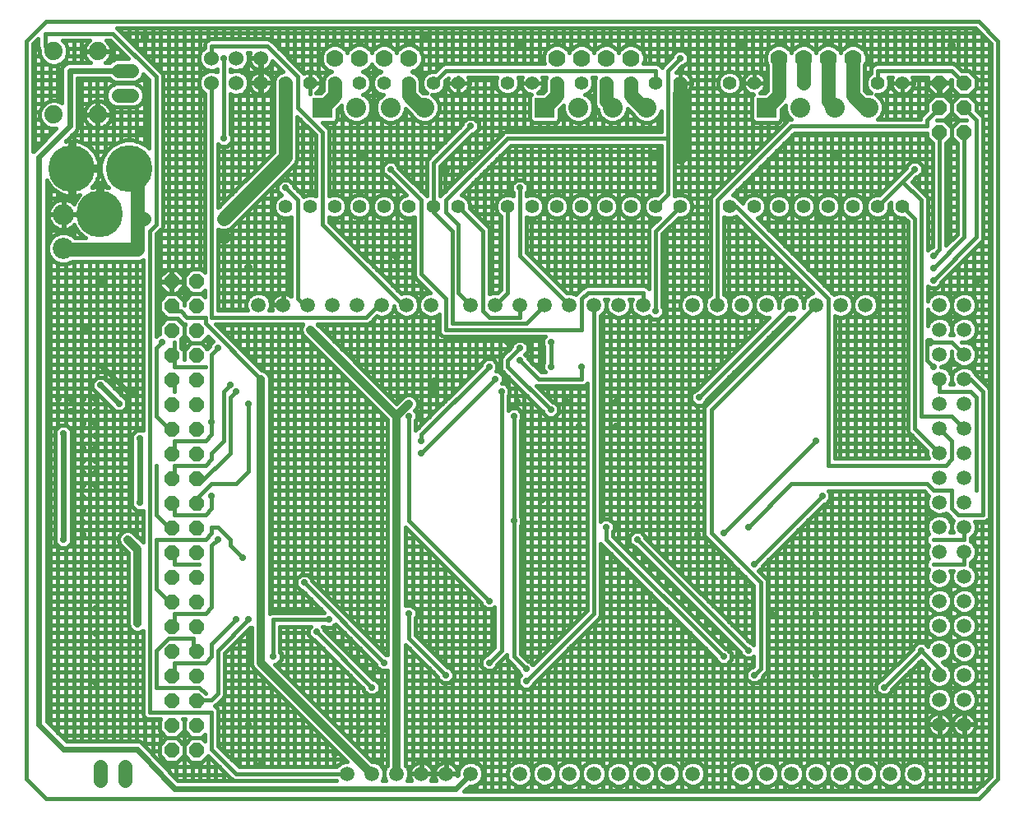
<source format=gbl>
G75*
%MOIN*%
%OFA0B0*%
%FSLAX24Y24*%
%IPPOS*%
%LPD*%
%AMOC8*
5,1,8,0,0,1.08239X$1,22.5*
%
%ADD10C,0.0160*%
%ADD11C,0.0594*%
%ADD12C,0.0700*%
%ADD13C,0.0554*%
%ADD14C,0.0600*%
%ADD15C,0.1890*%
%ADD16C,0.0560*%
%ADD17R,0.0800X0.0800*%
%ADD18C,0.0800*%
%ADD19C,0.0860*%
%ADD20C,0.0740*%
%ADD21OC8,0.0600*%
%ADD22OC8,0.0356*%
%ADD23R,0.0356X0.0356*%
%ADD24OC8,0.0280*%
%ADD25C,0.0240*%
%ADD26OC8,0.0240*%
%ADD27C,0.0320*%
D10*
X002145Y001680D02*
X039940Y001680D01*
X040727Y002467D01*
X040727Y032389D01*
X039940Y033176D01*
X002145Y033176D01*
X001357Y032389D01*
X001357Y002467D01*
X002145Y001680D01*
X002990Y004000D02*
X002177Y004813D01*
X002177Y026734D01*
X002206Y026674D01*
X002273Y026567D01*
X002352Y026469D01*
X002441Y026379D01*
X002540Y026301D01*
X002647Y026233D01*
X002761Y026178D01*
X002880Y026137D01*
X003003Y026109D01*
X003112Y026096D01*
X003112Y027139D01*
X003272Y027139D01*
X003272Y026096D01*
X003381Y026109D01*
X003504Y026137D01*
X003514Y026140D01*
X003494Y026120D01*
X003415Y026021D01*
X003348Y025914D01*
X003293Y025800D01*
X003287Y025783D01*
X003255Y025815D01*
X003177Y025871D01*
X003091Y025915D01*
X003000Y025944D01*
X002905Y025959D01*
X002876Y025959D01*
X002876Y025368D01*
X003467Y025368D01*
X003467Y025397D01*
X003459Y025449D01*
X004254Y025449D01*
X004254Y026492D01*
X004145Y026480D01*
X004022Y026452D01*
X004011Y026448D01*
X004032Y026469D01*
X004111Y026567D01*
X004178Y026674D01*
X004233Y026788D01*
X004275Y026907D01*
X004303Y027031D01*
X004315Y027139D01*
X003272Y027139D01*
X003272Y027299D01*
X004315Y027299D01*
X004303Y027408D01*
X004275Y027531D01*
X004233Y027651D01*
X004178Y027764D01*
X004111Y027871D01*
X004032Y027970D01*
X003943Y028059D01*
X003844Y028138D01*
X003737Y028205D01*
X003623Y028260D01*
X003504Y028302D01*
X003381Y028330D01*
X003272Y028342D01*
X003272Y027299D01*
X003112Y027299D01*
X003112Y028342D01*
X003003Y028330D01*
X002947Y028317D01*
X003379Y028749D01*
X003427Y028866D01*
X003427Y028994D01*
X003427Y030860D01*
X004718Y030860D01*
X004805Y030773D01*
X004982Y030700D01*
X005733Y030700D01*
X005909Y030773D01*
X006044Y030908D01*
X006100Y031042D01*
X006327Y030814D01*
X006327Y028026D01*
X006218Y028136D01*
X005957Y028286D01*
X005665Y028364D01*
X005364Y028364D01*
X005073Y028286D01*
X004812Y028136D01*
X004599Y027922D01*
X004448Y027661D01*
X004370Y027370D01*
X004370Y027069D01*
X004448Y026777D01*
X004599Y026516D01*
X004673Y026442D01*
X004646Y026452D01*
X004522Y026480D01*
X004414Y026492D01*
X004414Y025449D01*
X004254Y025449D01*
X004254Y025289D01*
X003465Y025289D01*
X003467Y025301D01*
X003467Y025331D01*
X002876Y025331D01*
X002876Y025368D01*
X002839Y025368D01*
X002839Y025959D01*
X002809Y025959D01*
X002714Y025944D01*
X002623Y025915D01*
X002538Y025871D01*
X002460Y025815D01*
X002392Y025747D01*
X002336Y025669D01*
X002292Y025583D01*
X002262Y025492D01*
X002247Y025397D01*
X002247Y025368D01*
X002839Y025368D01*
X002839Y025331D01*
X002876Y025331D01*
X002876Y024739D01*
X002905Y024739D01*
X003000Y024754D01*
X003091Y024784D01*
X003177Y024828D01*
X003255Y024884D01*
X003298Y024927D01*
X003348Y024824D01*
X003415Y024717D01*
X003494Y024618D01*
X003583Y024529D01*
X003682Y024450D01*
X003746Y024410D01*
X003310Y024410D01*
X003214Y024505D01*
X002983Y024601D01*
X002732Y024601D01*
X002500Y024505D01*
X002323Y024328D01*
X002227Y024097D01*
X002227Y023846D01*
X002323Y023614D01*
X002500Y023437D01*
X002732Y023341D01*
X002983Y023341D01*
X003214Y023437D01*
X003227Y023450D01*
X005953Y023450D01*
X006077Y023502D01*
X006077Y016620D01*
X005816Y016620D01*
X005617Y016421D01*
X005617Y016139D01*
X005637Y016119D01*
X005637Y013841D01*
X005617Y013821D01*
X005617Y013539D01*
X005816Y013340D01*
X006077Y013340D01*
X006077Y012069D01*
X005661Y012485D01*
X005613Y012505D01*
X005598Y012520D01*
X005577Y012520D01*
X005529Y012540D01*
X005386Y012540D01*
X005337Y012520D01*
X005316Y012520D01*
X005302Y012505D01*
X005253Y012485D01*
X005152Y012384D01*
X005132Y012336D01*
X005117Y012321D01*
X005117Y012300D01*
X005097Y012252D01*
X005097Y012108D01*
X005117Y012060D01*
X005117Y012039D01*
X005132Y012024D01*
X005152Y011976D01*
X005497Y011631D01*
X005497Y008708D01*
X005517Y008660D01*
X005517Y008639D01*
X005517Y004000D01*
X005799Y004000D02*
X002990Y004000D01*
X002957Y004033D02*
X002957Y011840D01*
X002998Y011840D02*
X003197Y012039D01*
X003197Y012321D01*
X003177Y012341D01*
X003177Y016319D01*
X003197Y016339D01*
X003197Y016621D01*
X002998Y016820D01*
X002716Y016820D01*
X002517Y016621D01*
X002517Y016339D01*
X002537Y016319D01*
X002537Y012341D01*
X002517Y012321D01*
X002517Y012039D01*
X002716Y011840D01*
X002998Y011840D01*
X003078Y011920D02*
X005208Y011920D01*
X005197Y011931D02*
X005197Y004000D01*
X004877Y004000D02*
X004877Y017457D01*
X004926Y017409D02*
X004926Y017409D01*
X004086Y018249D01*
X004086Y018249D01*
X004037Y018297D01*
X004037Y018563D01*
X004086Y018611D01*
X004086Y018611D01*
X004176Y018701D01*
X004176Y018701D01*
X004225Y018750D01*
X004490Y018750D01*
X004539Y018701D01*
X004539Y018701D01*
X005379Y017861D01*
X005379Y017861D01*
X005427Y017813D01*
X005427Y017547D01*
X005379Y017499D01*
X005379Y017499D01*
X005289Y017409D01*
X005289Y017409D01*
X005240Y017360D01*
X006077Y017360D01*
X006077Y017680D02*
X005427Y017680D01*
X005240Y017360D02*
X004975Y017360D01*
X002177Y017360D01*
X002177Y017040D02*
X006077Y017040D01*
X006077Y016720D02*
X003098Y016720D01*
X002957Y016820D02*
X002957Y023341D01*
X003217Y023440D02*
X006077Y023440D01*
X005837Y023450D02*
X005837Y016620D01*
X005617Y016400D02*
X003197Y016400D01*
X003177Y016080D02*
X005637Y016080D01*
X005637Y015760D02*
X003177Y015760D01*
X003177Y015440D02*
X005637Y015440D01*
X005637Y015120D02*
X003177Y015120D01*
X003177Y014800D02*
X005637Y014800D01*
X005637Y014480D02*
X003177Y014480D01*
X003177Y014160D02*
X005637Y014160D01*
X005636Y013840D02*
X003177Y013840D01*
X003177Y013520D02*
X005636Y013520D01*
X005837Y013340D02*
X005837Y012309D01*
X005906Y012240D02*
X006077Y012240D01*
X006077Y012560D02*
X003177Y012560D01*
X003177Y012880D02*
X006077Y012880D01*
X006077Y013200D02*
X003177Y013200D01*
X002537Y013200D02*
X002177Y013200D01*
X002177Y012880D02*
X002537Y012880D01*
X002537Y012560D02*
X002177Y012560D01*
X002177Y012240D02*
X002517Y012240D01*
X002636Y011920D02*
X002177Y011920D01*
X002177Y011600D02*
X005497Y011600D01*
X005497Y011280D02*
X002177Y011280D01*
X002177Y010960D02*
X005497Y010960D01*
X005497Y010640D02*
X002177Y010640D01*
X002177Y010320D02*
X005497Y010320D01*
X005497Y010000D02*
X002177Y010000D01*
X002177Y009680D02*
X005497Y009680D01*
X005497Y009360D02*
X002177Y009360D01*
X002177Y009040D02*
X005497Y009040D01*
X005497Y008720D02*
X002177Y008720D01*
X002177Y008400D02*
X006077Y008400D01*
X006061Y008475D02*
X006077Y008491D01*
X006077Y005124D01*
X006120Y005021D01*
X006199Y004943D01*
X006302Y004900D01*
X006799Y004900D01*
X006743Y004844D01*
X006743Y004430D01*
X007036Y004137D01*
X007450Y004137D01*
X007036Y004137D01*
X006743Y003844D01*
X006743Y003430D01*
X007036Y003137D01*
X007450Y003137D01*
X007743Y003430D01*
X007743Y003844D01*
X007450Y004137D01*
X007743Y004430D01*
X008036Y004137D01*
X008450Y004137D01*
X008036Y004137D01*
X007743Y003844D01*
X007743Y003430D01*
X008036Y003137D01*
X008450Y003137D01*
X008727Y003414D01*
X009699Y002443D01*
X009802Y002400D01*
X013935Y002400D01*
X007496Y002400D01*
X006131Y003856D01*
X006129Y003861D01*
X006087Y003903D01*
X006047Y003945D01*
X006042Y003948D01*
X006039Y003951D01*
X005985Y003974D01*
X005931Y003998D01*
X005926Y003998D01*
X005921Y004000D01*
X005862Y004000D01*
X005804Y004002D01*
X005799Y004000D01*
X005837Y004001D02*
X005837Y008420D01*
X005786Y008420D02*
X005929Y008420D01*
X005977Y008440D01*
X005998Y008440D01*
X006013Y008455D01*
X006061Y008475D01*
X005786Y008420D02*
X005737Y008440D01*
X005716Y008440D01*
X005702Y008455D01*
X005653Y008475D01*
X005552Y008576D01*
X005532Y008624D01*
X005517Y008639D01*
X006077Y008080D02*
X002177Y008080D01*
X002177Y007760D02*
X006077Y007760D01*
X006077Y007440D02*
X002177Y007440D01*
X002177Y007120D02*
X006077Y007120D01*
X006077Y006800D02*
X002177Y006800D01*
X002177Y006480D02*
X006077Y006480D01*
X006077Y006160D02*
X002177Y006160D01*
X002177Y005840D02*
X006077Y005840D01*
X006077Y005520D02*
X002177Y005520D01*
X002177Y005200D02*
X006077Y005200D01*
X006157Y004984D02*
X006157Y003828D01*
X006071Y003920D02*
X006819Y003920D01*
X006797Y003898D02*
X006797Y004375D01*
X006933Y004240D02*
X002750Y004240D01*
X002637Y004353D02*
X002637Y011919D01*
X003197Y012240D02*
X005097Y012240D01*
X005197Y012429D02*
X005197Y017360D01*
X004975Y017360D02*
X004926Y017409D01*
X004655Y017680D02*
X002177Y017680D01*
X002177Y018000D02*
X004335Y018000D01*
X004237Y018097D02*
X004237Y004000D01*
X003917Y004000D02*
X003917Y023450D01*
X003597Y023450D02*
X003597Y004000D01*
X003277Y004000D02*
X003277Y023450D01*
X002637Y023381D02*
X002637Y016741D01*
X002616Y016720D02*
X002177Y016720D01*
X002177Y016400D02*
X002517Y016400D01*
X002537Y016080D02*
X002177Y016080D01*
X002177Y015760D02*
X002537Y015760D01*
X002537Y015440D02*
X002177Y015440D01*
X002177Y015120D02*
X002537Y015120D01*
X002537Y014800D02*
X002177Y014800D01*
X002177Y014480D02*
X002537Y014480D01*
X002537Y014160D02*
X002177Y014160D01*
X002177Y013840D02*
X002537Y013840D01*
X002537Y013520D02*
X002177Y013520D01*
X005517Y012540D02*
X005517Y023450D01*
X005197Y023450D02*
X005197Y018043D01*
X005240Y018000D02*
X006077Y018000D01*
X006077Y018320D02*
X004920Y018320D01*
X004877Y018363D02*
X004877Y023450D01*
X004557Y023450D02*
X004557Y018683D01*
X004600Y018640D02*
X006077Y018640D01*
X006077Y018960D02*
X002177Y018960D01*
X002177Y018640D02*
X004115Y018640D01*
X004237Y018750D02*
X004237Y023450D01*
X003597Y024410D02*
X003597Y024517D01*
X003413Y024720D02*
X002177Y024720D01*
X002392Y024952D02*
X002460Y024884D01*
X002538Y024828D01*
X002623Y024784D01*
X002714Y024754D01*
X002809Y024739D01*
X002839Y024739D01*
X002839Y025331D01*
X002247Y025331D01*
X002247Y025301D01*
X002262Y025206D01*
X002292Y025115D01*
X002336Y025030D01*
X002392Y024952D01*
X002330Y025040D02*
X002177Y025040D01*
X002317Y025065D02*
X002317Y024314D01*
X002395Y024400D02*
X002177Y024400D01*
X002177Y024080D02*
X002227Y024080D01*
X002263Y023760D02*
X002177Y023760D01*
X002317Y023629D02*
X002317Y004673D01*
X002430Y004560D02*
X006743Y004560D01*
X006779Y004880D02*
X002177Y004880D01*
X004557Y004000D02*
X004557Y017777D01*
X004037Y018320D02*
X002177Y018320D01*
X002177Y019280D02*
X006077Y019280D01*
X006077Y019600D02*
X002177Y019600D01*
X002177Y019920D02*
X006077Y019920D01*
X006077Y020240D02*
X002177Y020240D01*
X002177Y020560D02*
X006077Y020560D01*
X006077Y020880D02*
X002177Y020880D01*
X002177Y021200D02*
X006077Y021200D01*
X006077Y021520D02*
X002177Y021520D01*
X002177Y021840D02*
X006077Y021840D01*
X006077Y022160D02*
X002177Y022160D01*
X002177Y022480D02*
X006077Y022480D01*
X006077Y022800D02*
X002177Y022800D01*
X002177Y023120D02*
X006077Y023120D01*
X006637Y023120D02*
X008019Y023120D01*
X008036Y023137D02*
X007743Y022844D01*
X007743Y022430D01*
X008036Y022137D01*
X008450Y022137D01*
X008036Y022137D01*
X007743Y021844D01*
X007450Y022137D01*
X007036Y022137D01*
X006743Y021844D01*
X006743Y021430D01*
X007036Y021137D01*
X007450Y021137D01*
X007036Y021137D01*
X006743Y020844D01*
X006743Y020500D01*
X006725Y020500D01*
X006637Y020413D01*
X006637Y024564D01*
X006766Y024693D01*
X006845Y024771D01*
X006887Y024874D01*
X006887Y030986D01*
X006845Y031089D01*
X005095Y032839D01*
X005037Y032896D01*
X039824Y032896D01*
X040447Y032273D01*
X040447Y002583D01*
X039824Y001960D01*
X019090Y001960D01*
X019313Y002183D01*
X019456Y002183D01*
X019639Y002259D01*
X019778Y002399D01*
X019854Y002581D01*
X019854Y002779D01*
X019778Y002961D01*
X019639Y003101D01*
X019456Y003177D01*
X019258Y003177D01*
X019076Y003101D01*
X018936Y002961D01*
X018860Y002779D01*
X018860Y002636D01*
X018828Y002603D01*
X018834Y002642D01*
X018834Y002662D01*
X018376Y002662D01*
X018376Y002698D01*
X018834Y002698D01*
X018834Y002718D01*
X018822Y002792D01*
X018799Y002863D01*
X018765Y002930D01*
X018721Y002991D01*
X018668Y003044D01*
X018607Y003088D01*
X018540Y003122D01*
X018469Y003145D01*
X018395Y003157D01*
X018376Y003157D01*
X018376Y002698D01*
X018339Y002698D01*
X018339Y002662D01*
X017880Y002662D01*
X017880Y002642D01*
X017892Y002568D01*
X017915Y002497D01*
X017949Y002430D01*
X017971Y002400D01*
X017743Y002400D01*
X017765Y002430D01*
X017799Y002497D01*
X017822Y002568D01*
X017834Y002642D01*
X017834Y002662D01*
X017376Y002662D01*
X017376Y002698D01*
X017834Y002698D01*
X017834Y002718D01*
X017822Y002792D01*
X017799Y002863D01*
X017765Y002930D01*
X017721Y002991D01*
X017668Y003044D01*
X017607Y003088D01*
X017540Y003122D01*
X017469Y003145D01*
X017395Y003157D01*
X017376Y003157D01*
X017376Y002698D01*
X017339Y002698D01*
X017339Y002662D01*
X016880Y002662D01*
X016880Y002642D01*
X016892Y002568D01*
X016915Y002497D01*
X016949Y002430D01*
X016971Y002400D01*
X016779Y002400D01*
X016854Y002581D01*
X016854Y002779D01*
X016778Y002961D01*
X016717Y003023D01*
X016717Y007924D01*
X018037Y006604D01*
X018037Y006547D01*
X018225Y006360D01*
X018490Y006360D01*
X018677Y006547D01*
X018677Y006813D01*
X018490Y007000D01*
X018433Y007000D01*
X017137Y008296D01*
X017137Y009007D01*
X017177Y009047D01*
X017177Y009313D01*
X016990Y009500D01*
X016725Y009500D01*
X016717Y009493D01*
X016717Y012674D01*
X019787Y009604D01*
X019787Y009547D01*
X019975Y009360D01*
X017130Y009360D01*
X017037Y009453D02*
X017037Y012354D01*
X017151Y012240D02*
X016717Y012240D01*
X016717Y011920D02*
X017471Y011920D01*
X017357Y012034D02*
X017357Y008076D01*
X017353Y008080D02*
X020327Y008080D01*
X020327Y007796D02*
X020031Y007500D01*
X019975Y007500D01*
X019787Y007313D01*
X019787Y007047D01*
X019975Y006860D01*
X020240Y006860D01*
X020427Y007047D01*
X020427Y007104D01*
X020766Y007443D01*
X020827Y007504D01*
X020827Y007374D01*
X020870Y007271D01*
X020949Y007193D01*
X021287Y006854D01*
X021287Y006797D01*
X021405Y006680D01*
X021287Y006563D01*
X021287Y006297D01*
X021475Y006110D01*
X021740Y006110D01*
X021927Y006297D01*
X021927Y006354D01*
X024516Y008943D01*
X024595Y009021D01*
X024637Y009124D01*
X024637Y012004D01*
X024699Y011943D01*
X029287Y007354D01*
X029287Y007297D01*
X029475Y007110D01*
X029740Y007110D01*
X029927Y007297D01*
X029927Y007563D01*
X029740Y007750D01*
X029683Y007750D01*
X025137Y012296D01*
X025137Y012507D01*
X025177Y012547D01*
X025177Y012813D01*
X024990Y013000D01*
X024725Y013000D01*
X024637Y012913D01*
X024637Y021258D01*
X024639Y021259D01*
X024778Y021399D01*
X024854Y021581D01*
X024854Y021779D01*
X024804Y021900D01*
X024911Y021900D01*
X024860Y021779D01*
X024860Y021581D01*
X024936Y021399D01*
X025076Y021259D01*
X025258Y021183D01*
X025456Y021183D01*
X025639Y021259D01*
X025778Y021399D01*
X025854Y021581D01*
X025854Y021779D01*
X025804Y021900D01*
X025911Y021900D01*
X025860Y021779D01*
X025860Y021581D01*
X025936Y021399D01*
X026076Y021259D01*
X026258Y021183D01*
X026456Y021183D01*
X026594Y021240D01*
X026725Y021110D01*
X026990Y021110D01*
X027177Y021297D01*
X027177Y021563D01*
X027137Y021603D01*
X027137Y024564D01*
X027776Y025203D01*
X027952Y025203D01*
X028128Y025275D01*
X028262Y025410D01*
X028334Y025585D01*
X028334Y025775D01*
X028262Y025950D01*
X028128Y026085D01*
X027952Y026157D01*
X027762Y026157D01*
X027628Y026101D01*
X027637Y026124D01*
X027637Y030279D01*
X027682Y030256D01*
X027750Y030234D01*
X027821Y030223D01*
X027849Y030223D01*
X027849Y030671D01*
X027866Y030671D01*
X027866Y030223D01*
X027893Y030223D01*
X027964Y030234D01*
X028033Y030256D01*
X028097Y030289D01*
X028155Y030331D01*
X028206Y030382D01*
X028248Y030440D01*
X028281Y030505D01*
X028303Y030573D01*
X028314Y030644D01*
X028314Y030671D01*
X027866Y030671D01*
X027866Y030689D01*
X027849Y030689D01*
X027849Y031137D01*
X027821Y031137D01*
X027750Y031126D01*
X027682Y031104D01*
X027672Y031099D01*
X027933Y031360D01*
X027990Y031360D01*
X028177Y031547D01*
X028177Y031813D01*
X027990Y032000D01*
X027725Y032000D01*
X027537Y031813D01*
X027537Y031756D01*
X027199Y031417D01*
X027120Y031339D01*
X027107Y031308D01*
X027095Y031339D01*
X027016Y031417D01*
X026913Y031460D01*
X026361Y031460D01*
X026407Y031571D01*
X026407Y031789D01*
X026324Y031992D01*
X026169Y032146D01*
X025967Y032230D01*
X025748Y032230D01*
X025546Y032146D01*
X025391Y031992D01*
X025357Y031910D01*
X025324Y031992D01*
X025169Y032146D01*
X024967Y032230D01*
X024748Y032230D01*
X024546Y032146D01*
X024391Y031992D01*
X024357Y031910D01*
X024324Y031992D01*
X024169Y032146D01*
X023967Y032230D01*
X023748Y032230D01*
X023546Y032146D01*
X023391Y031992D01*
X023357Y031910D01*
X023324Y031992D01*
X023169Y032146D01*
X022967Y032230D01*
X022748Y032230D01*
X022546Y032146D01*
X022391Y031992D01*
X022307Y031789D01*
X022307Y031571D01*
X022353Y031460D01*
X018302Y031460D01*
X018199Y031417D01*
X018120Y031339D01*
X017938Y031157D01*
X017762Y031157D01*
X017587Y031085D01*
X017453Y030950D01*
X017380Y030775D01*
X017380Y030585D01*
X017453Y030410D01*
X017582Y030280D01*
X017436Y030280D01*
X017337Y030379D01*
X017337Y030775D01*
X017264Y030952D01*
X017129Y031087D01*
X016996Y031142D01*
X017169Y031214D01*
X017324Y031368D01*
X017407Y031571D01*
X017407Y031789D01*
X017324Y031992D01*
X017169Y032146D01*
X016967Y032230D01*
X016748Y032230D01*
X016546Y032146D01*
X016391Y031992D01*
X016357Y031910D01*
X016324Y031992D01*
X016169Y032146D01*
X015967Y032230D01*
X015748Y032230D01*
X015546Y032146D01*
X015391Y031992D01*
X015357Y031910D01*
X015324Y031992D01*
X015169Y032146D01*
X014967Y032230D01*
X014748Y032230D01*
X014546Y032146D01*
X014391Y031992D01*
X014357Y031910D01*
X014324Y031992D01*
X014169Y032146D01*
X013967Y032230D01*
X013748Y032230D01*
X013546Y032146D01*
X013391Y031992D01*
X013307Y031789D01*
X013307Y031571D01*
X013391Y031368D01*
X013546Y031214D01*
X013719Y031142D01*
X013585Y031087D01*
X013450Y030952D01*
X013377Y030775D01*
X013377Y030379D01*
X013278Y030280D01*
X013079Y030280D01*
X013097Y030289D01*
X013155Y030331D01*
X013206Y030382D01*
X013248Y030440D01*
X013281Y030505D01*
X013303Y030573D01*
X013314Y030644D01*
X013314Y030671D01*
X012866Y030671D01*
X012866Y030271D01*
X012849Y030254D01*
X012849Y030671D01*
X012866Y030671D01*
X012866Y030689D01*
X012849Y030689D01*
X012849Y031137D01*
X012821Y031137D01*
X012750Y031126D01*
X012682Y031104D01*
X012618Y031071D01*
X012606Y031062D01*
X012595Y031089D01*
X011345Y032339D01*
X011266Y032417D01*
X011163Y032460D01*
X008802Y032460D01*
X008699Y032417D01*
X008620Y032339D01*
X008577Y032236D01*
X008577Y032105D01*
X008574Y032104D01*
X008433Y031963D01*
X008357Y031779D01*
X008357Y031581D01*
X008433Y031397D01*
X008574Y031256D01*
X008758Y031180D01*
X008574Y031104D01*
X008433Y030963D01*
X008357Y030779D01*
X008357Y030581D01*
X008433Y030397D01*
X008574Y030256D01*
X008577Y030255D01*
X008577Y023010D01*
X008450Y023137D01*
X008036Y023137D01*
X008077Y023137D02*
X008077Y032896D01*
X007757Y032896D02*
X007757Y022858D01*
X007723Y022836D02*
X007442Y023117D01*
X007263Y023117D01*
X007263Y022657D01*
X007223Y022657D01*
X007223Y023117D01*
X007044Y023117D01*
X006763Y022836D01*
X006763Y022657D01*
X007223Y022657D01*
X007223Y022617D01*
X006763Y022617D01*
X006763Y022438D01*
X007044Y022157D01*
X007223Y022157D01*
X007223Y022617D01*
X007263Y022617D01*
X007263Y022657D01*
X007723Y022657D01*
X007723Y022836D01*
X007723Y022800D02*
X007743Y022800D01*
X007723Y022617D02*
X007263Y022617D01*
X007263Y022157D01*
X007442Y022157D01*
X007723Y022438D01*
X007723Y022617D01*
X007723Y022480D02*
X007743Y022480D01*
X007757Y022415D02*
X007757Y021858D01*
X007743Y021844D02*
X007743Y021677D01*
X007743Y021844D01*
X007743Y021840D02*
X007743Y021840D01*
X007743Y021677D02*
X007743Y021677D01*
X007607Y021430D02*
X007357Y021430D01*
X007243Y021637D01*
X007607Y021430D02*
X007857Y021180D01*
X008607Y021180D01*
X008607Y020930D01*
X010857Y018680D01*
X010893Y019040D02*
X009033Y020900D01*
X012568Y020900D01*
X012552Y020884D01*
X012497Y020752D01*
X012497Y020608D01*
X012552Y020476D01*
X015997Y017031D01*
X015997Y007493D01*
X015990Y007500D01*
X015933Y007500D01*
X012927Y010506D01*
X012927Y010563D01*
X012740Y010750D01*
X012475Y010750D01*
X012287Y010563D01*
X012287Y010297D01*
X012475Y010110D01*
X012531Y010110D01*
X013431Y009210D01*
X011302Y009210D01*
X011217Y009175D01*
X011217Y018752D01*
X011162Y018884D01*
X011061Y018985D01*
X010929Y019040D01*
X010893Y019040D01*
X010957Y019028D02*
X010957Y020900D01*
X010637Y020900D02*
X010637Y019296D01*
X010653Y019280D02*
X013748Y019280D01*
X013837Y019191D02*
X013837Y009596D01*
X013753Y009680D02*
X015997Y009680D01*
X015997Y009360D02*
X014073Y009360D01*
X014157Y009276D02*
X014157Y018871D01*
X014068Y018960D02*
X011086Y018960D01*
X011217Y018640D02*
X014388Y018640D01*
X014477Y018551D02*
X014477Y008956D01*
X014393Y009040D02*
X015997Y009040D01*
X015997Y008720D02*
X014713Y008720D01*
X014797Y008636D02*
X014797Y018231D01*
X014708Y018320D02*
X011217Y018320D01*
X011217Y018000D02*
X015028Y018000D01*
X015117Y017911D02*
X015117Y008316D01*
X015033Y008400D02*
X015997Y008400D01*
X015997Y008080D02*
X015353Y008080D01*
X015437Y007996D02*
X015437Y017591D01*
X015348Y017680D02*
X011217Y017680D01*
X011217Y017360D02*
X015668Y017360D01*
X015757Y017271D02*
X015757Y007676D01*
X015673Y007760D02*
X015997Y007760D01*
X015857Y007180D02*
X012607Y010430D01*
X012365Y010640D02*
X011217Y010640D01*
X011217Y010320D02*
X012287Y010320D01*
X012557Y010084D02*
X012557Y009210D01*
X012237Y009210D02*
X012237Y020900D01*
X012550Y020880D02*
X009053Y020880D01*
X009037Y020896D02*
X009037Y020900D01*
X009357Y020900D02*
X009357Y020576D01*
X009373Y020560D02*
X012517Y020560D01*
X012557Y020471D02*
X012557Y010750D01*
X012850Y010640D02*
X015997Y010640D01*
X015997Y010320D02*
X013113Y010320D01*
X013197Y010236D02*
X013197Y019831D01*
X013108Y019920D02*
X010013Y019920D01*
X009997Y019936D02*
X009997Y020900D01*
X009677Y020900D02*
X009677Y020256D01*
X009693Y020240D02*
X012788Y020240D01*
X012877Y020151D02*
X012877Y010613D01*
X012641Y010000D02*
X011217Y010000D01*
X011217Y009680D02*
X012961Y009680D01*
X012877Y009764D02*
X012877Y009210D01*
X013197Y009210D02*
X013197Y009444D01*
X013281Y009360D02*
X011217Y009360D01*
X011277Y009200D02*
X011277Y020900D01*
X011597Y020900D02*
X011597Y009210D01*
X011917Y009210D02*
X011917Y020900D01*
X012557Y020889D02*
X012557Y020900D01*
X013146Y020900D02*
X015163Y020900D01*
X015266Y020943D01*
X015345Y021021D01*
X015551Y021228D01*
X015658Y021183D01*
X015856Y021183D01*
X016039Y021259D01*
X016178Y021399D01*
X016254Y021581D01*
X016254Y021637D01*
X016260Y021631D01*
X016260Y021581D01*
X016336Y021399D01*
X016476Y021259D01*
X016658Y021183D01*
X016856Y021183D01*
X017039Y021259D01*
X017178Y021399D01*
X017254Y021581D01*
X017254Y021779D01*
X017178Y021961D01*
X017039Y022101D01*
X016856Y022177D01*
X016658Y022177D01*
X016551Y022132D01*
X013637Y025046D01*
X013637Y025255D01*
X013762Y025203D01*
X013952Y025203D01*
X014128Y025275D01*
X014262Y025410D01*
X014334Y025585D01*
X014334Y025775D01*
X014262Y025950D01*
X014128Y026085D01*
X013952Y026157D01*
X013762Y026157D01*
X013637Y026105D01*
X013637Y028736D01*
X013595Y028839D01*
X013353Y029080D01*
X013840Y029080D01*
X013957Y029197D01*
X013957Y029601D01*
X014129Y029773D01*
X014135Y029779D01*
X014135Y029561D01*
X014227Y029340D01*
X014395Y029171D01*
X014616Y029080D01*
X014855Y029080D01*
X015075Y029171D01*
X015244Y029340D01*
X015335Y029561D01*
X015335Y029799D01*
X015244Y030020D01*
X015075Y030189D01*
X014997Y030221D01*
X015128Y030275D01*
X015262Y030410D01*
X015334Y030585D01*
X015334Y030775D01*
X015262Y030950D01*
X015128Y031085D01*
X014992Y031141D01*
X015169Y031214D01*
X015324Y031368D01*
X015357Y031450D01*
X015391Y031368D01*
X015546Y031214D01*
X015722Y031141D01*
X015587Y031085D01*
X015453Y030950D01*
X015380Y030775D01*
X015380Y030585D01*
X015453Y030410D01*
X015587Y030275D01*
X015762Y030203D01*
X015808Y030203D01*
X015773Y030189D01*
X015605Y030020D01*
X015513Y029799D01*
X015513Y029561D01*
X015605Y029340D01*
X015773Y029171D01*
X015994Y029080D01*
X016233Y029080D01*
X016453Y029171D01*
X016622Y029340D01*
X016713Y029561D01*
X016713Y029645D01*
X016957Y029401D01*
X016982Y029340D01*
X017151Y029171D01*
X017372Y029080D01*
X017610Y029080D01*
X017831Y029171D01*
X018000Y029340D01*
X018091Y029561D01*
X018091Y029799D01*
X018000Y030020D01*
X017831Y030189D01*
X017797Y030203D01*
X017952Y030203D01*
X018128Y030275D01*
X018262Y030410D01*
X018334Y030585D01*
X018334Y030761D01*
X018439Y030865D01*
X018434Y030855D01*
X018411Y030787D01*
X018400Y030716D01*
X018400Y030689D01*
X018849Y030689D01*
X018849Y030900D01*
X018866Y030900D01*
X018866Y030689D01*
X018849Y030689D01*
X018849Y030671D01*
X018866Y030671D01*
X018866Y030223D01*
X018893Y030223D01*
X018964Y030234D01*
X019033Y030256D01*
X019097Y030289D01*
X019155Y030331D01*
X019206Y030382D01*
X019248Y030440D01*
X019281Y030505D01*
X019303Y030573D01*
X019314Y030644D01*
X019314Y030671D01*
X018866Y030671D01*
X018866Y030689D01*
X019314Y030689D01*
X019314Y030716D01*
X019303Y030787D01*
X019281Y030855D01*
X019258Y030900D01*
X020432Y030900D01*
X020380Y030775D01*
X020380Y030585D01*
X020453Y030410D01*
X020587Y030275D01*
X020762Y030203D01*
X020952Y030203D01*
X021128Y030275D01*
X021262Y030410D01*
X021334Y030585D01*
X021334Y030775D01*
X021283Y030900D01*
X021456Y030900D01*
X021434Y030855D01*
X021411Y030787D01*
X021400Y030716D01*
X021400Y030689D01*
X021849Y030689D01*
X021849Y030671D01*
X021400Y030671D01*
X021400Y030644D01*
X021411Y030573D01*
X021434Y030505D01*
X021466Y030440D01*
X021509Y030382D01*
X021559Y030331D01*
X021618Y030289D01*
X021682Y030256D01*
X021750Y030234D01*
X021818Y030223D01*
X021757Y030163D01*
X021757Y029197D01*
X021874Y029080D01*
X022840Y029080D01*
X022957Y029197D01*
X022957Y029601D01*
X023129Y029773D01*
X023135Y029779D01*
X023135Y029561D01*
X023227Y029340D01*
X023395Y029171D01*
X023616Y029080D01*
X023855Y029080D01*
X024075Y029171D01*
X024244Y029340D01*
X024335Y029561D01*
X024335Y029799D01*
X024244Y030020D01*
X024075Y030189D01*
X023997Y030221D01*
X024128Y030275D01*
X024262Y030410D01*
X024334Y030585D01*
X024334Y030775D01*
X024283Y030900D01*
X024429Y030900D01*
X024377Y030775D01*
X024377Y029835D01*
X024450Y029658D01*
X024513Y029595D01*
X024513Y029561D01*
X024605Y029340D01*
X024773Y029171D01*
X024994Y029080D01*
X025233Y029080D01*
X025453Y029171D01*
X025622Y029340D01*
X025713Y029561D01*
X025713Y029645D01*
X025950Y029408D01*
X025957Y029401D01*
X025982Y029340D01*
X026151Y029171D01*
X026372Y029080D01*
X026610Y029080D01*
X026831Y029171D01*
X027000Y029340D01*
X027077Y029527D01*
X027077Y028710D01*
X020802Y028710D01*
X020699Y028667D01*
X020620Y028589D01*
X018137Y026106D01*
X018137Y027314D01*
X019433Y028610D01*
X019490Y028610D01*
X019677Y028797D01*
X019677Y029063D01*
X019490Y029250D01*
X019225Y029250D01*
X019037Y029063D01*
X019037Y029006D01*
X017699Y027667D01*
X017620Y027589D01*
X017577Y027486D01*
X017577Y026106D01*
X017516Y026167D01*
X016427Y027256D01*
X016427Y027313D01*
X016240Y027500D01*
X015975Y027500D01*
X015787Y027313D01*
X015787Y027047D01*
X015975Y026860D01*
X016031Y026860D01*
X016742Y026149D01*
X016587Y026085D01*
X016453Y025950D01*
X016380Y025775D01*
X016380Y025585D01*
X016453Y025410D01*
X016587Y025275D01*
X016762Y025203D01*
X016952Y025203D01*
X017077Y025255D01*
X017077Y022874D01*
X017120Y022771D01*
X017714Y022177D01*
X017658Y022177D01*
X017476Y022101D01*
X017336Y021961D01*
X017260Y021779D01*
X017260Y021581D01*
X017336Y021399D01*
X017476Y021259D01*
X017658Y021183D01*
X017856Y021183D01*
X018039Y021259D01*
X018077Y021297D01*
X018077Y020624D01*
X018120Y020521D01*
X018199Y020443D01*
X018302Y020400D01*
X022375Y020400D01*
X022287Y020313D01*
X022287Y020047D01*
X022327Y020007D01*
X022327Y019353D01*
X022287Y019313D01*
X022287Y019047D01*
X022375Y018960D01*
X022223Y018960D01*
X022375Y018960D01*
X022223Y018960D02*
X021677Y019506D01*
X021677Y019563D01*
X021560Y019680D01*
X021677Y019797D01*
X021677Y020063D01*
X021490Y020250D01*
X021225Y020250D01*
X021037Y020063D01*
X021037Y020006D01*
X020699Y019667D01*
X020620Y019589D01*
X020577Y019486D01*
X020577Y019124D01*
X020620Y019021D01*
X022287Y017354D01*
X022287Y017297D01*
X022475Y017110D01*
X022740Y017110D01*
X022927Y017297D01*
X022927Y017563D01*
X022740Y017750D01*
X022683Y017750D01*
X022020Y018413D01*
X022052Y018400D01*
X023913Y018400D01*
X024016Y018443D01*
X024077Y018504D01*
X024077Y009296D01*
X021886Y007104D01*
X021740Y007250D01*
X021683Y007250D01*
X021387Y007546D01*
X021387Y012757D01*
X021427Y012797D01*
X021427Y013063D01*
X021387Y013103D01*
X021387Y017007D01*
X021427Y017047D01*
X021427Y017313D01*
X021240Y017500D01*
X020975Y017500D01*
X020887Y017413D01*
X020887Y018007D01*
X020927Y018047D01*
X020927Y018313D01*
X020740Y018500D01*
X020630Y018500D01*
X020677Y018547D01*
X020677Y018813D01*
X020490Y019000D01*
X020380Y019000D01*
X020427Y019047D01*
X020427Y019313D01*
X020240Y019500D01*
X019975Y019500D01*
X019787Y019313D01*
X019787Y019256D01*
X017199Y016667D01*
X017137Y016606D01*
X017137Y017007D01*
X017177Y017047D01*
X017177Y017313D01*
X017088Y017402D01*
X017162Y017476D01*
X017217Y017608D01*
X017217Y017752D01*
X017162Y017884D01*
X017061Y017985D01*
X016929Y018040D01*
X016786Y018040D01*
X016653Y017985D01*
X016357Y017689D01*
X013146Y020900D01*
X013166Y020880D02*
X018077Y020880D01*
X018077Y021200D02*
X017897Y021200D01*
X017997Y021242D02*
X017997Y017466D01*
X017891Y017360D02*
X017130Y017360D01*
X017170Y017040D02*
X017571Y017040D01*
X017677Y017146D02*
X017677Y021183D01*
X017618Y021200D02*
X016897Y021200D01*
X017037Y021258D02*
X017037Y017995D01*
X017025Y018000D02*
X018531Y018000D01*
X018637Y018106D02*
X018637Y020400D01*
X018317Y020400D02*
X018317Y017786D01*
X018211Y017680D02*
X017217Y017680D01*
X016717Y018012D02*
X016717Y021183D01*
X016618Y021200D02*
X015897Y021200D01*
X015757Y021183D02*
X015757Y018289D01*
X015726Y018320D02*
X018851Y018320D01*
X018957Y018426D02*
X018957Y020400D01*
X019277Y020400D02*
X019277Y018746D01*
X019171Y018640D02*
X015406Y018640D01*
X015437Y018609D02*
X015437Y021114D01*
X015523Y021200D02*
X015618Y021200D01*
X016077Y021297D02*
X016077Y017969D01*
X016046Y018000D02*
X016689Y018000D01*
X016397Y017729D02*
X016397Y021337D01*
X016286Y021520D02*
X016229Y021520D01*
X016607Y021680D02*
X016757Y021680D01*
X016607Y021680D02*
X013357Y024930D01*
X013357Y028680D01*
X012357Y029680D01*
X012357Y030930D01*
X011107Y032180D01*
X008857Y032180D01*
X008857Y031680D01*
X008397Y031484D02*
X008397Y030876D01*
X008366Y030800D02*
X006887Y030800D01*
X006607Y030930D02*
X004857Y032680D01*
X002107Y032680D01*
X002107Y032180D01*
X002467Y031960D01*
X001933Y031760D02*
X001637Y031760D01*
X001897Y031847D02*
X001897Y031993D01*
X001894Y031997D01*
X001870Y032021D01*
X001861Y032042D01*
X001848Y032060D01*
X001840Y032093D01*
X001827Y032124D01*
X001827Y032147D01*
X001822Y032168D01*
X001827Y032202D01*
X001827Y032463D01*
X001637Y032273D01*
X001637Y027913D01*
X001676Y027951D01*
X002555Y028830D01*
X002354Y028830D01*
X002144Y028917D01*
X001984Y029077D01*
X001897Y029287D01*
X001897Y029513D01*
X001984Y029723D01*
X002144Y029883D01*
X002354Y029970D01*
X002581Y029970D01*
X002787Y029884D01*
X002787Y031244D01*
X002836Y031361D01*
X002926Y031451D01*
X003044Y031500D01*
X003945Y031500D01*
X003889Y031540D01*
X003828Y031602D01*
X003777Y031672D01*
X003738Y031749D01*
X003711Y031831D01*
X003697Y031917D01*
X003697Y031940D01*
X004227Y031940D01*
X004227Y031980D01*
X003697Y031980D01*
X003697Y032003D01*
X003711Y032089D01*
X003738Y032171D01*
X003777Y032248D01*
X003828Y032318D01*
X003889Y032380D01*
X003917Y032400D01*
X002833Y032400D01*
X002951Y032283D01*
X003037Y032073D01*
X003037Y031847D01*
X002951Y031637D01*
X002790Y031477D01*
X002581Y031390D01*
X002354Y031390D01*
X002144Y031477D01*
X001984Y031637D01*
X001897Y031847D01*
X001843Y032080D02*
X001637Y032080D01*
X001677Y032313D02*
X001677Y027953D01*
X001645Y027920D02*
X001637Y027920D01*
X001637Y028240D02*
X001965Y028240D01*
X001997Y028273D02*
X001997Y029064D01*
X001933Y029200D02*
X001637Y029200D01*
X001637Y028880D02*
X002233Y028880D01*
X002317Y028845D02*
X002317Y028593D01*
X002285Y028560D02*
X001637Y028560D01*
X001637Y029520D02*
X001900Y029520D01*
X001997Y029736D02*
X001997Y031624D01*
X002233Y031440D02*
X001637Y031440D01*
X001637Y031120D02*
X002787Y031120D01*
X002787Y030800D02*
X001637Y030800D01*
X001637Y030480D02*
X002787Y030480D01*
X002787Y030160D02*
X001637Y030160D01*
X001637Y029840D02*
X002101Y029840D01*
X002317Y029955D02*
X002317Y031405D01*
X002637Y031413D02*
X002637Y029947D01*
X003427Y029840D02*
X003917Y029840D01*
X003917Y030860D01*
X003597Y030860D02*
X003597Y028269D01*
X003665Y028240D02*
X004993Y028240D01*
X004877Y028173D02*
X004877Y029743D01*
X004805Y029773D02*
X004982Y029700D01*
X005733Y029700D01*
X005909Y029773D01*
X006044Y029908D01*
X006117Y030085D01*
X006117Y030275D01*
X006044Y030452D01*
X005909Y030587D01*
X005733Y030660D01*
X004982Y030660D01*
X004805Y030587D01*
X004670Y030452D01*
X004597Y030275D01*
X004597Y030085D01*
X004670Y029908D01*
X004805Y029773D01*
X004738Y029840D02*
X004577Y029840D01*
X004557Y029855D02*
X004557Y030860D01*
X004778Y030800D02*
X003427Y030800D01*
X003427Y030480D02*
X004698Y030480D01*
X004877Y030617D02*
X004877Y030743D01*
X005197Y030700D02*
X005197Y030660D01*
X005517Y030660D02*
X005517Y030700D01*
X005837Y030743D02*
X005837Y030617D01*
X005936Y030800D02*
X006327Y030800D01*
X006157Y030984D02*
X006157Y028170D01*
X006037Y028240D02*
X006327Y028240D01*
X006327Y028560D02*
X003190Y028560D01*
X003277Y028647D02*
X003277Y028342D01*
X003272Y028240D02*
X003112Y028240D01*
X002957Y028320D02*
X002957Y028327D01*
X003112Y027920D02*
X003272Y027920D01*
X003272Y027600D02*
X003112Y027600D01*
X003277Y027299D02*
X003277Y027139D01*
X003272Y027280D02*
X004370Y027280D01*
X004237Y027299D02*
X004237Y027139D01*
X004287Y026960D02*
X004399Y026960D01*
X004237Y026801D02*
X004237Y026490D01*
X004156Y026640D02*
X004527Y026640D01*
X004557Y026588D02*
X004557Y026472D01*
X004414Y026320D02*
X004254Y026320D01*
X004254Y026000D02*
X004414Y026000D01*
X004414Y025680D02*
X004254Y025680D01*
X004237Y025449D02*
X004237Y025289D01*
X004254Y025360D02*
X002876Y025360D01*
X002839Y025360D02*
X002177Y025360D01*
X002317Y025368D02*
X002317Y025331D01*
X002317Y025633D02*
X002317Y026512D01*
X002227Y026640D02*
X002177Y026640D01*
X002177Y026320D02*
X002516Y026320D01*
X002637Y026239D02*
X002637Y025919D01*
X002839Y025680D02*
X002876Y025680D01*
X002957Y025951D02*
X002957Y026119D01*
X003112Y026320D02*
X003272Y026320D01*
X003277Y026097D02*
X003277Y025792D01*
X003402Y026000D02*
X002177Y026000D01*
X002177Y025680D02*
X002344Y025680D01*
X002637Y025368D02*
X002637Y025331D01*
X002957Y025331D02*
X002957Y025368D01*
X003277Y025368D02*
X003277Y025331D01*
X003597Y025289D02*
X003597Y025449D01*
X003917Y025449D02*
X003917Y025289D01*
X003277Y024907D02*
X003277Y024442D01*
X002957Y024601D02*
X002957Y024748D01*
X002876Y025040D02*
X002839Y025040D01*
X002637Y024779D02*
X002637Y024562D01*
X002498Y023440D02*
X002177Y023440D01*
X003112Y026640D02*
X003272Y026640D01*
X003272Y026960D02*
X003112Y026960D01*
X003597Y027139D02*
X003597Y027299D01*
X003917Y027299D02*
X003917Y027139D01*
X004250Y027600D02*
X004431Y027600D01*
X004237Y027638D02*
X004237Y029380D01*
X004227Y029380D02*
X004267Y029380D01*
X004267Y028850D01*
X004291Y028850D01*
X004376Y028864D01*
X004458Y028890D01*
X004536Y028930D01*
X004606Y028980D01*
X004667Y029042D01*
X004718Y029112D01*
X004757Y029189D01*
X004784Y029271D01*
X004797Y029357D01*
X004797Y029380D01*
X004267Y029380D01*
X004267Y029420D01*
X004227Y029420D01*
X004227Y029380D01*
X003697Y029380D01*
X003697Y029357D01*
X003711Y029271D01*
X003738Y029189D01*
X003777Y029112D01*
X003828Y029042D01*
X003889Y028980D01*
X003959Y028930D01*
X004036Y028890D01*
X004118Y028864D01*
X004204Y028850D01*
X004227Y028850D01*
X004227Y029380D01*
X004227Y029420D02*
X003697Y029420D01*
X003697Y029443D01*
X003711Y029529D01*
X003738Y029611D01*
X003777Y029688D01*
X003828Y029758D01*
X003889Y029820D01*
X003959Y029870D01*
X004036Y029910D01*
X004118Y029936D01*
X004204Y029950D01*
X004227Y029950D01*
X004227Y029420D01*
X004237Y029420D02*
X004237Y030860D01*
X004550Y031500D02*
X004606Y031540D01*
X004667Y031602D01*
X004718Y031672D01*
X004757Y031749D01*
X004784Y031831D01*
X004797Y031917D01*
X004797Y031940D01*
X004267Y031940D01*
X004267Y031980D01*
X004797Y031980D01*
X004797Y032003D01*
X004784Y032089D01*
X004757Y032171D01*
X004718Y032248D01*
X004667Y032318D01*
X004606Y032380D01*
X004577Y032400D01*
X004741Y032400D01*
X005481Y031660D01*
X004982Y031660D01*
X004805Y031587D01*
X004718Y031500D01*
X004550Y031500D01*
X004557Y031500D02*
X004557Y031505D01*
X004761Y031760D02*
X005381Y031760D01*
X005197Y031660D02*
X005197Y031944D01*
X005061Y032080D02*
X004785Y032080D01*
X004877Y032264D02*
X004877Y031617D01*
X004557Y031940D02*
X004557Y031980D01*
X003917Y031980D02*
X003917Y031940D01*
X003709Y032080D02*
X003035Y032080D01*
X002957Y032267D02*
X002957Y032400D01*
X003277Y032400D02*
X003277Y031500D01*
X003597Y031500D02*
X003597Y032400D01*
X003734Y031760D02*
X003001Y031760D01*
X002957Y031653D02*
X002957Y031464D01*
X002915Y031440D02*
X002701Y031440D01*
X003917Y031500D02*
X003917Y031520D01*
X003427Y030160D02*
X004597Y030160D01*
X004458Y029910D02*
X004536Y029870D01*
X004606Y029820D01*
X004667Y029758D01*
X004718Y029688D01*
X004757Y029611D01*
X004784Y029529D01*
X004797Y029443D01*
X004797Y029420D01*
X004267Y029420D01*
X004267Y029950D01*
X004291Y029950D01*
X004376Y029936D01*
X004458Y029910D01*
X004267Y029840D02*
X004227Y029840D01*
X004227Y029520D02*
X004267Y029520D01*
X004557Y029420D02*
X004557Y029380D01*
X004785Y029520D02*
X006327Y029520D01*
X006327Y029840D02*
X005976Y029840D01*
X005837Y029743D02*
X005837Y028318D01*
X005517Y028364D02*
X005517Y029700D01*
X005197Y029700D02*
X005197Y028320D01*
X004597Y027920D02*
X004072Y027920D01*
X003917Y028080D02*
X003917Y028960D01*
X004068Y028880D02*
X003427Y028880D01*
X003427Y029200D02*
X003734Y029200D01*
X003917Y029380D02*
X003917Y029420D01*
X003709Y029520D02*
X003427Y029520D01*
X004227Y029200D02*
X004267Y029200D01*
X004267Y028880D02*
X004227Y028880D01*
X004427Y028880D02*
X006327Y028880D01*
X006327Y029200D02*
X004761Y029200D01*
X004557Y028945D02*
X004557Y027851D01*
X006887Y027920D02*
X008577Y027920D01*
X008577Y027600D02*
X006887Y027600D01*
X006887Y027280D02*
X008577Y027280D01*
X008577Y026960D02*
X006887Y026960D01*
X006887Y026640D02*
X008577Y026640D01*
X008577Y026320D02*
X006887Y026320D01*
X006887Y026000D02*
X008577Y026000D01*
X008577Y025680D02*
X006887Y025680D01*
X006887Y025360D02*
X008577Y025360D01*
X008577Y025040D02*
X006887Y025040D01*
X006607Y024930D02*
X006357Y024680D01*
X006357Y005180D01*
X008857Y005180D01*
X008857Y003680D01*
X009857Y002680D01*
X014357Y002680D01*
X013935Y002960D02*
X009973Y002960D01*
X009137Y003796D01*
X009137Y005236D01*
X009095Y005339D01*
X009016Y005417D01*
X008985Y005430D01*
X009016Y005443D01*
X009095Y005521D01*
X009345Y005771D01*
X009387Y005874D01*
X009387Y005986D01*
X009387Y007564D01*
X010433Y008610D01*
X010490Y008610D01*
X010497Y008617D01*
X010497Y007108D01*
X010552Y006976D01*
X014351Y003177D01*
X014258Y003177D01*
X014076Y003101D01*
X013936Y002961D01*
X013935Y002960D01*
X009973Y002960D01*
X009997Y002960D02*
X009997Y008174D01*
X009903Y008080D02*
X010497Y008080D01*
X010497Y008400D02*
X010223Y008400D01*
X010317Y008494D02*
X010317Y002960D01*
X010637Y002960D02*
X010637Y006891D01*
X010728Y006800D02*
X009387Y006800D01*
X009387Y006480D02*
X011048Y006480D01*
X010957Y006571D02*
X010957Y002960D01*
X011277Y002960D02*
X011277Y006251D01*
X011368Y006160D02*
X009387Y006160D01*
X009373Y005840D02*
X011688Y005840D01*
X011597Y005931D02*
X011597Y002960D01*
X011917Y002960D02*
X011917Y005611D01*
X012008Y005520D02*
X009093Y005520D01*
X009037Y005464D02*
X009037Y005396D01*
X009137Y005200D02*
X012328Y005200D01*
X012237Y005291D02*
X012237Y002960D01*
X012557Y002960D02*
X012557Y004971D01*
X012648Y004880D02*
X009137Y004880D01*
X009137Y004560D02*
X012968Y004560D01*
X012877Y004651D02*
X012877Y002960D01*
X013197Y002960D02*
X013197Y004331D01*
X013288Y004240D02*
X009137Y004240D01*
X009137Y003920D02*
X013608Y003920D01*
X013517Y004011D02*
X013517Y002960D01*
X013837Y002960D02*
X013837Y003691D01*
X013928Y003600D02*
X009333Y003600D01*
X009357Y003576D02*
X009357Y005802D01*
X009107Y005930D02*
X008857Y005680D01*
X008357Y005680D01*
X008243Y005637D01*
X008357Y005430D01*
X008607Y005930D02*
X008357Y006180D01*
X006607Y006180D01*
X006607Y007680D01*
X007107Y008180D01*
X008107Y008180D01*
X008107Y007680D01*
X008243Y007637D01*
X008607Y007180D02*
X007357Y007180D01*
X007357Y006680D01*
X007243Y006637D01*
X008607Y007180D02*
X008857Y007430D01*
X008857Y007930D01*
X009857Y008930D01*
X010357Y008930D02*
X009107Y007680D01*
X009107Y005930D01*
X009387Y007120D02*
X010497Y007120D01*
X010497Y007440D02*
X009387Y007440D01*
X009583Y007760D02*
X010497Y007760D01*
X009677Y007854D02*
X009677Y003256D01*
X009653Y003280D02*
X014248Y003280D01*
X014157Y003371D02*
X014157Y003135D01*
X014797Y003749D02*
X014797Y006344D01*
X014661Y006480D02*
X012066Y006480D01*
X011917Y006629D02*
X011917Y008650D01*
X011637Y008650D02*
X012875Y008650D01*
X012787Y008563D01*
X012787Y008297D01*
X012975Y008110D01*
X013031Y008110D01*
X015037Y006104D01*
X015037Y006047D01*
X015225Y005860D01*
X015490Y005860D01*
X015677Y006047D01*
X015677Y006313D01*
X015490Y006500D01*
X015433Y006500D01*
X013427Y008506D01*
X013427Y008563D01*
X013340Y008650D01*
X013435Y008650D01*
X013475Y008610D01*
X013740Y008610D01*
X013886Y008756D01*
X015537Y007104D01*
X015537Y007047D01*
X015725Y006860D01*
X015990Y006860D01*
X015997Y006867D01*
X015997Y003023D01*
X015936Y002961D01*
X015860Y002779D01*
X015860Y002581D01*
X015935Y002400D01*
X015779Y002400D01*
X015854Y002581D01*
X015854Y002779D01*
X015778Y002961D01*
X015639Y003101D01*
X015456Y003177D01*
X015370Y003177D01*
X011436Y007110D01*
X011490Y007110D01*
X011677Y007297D01*
X011677Y007563D01*
X011637Y007603D01*
X011637Y008650D01*
X011637Y008400D02*
X012787Y008400D01*
X012877Y008207D02*
X012877Y005669D01*
X013026Y005520D02*
X015997Y005520D01*
X015997Y005840D02*
X012706Y005840D01*
X012557Y005989D02*
X012557Y008650D01*
X012237Y008650D02*
X012237Y006309D01*
X012386Y006160D02*
X014981Y006160D01*
X015117Y005967D02*
X015117Y003429D01*
X015266Y003280D02*
X015997Y003280D01*
X015997Y003600D02*
X014946Y003600D01*
X014626Y003920D02*
X015997Y003920D01*
X015997Y004240D02*
X014306Y004240D01*
X014157Y004389D02*
X014157Y006984D01*
X014021Y007120D02*
X011500Y007120D01*
X011597Y007217D02*
X011597Y006949D01*
X011746Y006800D02*
X014341Y006800D01*
X014477Y006664D02*
X014477Y004069D01*
X013986Y004560D02*
X015997Y004560D01*
X015997Y004880D02*
X013666Y004880D01*
X013517Y005029D02*
X013517Y007624D01*
X013381Y007760D02*
X011637Y007760D01*
X011637Y008080D02*
X013061Y008080D01*
X013197Y007944D02*
X013197Y005349D01*
X013346Y005200D02*
X015997Y005200D01*
X016717Y005200D02*
X038218Y005200D01*
X038258Y005183D02*
X038456Y005183D01*
X038639Y005259D01*
X038778Y005399D01*
X038854Y005581D01*
X038854Y005779D01*
X038778Y005961D01*
X038639Y006101D01*
X038456Y006177D01*
X038258Y006177D01*
X038076Y006101D01*
X037936Y005961D01*
X037860Y005779D01*
X037860Y005581D01*
X037936Y005399D01*
X038076Y005259D01*
X038258Y005183D01*
X038246Y005145D02*
X038320Y005157D01*
X038339Y005157D01*
X038339Y004698D01*
X038339Y004662D01*
X037880Y004662D01*
X037880Y004642D01*
X037892Y004568D01*
X037915Y004497D01*
X037949Y004430D01*
X037994Y004369D01*
X038047Y004316D01*
X038107Y004272D01*
X038174Y004238D01*
X038246Y004215D01*
X038320Y004203D01*
X038339Y004203D01*
X038339Y004662D01*
X038376Y004662D01*
X038376Y004698D01*
X038834Y004698D01*
X038834Y004718D01*
X038822Y004792D01*
X038799Y004863D01*
X038765Y004930D01*
X038721Y004991D01*
X038668Y005044D01*
X038607Y005088D01*
X038540Y005122D01*
X038469Y005145D01*
X038395Y005157D01*
X038376Y005157D01*
X038376Y004698D01*
X038339Y004698D01*
X037880Y004698D01*
X037880Y004718D01*
X037892Y004792D01*
X037915Y004863D01*
X037949Y004930D01*
X037994Y004991D01*
X038047Y005044D01*
X038107Y005088D01*
X038174Y005122D01*
X038246Y005145D01*
X038157Y005113D02*
X038157Y005225D01*
X038477Y005192D02*
X038477Y005142D01*
X038497Y005200D02*
X039218Y005200D01*
X039258Y005183D02*
X039456Y005183D01*
X039639Y005259D01*
X039778Y005399D01*
X039854Y005581D01*
X039854Y005779D01*
X039778Y005961D01*
X039639Y006101D01*
X039456Y006177D01*
X039258Y006177D01*
X039076Y006101D01*
X038936Y005961D01*
X038860Y005779D01*
X038860Y005581D01*
X038936Y005399D01*
X039076Y005259D01*
X039258Y005183D01*
X039246Y005145D02*
X039320Y005157D01*
X039339Y005157D01*
X039339Y004698D01*
X039339Y004662D01*
X038880Y004662D01*
X038880Y004642D01*
X038892Y004568D01*
X038915Y004497D01*
X038949Y004430D01*
X038994Y004369D01*
X039047Y004316D01*
X039107Y004272D01*
X039174Y004238D01*
X039246Y004215D01*
X039320Y004203D01*
X039339Y004203D01*
X039339Y004662D01*
X039376Y004662D01*
X039376Y004698D01*
X039834Y004698D01*
X039834Y004718D01*
X039822Y004792D01*
X039799Y004863D01*
X039765Y004930D01*
X039721Y004991D01*
X039668Y005044D01*
X039607Y005088D01*
X039540Y005122D01*
X039469Y005145D01*
X039395Y005157D01*
X039376Y005157D01*
X039376Y004698D01*
X039339Y004698D01*
X038880Y004698D01*
X038880Y004718D01*
X038892Y004792D01*
X038915Y004863D01*
X038949Y004930D01*
X038994Y004991D01*
X039047Y005044D01*
X039107Y005088D01*
X039174Y005122D01*
X039246Y005145D01*
X039117Y005093D02*
X039117Y005242D01*
X039437Y005183D02*
X039437Y005150D01*
X039497Y005200D02*
X040447Y005200D01*
X040447Y004880D02*
X039791Y004880D01*
X039757Y004941D02*
X039757Y005377D01*
X039829Y005520D02*
X040447Y005520D01*
X040447Y005840D02*
X039829Y005840D01*
X039757Y005983D02*
X039757Y006377D01*
X039778Y006399D02*
X039854Y006581D01*
X039854Y006779D01*
X039778Y006961D01*
X039639Y007101D01*
X039456Y007177D01*
X039258Y007177D01*
X039076Y007101D01*
X038936Y006961D01*
X038860Y006779D01*
X038860Y006581D01*
X038936Y006399D01*
X039076Y006259D01*
X039258Y006183D01*
X039456Y006183D01*
X039639Y006259D01*
X039778Y006399D01*
X039812Y006480D02*
X040447Y006480D01*
X040447Y006160D02*
X039497Y006160D01*
X039437Y006177D02*
X039437Y006183D01*
X039218Y006160D02*
X038497Y006160D01*
X038477Y006168D02*
X038477Y006192D01*
X038456Y006183D02*
X038639Y006259D01*
X038778Y006399D01*
X038854Y006581D01*
X038854Y006779D01*
X038778Y006961D01*
X038639Y007101D01*
X038542Y007141D01*
X038516Y007167D01*
X038487Y007196D01*
X038639Y007259D01*
X038778Y007399D01*
X038854Y007581D01*
X038854Y007779D01*
X038778Y007961D01*
X038639Y008101D01*
X038456Y008177D01*
X038258Y008177D01*
X038076Y008101D01*
X037936Y007961D01*
X037890Y007850D01*
X037740Y008000D01*
X037475Y008000D01*
X037287Y007813D01*
X037287Y007756D01*
X036031Y006500D01*
X035975Y006500D01*
X035787Y006313D01*
X035787Y006047D01*
X035975Y005860D01*
X036240Y005860D01*
X036427Y006047D01*
X036427Y006104D01*
X037607Y007284D01*
X037934Y006957D01*
X037860Y006779D01*
X037860Y006581D01*
X037936Y006399D01*
X038076Y006259D01*
X038258Y006183D01*
X038456Y006183D01*
X038218Y006160D02*
X036483Y006160D01*
X036557Y006234D02*
X036557Y003135D01*
X036639Y003101D02*
X036456Y003177D01*
X036258Y003177D01*
X036076Y003101D01*
X035936Y002961D01*
X035860Y002779D01*
X035860Y002581D01*
X035936Y002399D01*
X036076Y002259D01*
X036258Y002183D01*
X036456Y002183D01*
X036639Y002259D01*
X036778Y002399D01*
X036854Y002581D01*
X036854Y002779D01*
X036778Y002961D01*
X036639Y003101D01*
X036779Y002960D02*
X036935Y002960D01*
X036936Y002961D02*
X036860Y002779D01*
X036860Y002581D01*
X036936Y002399D01*
X037076Y002259D01*
X037258Y002183D01*
X037456Y002183D01*
X037639Y002259D01*
X037778Y002399D01*
X037854Y002581D01*
X037854Y002779D01*
X037778Y002961D01*
X037639Y003101D01*
X037456Y003177D01*
X037258Y003177D01*
X037076Y003101D01*
X036936Y002961D01*
X036877Y002820D02*
X036877Y006554D01*
X036803Y006480D02*
X037902Y006480D01*
X037869Y006800D02*
X037123Y006800D01*
X037197Y006874D02*
X037197Y003152D01*
X037517Y003152D02*
X037517Y007194D01*
X037443Y007120D02*
X037771Y007120D01*
X037837Y007054D02*
X037837Y002820D01*
X037779Y002960D02*
X040447Y002960D01*
X040447Y002640D02*
X037854Y002640D01*
X037837Y002540D02*
X037837Y001960D01*
X037517Y001960D02*
X037517Y002208D01*
X037700Y002320D02*
X040184Y002320D01*
X040077Y002213D02*
X040077Y012900D01*
X040163Y012900D02*
X040266Y012943D01*
X040345Y013021D01*
X040387Y013124D01*
X040387Y018236D01*
X040345Y018339D01*
X039845Y018839D01*
X039819Y018865D01*
X039778Y018961D01*
X039639Y019101D01*
X039456Y019177D01*
X039258Y019177D01*
X039076Y019101D01*
X038936Y018961D01*
X038860Y018779D01*
X038860Y018581D01*
X038911Y018460D01*
X038804Y018460D01*
X038854Y018581D01*
X038854Y018779D01*
X038778Y018961D01*
X038639Y019101D01*
X038456Y019177D01*
X038427Y019177D01*
X038427Y019183D01*
X038456Y019183D01*
X038639Y019259D01*
X038778Y019399D01*
X038854Y019581D01*
X038854Y019779D01*
X038848Y019793D01*
X038861Y019780D01*
X038860Y019779D01*
X038860Y019581D01*
X038936Y019399D01*
X039076Y019259D01*
X039258Y019183D01*
X039456Y019183D01*
X039639Y019259D01*
X039778Y019399D01*
X039854Y019581D01*
X039854Y019779D01*
X039778Y019961D01*
X039639Y020101D01*
X039456Y020177D01*
X039258Y020177D01*
X039257Y020176D01*
X039244Y020189D01*
X039258Y020183D01*
X039456Y020183D01*
X039639Y020259D01*
X039778Y020399D01*
X039854Y020581D01*
X039854Y020779D01*
X039778Y020961D01*
X039639Y021101D01*
X039456Y021177D01*
X039258Y021177D01*
X039076Y021101D01*
X038936Y020961D01*
X038860Y020779D01*
X038860Y020581D01*
X038911Y020460D01*
X038804Y020460D01*
X038854Y020581D01*
X038854Y020779D01*
X038778Y020961D01*
X038639Y021101D01*
X038456Y021177D01*
X038258Y021177D01*
X038076Y021101D01*
X037936Y020961D01*
X037887Y020844D01*
X037887Y021516D01*
X037936Y021399D01*
X038076Y021259D01*
X038258Y021183D01*
X038456Y021183D01*
X038639Y021259D01*
X038778Y021399D01*
X038854Y021581D01*
X038854Y021779D01*
X038778Y021961D01*
X038639Y022101D01*
X038456Y022177D01*
X038258Y022177D01*
X038076Y022101D01*
X037936Y021961D01*
X037887Y021844D01*
X037887Y022447D01*
X037975Y022360D01*
X038240Y022360D01*
X038427Y022547D01*
X038427Y022604D01*
X040016Y024193D01*
X040095Y024271D01*
X040137Y024374D01*
X040137Y029236D01*
X040095Y029339D01*
X039857Y029576D01*
X039857Y029887D01*
X039564Y030180D01*
X039857Y030473D01*
X039857Y030887D01*
X039564Y031180D01*
X039253Y031180D01*
X039095Y031339D01*
X039016Y031417D01*
X038913Y031460D01*
X035802Y031460D01*
X035699Y031417D01*
X035620Y031339D01*
X035577Y031236D01*
X035577Y031075D01*
X035453Y030950D01*
X035380Y030775D01*
X035380Y030585D01*
X035453Y030410D01*
X035582Y030280D01*
X035436Y030280D01*
X035337Y030379D01*
X035337Y031402D01*
X035407Y031571D01*
X035407Y031789D01*
X035324Y031992D01*
X035169Y032146D01*
X034967Y032230D01*
X034748Y032230D01*
X034546Y032146D01*
X034391Y031992D01*
X034357Y031910D01*
X034324Y031992D01*
X034169Y032146D01*
X033967Y032230D01*
X033748Y032230D01*
X033546Y032146D01*
X033391Y031992D01*
X033357Y031910D01*
X033324Y031992D01*
X033169Y032146D01*
X032967Y032230D01*
X032748Y032230D01*
X032546Y032146D01*
X032391Y031992D01*
X032357Y031910D01*
X032324Y031992D01*
X032169Y032146D01*
X031967Y032230D01*
X031748Y032230D01*
X031546Y032146D01*
X031391Y031992D01*
X031307Y031789D01*
X031307Y031571D01*
X031377Y031402D01*
X031377Y030379D01*
X031278Y030280D01*
X031079Y030280D01*
X031097Y030289D01*
X031155Y030331D01*
X031206Y030382D01*
X031248Y030440D01*
X031281Y030505D01*
X031303Y030573D01*
X031314Y030644D01*
X031314Y030671D01*
X030866Y030671D01*
X030866Y030689D01*
X030849Y030689D01*
X030849Y031137D01*
X030821Y031137D01*
X030750Y031126D01*
X030682Y031104D01*
X030618Y031071D01*
X030559Y031029D01*
X030509Y030978D01*
X030466Y030920D01*
X030434Y030855D01*
X030411Y030787D01*
X030400Y030716D01*
X030400Y030689D01*
X030849Y030689D01*
X030849Y030671D01*
X030400Y030671D01*
X030400Y030644D01*
X030411Y030573D01*
X030434Y030505D01*
X030466Y030440D01*
X030509Y030382D01*
X030559Y030331D01*
X030618Y030289D01*
X030682Y030256D01*
X030750Y030234D01*
X030818Y030223D01*
X030757Y030163D01*
X030757Y029197D01*
X030874Y029080D01*
X031840Y029080D01*
X031957Y029197D01*
X031957Y029601D01*
X032129Y029773D01*
X032135Y029779D01*
X032135Y029561D01*
X032227Y029340D01*
X032357Y029210D01*
X032302Y029210D01*
X032199Y029167D01*
X032120Y029089D01*
X032120Y029089D01*
X029120Y026089D01*
X029077Y025986D01*
X029077Y022102D01*
X029076Y022101D01*
X028936Y021961D01*
X028860Y021779D01*
X028860Y021581D01*
X028936Y021399D01*
X029076Y021259D01*
X029258Y021183D01*
X029456Y021183D01*
X029639Y021259D01*
X029778Y021399D01*
X029854Y021581D01*
X029854Y021779D01*
X029778Y021961D01*
X029639Y022101D01*
X029637Y022102D01*
X029637Y025255D01*
X029762Y025203D01*
X029952Y025203D01*
X030119Y025272D01*
X033227Y022164D01*
X033076Y022101D01*
X032936Y021961D01*
X032860Y021779D01*
X032860Y021581D01*
X032861Y021580D01*
X032848Y021567D01*
X032854Y021581D01*
X032854Y021779D01*
X032778Y021961D01*
X032639Y022101D01*
X032456Y022177D01*
X032258Y022177D01*
X032076Y022101D01*
X031936Y021961D01*
X031860Y021779D01*
X031860Y021581D01*
X031861Y021580D01*
X031848Y021567D01*
X031854Y021581D01*
X031854Y021779D01*
X031778Y021961D01*
X031639Y022101D01*
X031456Y022177D01*
X031258Y022177D01*
X031076Y022101D01*
X030936Y021961D01*
X030860Y021779D01*
X030860Y021581D01*
X030936Y021399D01*
X031076Y021259D01*
X031258Y021183D01*
X031456Y021183D01*
X031470Y021189D01*
X028531Y018250D01*
X028475Y018250D01*
X028287Y018063D01*
X028287Y017797D01*
X028475Y017610D01*
X028740Y017610D01*
X028927Y017797D01*
X028927Y017854D01*
X032257Y021184D01*
X032258Y021183D01*
X032456Y021183D01*
X032470Y021189D01*
X028870Y017589D01*
X028827Y017486D01*
X028827Y012374D01*
X028870Y012271D01*
X028949Y012193D01*
X030827Y010314D01*
X030827Y007913D01*
X030740Y008000D01*
X030683Y008000D01*
X026427Y012256D01*
X026427Y012313D01*
X026240Y012500D01*
X025975Y012500D01*
X025787Y012313D01*
X025787Y012047D01*
X025975Y011860D01*
X026031Y011860D01*
X030287Y007604D01*
X030287Y007547D01*
X030475Y007360D01*
X030740Y007360D01*
X030827Y007447D01*
X030827Y007046D01*
X030781Y007000D01*
X030725Y007000D01*
X030537Y006813D01*
X030537Y006547D01*
X030725Y006360D01*
X030990Y006360D01*
X031177Y006547D01*
X031177Y006604D01*
X031266Y006693D01*
X031345Y006771D01*
X031387Y006874D01*
X031387Y010486D01*
X031345Y010589D01*
X031032Y010902D01*
X031177Y011047D01*
X031177Y011104D01*
X033683Y013610D01*
X033740Y013610D01*
X033927Y013797D01*
X033927Y014063D01*
X033840Y014150D01*
X037741Y014150D01*
X037870Y014021D01*
X037934Y013957D01*
X037860Y013779D01*
X037860Y013581D01*
X037936Y013399D01*
X038076Y013259D01*
X038258Y013183D01*
X038456Y013183D01*
X038634Y013257D01*
X038699Y013193D01*
X038870Y013021D01*
X038934Y012957D01*
X038860Y012779D01*
X038860Y012581D01*
X038911Y012460D01*
X038804Y012460D01*
X038854Y012581D01*
X038854Y012779D01*
X038778Y012961D01*
X038639Y013101D01*
X038456Y013177D01*
X038258Y013177D01*
X038076Y013101D01*
X037936Y012961D01*
X037860Y012779D01*
X037860Y012581D01*
X037934Y012403D01*
X037870Y012339D01*
X037827Y012236D01*
X037827Y012124D01*
X037870Y012021D01*
X037934Y011957D01*
X037860Y011779D01*
X037860Y011581D01*
X037934Y011403D01*
X037870Y011339D01*
X037827Y011236D01*
X037827Y011124D01*
X037870Y011021D01*
X037934Y010957D01*
X037860Y010779D01*
X037860Y010581D01*
X037936Y010399D01*
X038076Y010259D01*
X038258Y010183D01*
X038456Y010183D01*
X038639Y010259D01*
X038778Y010399D01*
X038854Y010581D01*
X038854Y010779D01*
X038804Y010900D01*
X038911Y010900D01*
X038860Y010779D01*
X038860Y010581D01*
X038936Y010399D01*
X039076Y010259D01*
X039258Y010183D01*
X039456Y010183D01*
X039639Y010259D01*
X039778Y010399D01*
X039854Y010581D01*
X039854Y010779D01*
X039778Y010961D01*
X039639Y011101D01*
X039629Y011105D01*
X039637Y011124D01*
X039637Y011258D01*
X039639Y011259D01*
X039778Y011399D01*
X039854Y011581D01*
X039854Y011779D01*
X039778Y011961D01*
X039639Y012101D01*
X039629Y012105D01*
X039637Y012124D01*
X039637Y012258D01*
X039639Y012259D01*
X039778Y012399D01*
X039854Y012581D01*
X039854Y012779D01*
X039804Y012900D01*
X040163Y012900D01*
X040447Y012880D02*
X039812Y012880D01*
X039845Y012560D02*
X040447Y012560D01*
X040447Y012240D02*
X039637Y012240D01*
X039757Y012377D02*
X039757Y011983D01*
X039796Y011920D02*
X040447Y011920D01*
X040447Y011600D02*
X039854Y011600D01*
X039757Y011377D02*
X039757Y010983D01*
X039779Y010960D02*
X040447Y010960D01*
X040447Y010640D02*
X039854Y010640D01*
X039757Y010377D02*
X039757Y009983D01*
X039740Y010000D02*
X040447Y010000D01*
X040447Y009680D02*
X039854Y009680D01*
X039854Y009779D02*
X039778Y009961D01*
X039639Y010101D01*
X039456Y010177D01*
X039258Y010177D01*
X039076Y010101D01*
X038936Y009961D01*
X038860Y009779D01*
X038860Y009581D01*
X038936Y009399D01*
X039076Y009259D01*
X039258Y009183D01*
X039456Y009183D01*
X039639Y009259D01*
X039778Y009399D01*
X039854Y009581D01*
X039854Y009779D01*
X039757Y009377D02*
X039757Y008983D01*
X039778Y008961D02*
X039639Y009101D01*
X039456Y009177D01*
X039258Y009177D01*
X039076Y009101D01*
X038936Y008961D01*
X038860Y008779D01*
X038860Y008581D01*
X038936Y008399D01*
X039076Y008259D01*
X039258Y008183D01*
X039456Y008183D01*
X039639Y008259D01*
X039778Y008399D01*
X039854Y008581D01*
X039854Y008779D01*
X039778Y008961D01*
X039700Y009040D02*
X040447Y009040D01*
X040447Y008720D02*
X039854Y008720D01*
X039779Y008400D02*
X040447Y008400D01*
X040447Y008080D02*
X039660Y008080D01*
X039639Y008101D02*
X039456Y008177D01*
X039258Y008177D01*
X039076Y008101D01*
X038936Y007961D01*
X038860Y007779D01*
X038860Y007581D01*
X038936Y007399D01*
X039076Y007259D01*
X039258Y007183D01*
X039456Y007183D01*
X039639Y007259D01*
X039778Y007399D01*
X039854Y007581D01*
X039854Y007779D01*
X039778Y007961D01*
X039639Y008101D01*
X039757Y007983D02*
X039757Y008377D01*
X039437Y008183D02*
X039437Y008177D01*
X039117Y008118D02*
X039117Y008242D01*
X039055Y008080D02*
X038660Y008080D01*
X038639Y008259D02*
X038778Y008399D01*
X038854Y008581D01*
X038854Y008779D01*
X038778Y008961D01*
X038639Y009101D01*
X038456Y009177D01*
X038258Y009177D01*
X038076Y009101D01*
X037936Y008961D01*
X037860Y008779D01*
X037860Y008581D01*
X037936Y008399D01*
X038076Y008259D01*
X038258Y008183D01*
X038456Y008183D01*
X038639Y008259D01*
X038477Y008192D02*
X038477Y008168D01*
X038157Y008135D02*
X038157Y008225D01*
X038055Y008080D02*
X031387Y008080D01*
X031387Y007760D02*
X037287Y007760D01*
X037197Y007666D02*
X037197Y014150D01*
X036877Y014150D02*
X036877Y007346D01*
X036971Y007440D02*
X031387Y007440D01*
X031387Y007120D02*
X036651Y007120D01*
X036557Y007026D02*
X036557Y014150D01*
X036237Y014150D02*
X036237Y006706D01*
X036331Y006800D02*
X031357Y006800D01*
X031107Y006930D02*
X031107Y010430D01*
X029107Y012430D01*
X029107Y017430D01*
X033357Y021680D01*
X032886Y021840D02*
X032829Y021840D01*
X032717Y022023D02*
X032717Y022674D01*
X032591Y022800D02*
X029637Y022800D01*
X029637Y022480D02*
X032911Y022480D01*
X033037Y022354D02*
X033037Y022063D01*
X033218Y022160D02*
X032497Y022160D01*
X032397Y022177D02*
X032397Y022994D01*
X032271Y023120D02*
X029637Y023120D01*
X029637Y023440D02*
X031951Y023440D01*
X032077Y023314D02*
X032077Y022102D01*
X032218Y022160D02*
X031497Y022160D01*
X031437Y022177D02*
X031437Y023954D01*
X031311Y024080D02*
X029637Y024080D01*
X029637Y023760D02*
X031631Y023760D01*
X031757Y023634D02*
X031757Y021983D01*
X031829Y021840D02*
X031886Y021840D01*
X032357Y021680D02*
X028607Y017930D01*
X028405Y017680D02*
X024637Y017680D01*
X024637Y017360D02*
X028827Y017360D01*
X028877Y017596D02*
X028877Y017747D01*
X028810Y017680D02*
X028961Y017680D01*
X029197Y017916D02*
X029197Y018124D01*
X029281Y018000D02*
X029073Y018000D01*
X029393Y018320D02*
X029601Y018320D01*
X029517Y018236D02*
X029517Y018444D01*
X029713Y018640D02*
X029921Y018640D01*
X029837Y018556D02*
X029837Y018764D01*
X030033Y018960D02*
X030241Y018960D01*
X030157Y018876D02*
X030157Y019084D01*
X030353Y019280D02*
X030561Y019280D01*
X030477Y019196D02*
X030477Y019404D01*
X030673Y019600D02*
X030881Y019600D01*
X030797Y019516D02*
X030797Y019724D01*
X030993Y019920D02*
X031201Y019920D01*
X031117Y019836D02*
X031117Y020044D01*
X031313Y020240D02*
X031521Y020240D01*
X031437Y020156D02*
X031437Y020364D01*
X031633Y020560D02*
X031841Y020560D01*
X031757Y020476D02*
X031757Y020684D01*
X031953Y020880D02*
X032161Y020880D01*
X032077Y020796D02*
X032077Y021004D01*
X032397Y021116D02*
X032397Y021183D01*
X031437Y021156D02*
X031437Y021183D01*
X031218Y021200D02*
X030497Y021200D01*
X030477Y021192D02*
X030477Y020196D01*
X030521Y020240D02*
X024637Y020240D01*
X024637Y019920D02*
X030201Y019920D01*
X030157Y019876D02*
X030157Y021225D01*
X030218Y021200D02*
X029497Y021200D01*
X029517Y021208D02*
X029517Y019236D01*
X029561Y019280D02*
X024637Y019280D01*
X024637Y018960D02*
X029241Y018960D01*
X029197Y018916D02*
X029197Y021208D01*
X029218Y021200D02*
X028497Y021200D01*
X028456Y021183D02*
X028639Y021259D01*
X028778Y021399D01*
X028854Y021581D01*
X028854Y021779D01*
X028778Y021961D01*
X028639Y022101D01*
X028456Y022177D01*
X028258Y022177D01*
X028076Y022101D01*
X027936Y021961D01*
X027860Y021779D01*
X027860Y021581D01*
X027936Y021399D01*
X028076Y021259D01*
X028258Y021183D01*
X028456Y021183D01*
X028557Y021225D02*
X028557Y018276D01*
X028601Y018320D02*
X024637Y018320D01*
X024637Y018000D02*
X028287Y018000D01*
X028557Y017610D02*
X028557Y010126D01*
X028683Y010000D02*
X030827Y010000D01*
X030827Y009680D02*
X029003Y009680D01*
X028877Y009806D02*
X028877Y012264D01*
X028901Y012240D02*
X026443Y012240D01*
X026317Y012423D02*
X026317Y021183D01*
X026218Y021200D02*
X025497Y021200D01*
X025357Y021183D02*
X025357Y012076D01*
X025513Y011920D02*
X025915Y011920D01*
X025997Y011860D02*
X025997Y011436D01*
X026153Y011280D02*
X026611Y011280D01*
X026637Y011254D02*
X026637Y010796D01*
X026793Y010640D02*
X027251Y010640D01*
X027277Y010614D02*
X027277Y010156D01*
X027433Y010000D02*
X027891Y010000D01*
X027917Y009974D02*
X027917Y009516D01*
X028073Y009360D02*
X028531Y009360D01*
X028557Y009334D02*
X028557Y008876D01*
X028713Y008720D02*
X029171Y008720D01*
X029197Y008694D02*
X029197Y008236D01*
X029353Y008080D02*
X029811Y008080D01*
X029837Y008054D02*
X029837Y007653D01*
X029673Y007760D02*
X030131Y007760D01*
X030157Y007734D02*
X030157Y003135D01*
X030076Y003101D02*
X029936Y002961D01*
X029860Y002779D01*
X029860Y002581D01*
X029936Y002399D01*
X030076Y002259D01*
X030258Y002183D01*
X030456Y002183D01*
X030639Y002259D01*
X030778Y002399D01*
X030854Y002581D01*
X030854Y002779D01*
X030778Y002961D01*
X030639Y003101D01*
X030456Y003177D01*
X030258Y003177D01*
X030076Y003101D01*
X029935Y002960D02*
X028779Y002960D01*
X028778Y002961D02*
X028639Y003101D01*
X028456Y003177D01*
X028258Y003177D01*
X028076Y003101D01*
X027936Y002961D01*
X027860Y002779D01*
X027860Y002581D01*
X027936Y002399D01*
X028076Y002259D01*
X028258Y002183D01*
X028456Y002183D01*
X028639Y002259D01*
X028778Y002399D01*
X028854Y002581D01*
X028854Y002779D01*
X028778Y002961D01*
X028557Y003135D02*
X028557Y008084D01*
X028561Y008080D02*
X023653Y008080D01*
X023757Y008184D02*
X023757Y002983D01*
X023778Y002961D02*
X023639Y003101D01*
X023456Y003177D01*
X023258Y003177D01*
X023076Y003101D01*
X022936Y002961D01*
X022860Y002779D01*
X022860Y002581D01*
X022936Y002399D01*
X023076Y002259D01*
X023258Y002183D01*
X023456Y002183D01*
X023639Y002259D01*
X023778Y002399D01*
X023854Y002581D01*
X023854Y002779D01*
X023778Y002961D01*
X023779Y002960D02*
X023935Y002960D01*
X023936Y002961D02*
X023860Y002779D01*
X023860Y002581D01*
X023936Y002399D01*
X024076Y002259D01*
X024258Y002183D01*
X024456Y002183D01*
X024639Y002259D01*
X024778Y002399D01*
X024854Y002581D01*
X024854Y002779D01*
X024778Y002961D01*
X024639Y003101D01*
X024456Y003177D01*
X024258Y003177D01*
X024076Y003101D01*
X023936Y002961D01*
X024077Y003102D02*
X024077Y008504D01*
X023973Y008400D02*
X028241Y008400D01*
X028237Y008404D02*
X028237Y003168D01*
X027935Y002960D02*
X027779Y002960D01*
X027778Y002961D02*
X027639Y003101D01*
X027456Y003177D01*
X027258Y003177D01*
X027076Y003101D01*
X026936Y002961D01*
X026860Y002779D01*
X026860Y002581D01*
X026936Y002399D01*
X027076Y002259D01*
X027258Y002183D01*
X027456Y002183D01*
X027639Y002259D01*
X027778Y002399D01*
X027854Y002581D01*
X027854Y002779D01*
X027778Y002961D01*
X027917Y002916D02*
X027917Y008724D01*
X027921Y008720D02*
X024293Y008720D01*
X024397Y008824D02*
X024397Y003177D01*
X024717Y003023D02*
X024717Y011924D01*
X024721Y011920D02*
X024637Y011920D01*
X024637Y011600D02*
X025041Y011600D01*
X025037Y011604D02*
X025037Y003063D01*
X025076Y003101D02*
X024936Y002961D01*
X024860Y002779D01*
X024860Y002581D01*
X024936Y002399D01*
X025076Y002259D01*
X025258Y002183D01*
X025456Y002183D01*
X025639Y002259D01*
X025778Y002399D01*
X025854Y002581D01*
X025854Y002779D01*
X025778Y002961D01*
X025639Y003101D01*
X025456Y003177D01*
X025258Y003177D01*
X025076Y003101D01*
X024935Y002960D02*
X024779Y002960D01*
X024854Y002640D02*
X024860Y002640D01*
X024717Y002337D02*
X024717Y001960D01*
X024397Y001960D02*
X024397Y002183D01*
X024077Y002258D02*
X024077Y001960D01*
X023757Y001960D02*
X023757Y002377D01*
X023700Y002320D02*
X024015Y002320D01*
X023860Y002640D02*
X023854Y002640D01*
X023437Y002183D02*
X023437Y001960D01*
X023117Y001960D02*
X023117Y002242D01*
X023015Y002320D02*
X022700Y002320D01*
X022639Y002259D02*
X022778Y002399D01*
X022854Y002581D01*
X022854Y002779D01*
X022778Y002961D01*
X022639Y003101D01*
X022456Y003177D01*
X022258Y003177D01*
X022076Y003101D01*
X021936Y002961D01*
X021860Y002779D01*
X021860Y002581D01*
X021936Y002399D01*
X022076Y002259D01*
X022258Y002183D01*
X022456Y002183D01*
X022639Y002259D01*
X022477Y002192D02*
X022477Y001960D01*
X022157Y001960D02*
X022157Y002225D01*
X022015Y002320D02*
X021700Y002320D01*
X021639Y002259D02*
X021778Y002399D01*
X021854Y002581D01*
X021854Y002779D01*
X021778Y002961D01*
X021639Y003101D01*
X021456Y003177D01*
X021258Y003177D01*
X021076Y003101D01*
X020936Y002961D01*
X020860Y002779D01*
X020860Y002581D01*
X020936Y002399D01*
X021076Y002259D01*
X021258Y002183D01*
X021456Y002183D01*
X021639Y002259D01*
X021517Y002208D02*
X021517Y001960D01*
X021197Y001960D02*
X021197Y002208D01*
X021015Y002320D02*
X019700Y002320D01*
X019597Y002242D02*
X019597Y001960D01*
X019277Y001960D02*
X019277Y002147D01*
X019130Y002000D02*
X039864Y002000D01*
X039757Y001960D02*
X039757Y004419D01*
X039765Y004430D02*
X039799Y004497D01*
X039822Y004568D01*
X039834Y004642D01*
X039834Y004662D01*
X039376Y004662D01*
X039376Y004203D01*
X039395Y004203D01*
X039469Y004215D01*
X039540Y004238D01*
X039607Y004272D01*
X039668Y004316D01*
X039721Y004369D01*
X039765Y004430D01*
X039820Y004560D02*
X040447Y004560D01*
X040447Y004240D02*
X039544Y004240D01*
X039437Y004210D02*
X039437Y001960D01*
X039117Y001960D02*
X039117Y004267D01*
X039170Y004240D02*
X038544Y004240D01*
X038540Y004238D02*
X038607Y004272D01*
X038668Y004316D01*
X038721Y004369D01*
X038765Y004430D01*
X038799Y004497D01*
X038822Y004568D01*
X038834Y004642D01*
X038834Y004662D01*
X038376Y004662D01*
X038376Y004203D01*
X038395Y004203D01*
X038469Y004215D01*
X038540Y004238D01*
X038477Y004218D02*
X038477Y001960D01*
X038157Y001960D02*
X038157Y004247D01*
X038170Y004240D02*
X016717Y004240D01*
X016717Y003920D02*
X040447Y003920D01*
X040447Y003600D02*
X016717Y003600D01*
X016717Y003280D02*
X040447Y003280D01*
X040397Y002533D02*
X040397Y032323D01*
X040320Y032400D02*
X011283Y032400D01*
X011277Y032406D02*
X011277Y032896D01*
X010957Y032896D02*
X010957Y032460D01*
X010637Y032460D02*
X010637Y032896D01*
X010317Y032896D02*
X010317Y032460D01*
X009997Y032460D02*
X009997Y032896D01*
X009677Y032896D02*
X009677Y032460D01*
X009357Y032460D02*
X009357Y032896D01*
X009037Y032896D02*
X009037Y032460D01*
X008717Y032425D02*
X008717Y032896D01*
X008397Y032896D02*
X008397Y031876D01*
X008357Y031760D02*
X006173Y031760D01*
X006157Y031776D02*
X006157Y032896D01*
X005837Y032896D02*
X005837Y032096D01*
X005853Y032080D02*
X008550Y032080D01*
X008681Y032400D02*
X005533Y032400D01*
X005517Y032416D02*
X005517Y032896D01*
X005197Y032896D02*
X005197Y032736D01*
X005213Y032720D02*
X040000Y032720D01*
X040077Y032643D02*
X040077Y029356D01*
X040137Y029200D02*
X040447Y029200D01*
X040447Y028880D02*
X040137Y028880D01*
X040137Y028560D02*
X040447Y028560D01*
X040447Y028240D02*
X040137Y028240D01*
X040137Y027920D02*
X040447Y027920D01*
X040447Y027600D02*
X040137Y027600D01*
X040137Y027280D02*
X040447Y027280D01*
X040447Y026960D02*
X040137Y026960D01*
X040137Y026640D02*
X040447Y026640D01*
X040447Y026320D02*
X040137Y026320D01*
X040137Y026000D02*
X040447Y026000D01*
X040447Y025680D02*
X040137Y025680D01*
X040137Y025360D02*
X040447Y025360D01*
X040447Y025040D02*
X040137Y025040D01*
X040137Y024720D02*
X040447Y024720D01*
X040447Y024400D02*
X040137Y024400D01*
X040077Y024254D02*
X040077Y018606D01*
X040043Y018640D02*
X040447Y018640D01*
X040447Y018320D02*
X040352Y018320D01*
X040107Y018180D02*
X039607Y018680D01*
X039357Y018680D01*
X038860Y018640D02*
X038854Y018640D01*
X038797Y018916D02*
X038797Y019444D01*
X038854Y019600D02*
X038860Y019600D01*
X039055Y019280D02*
X038660Y019280D01*
X038477Y019192D02*
X038477Y019168D01*
X038779Y018960D02*
X038935Y018960D01*
X039117Y019118D02*
X039117Y019242D01*
X039437Y019183D02*
X039437Y019177D01*
X039660Y019280D02*
X040447Y019280D01*
X040447Y019600D02*
X039854Y019600D01*
X039757Y019377D02*
X039757Y018983D01*
X039779Y018960D02*
X040447Y018960D01*
X040447Y019920D02*
X039796Y019920D01*
X039757Y019983D02*
X039757Y020377D01*
X039845Y020560D02*
X040447Y020560D01*
X040447Y020240D02*
X039593Y020240D01*
X039437Y020183D02*
X039437Y020177D01*
X039357Y019680D02*
X038857Y020180D01*
X037957Y020180D01*
X037857Y020180D01*
X037857Y019430D01*
X038107Y019180D01*
X038357Y018680D02*
X038357Y018180D01*
X039607Y018180D01*
X039857Y017930D01*
X039857Y014180D01*
X040387Y014160D02*
X040447Y014160D01*
X040447Y013840D02*
X040387Y013840D01*
X040387Y013520D02*
X040447Y013520D01*
X040447Y013200D02*
X040387Y013200D01*
X040107Y013180D02*
X040107Y018180D01*
X040387Y018000D02*
X040447Y018000D01*
X040447Y017680D02*
X040387Y017680D01*
X040387Y017360D02*
X040447Y017360D01*
X040447Y017040D02*
X040387Y017040D01*
X040387Y016720D02*
X040447Y016720D01*
X040447Y016400D02*
X040387Y016400D01*
X040387Y016080D02*
X040447Y016080D01*
X040447Y015760D02*
X040387Y015760D01*
X040387Y015440D02*
X040447Y015440D01*
X040447Y015120D02*
X040387Y015120D01*
X040387Y014800D02*
X040447Y014800D01*
X040447Y014480D02*
X040387Y014480D01*
X040107Y013180D02*
X039107Y013180D01*
X038857Y013430D01*
X038857Y014180D01*
X038107Y014180D01*
X037857Y014430D01*
X032357Y014430D01*
X030607Y012680D01*
X029607Y012430D02*
X033357Y016180D01*
X034137Y016080D02*
X037561Y016080D01*
X037517Y016124D02*
X037517Y015460D01*
X037197Y015460D02*
X037197Y016444D01*
X037241Y016400D02*
X034137Y016400D01*
X034137Y016720D02*
X037077Y016720D01*
X037077Y016624D02*
X037120Y016521D01*
X037861Y015780D01*
X037860Y015779D01*
X037860Y015581D01*
X037911Y015460D01*
X034137Y015460D01*
X034137Y021233D01*
X034258Y021183D01*
X034456Y021183D01*
X034639Y021259D01*
X034778Y021399D01*
X034854Y021581D01*
X034854Y021779D01*
X034778Y021961D01*
X034639Y022101D01*
X034456Y022177D01*
X034258Y022177D01*
X034080Y022103D01*
X034016Y022167D01*
X030972Y025211D01*
X031128Y025275D01*
X031262Y025410D01*
X031334Y025585D01*
X031334Y025775D01*
X031262Y025950D01*
X031128Y026085D01*
X030952Y026157D01*
X030762Y026157D01*
X030587Y026085D01*
X030453Y025950D01*
X030388Y025795D01*
X030345Y025839D01*
X030282Y025901D01*
X030262Y025950D01*
X030128Y026085D01*
X029972Y026149D01*
X032473Y028650D01*
X037857Y028650D01*
X037857Y028473D01*
X038077Y028253D01*
X038077Y024046D01*
X038031Y024000D01*
X037975Y024000D01*
X037887Y023913D01*
X037887Y025986D01*
X037845Y026089D01*
X037253Y026680D01*
X037433Y026860D01*
X037490Y026860D01*
X037677Y027047D01*
X037677Y027313D01*
X037490Y027500D01*
X037225Y027500D01*
X037037Y027313D01*
X037037Y027256D01*
X036699Y026917D01*
X036620Y026839D01*
X035938Y026157D01*
X035762Y026157D01*
X035587Y026085D01*
X035453Y025950D01*
X035380Y025775D01*
X035380Y025585D01*
X035453Y025410D01*
X035587Y025275D01*
X035762Y025203D01*
X035952Y025203D01*
X036128Y025275D01*
X036262Y025410D01*
X036334Y025585D01*
X036334Y025761D01*
X036403Y025829D01*
X036380Y025775D01*
X036380Y025585D01*
X036453Y025410D01*
X036587Y025275D01*
X036762Y025203D01*
X036938Y025203D01*
X037077Y025064D01*
X037077Y016624D01*
X037357Y016680D02*
X038357Y015680D01*
X037860Y015760D02*
X034137Y015760D01*
X034317Y015460D02*
X034317Y021183D01*
X034218Y021200D02*
X034137Y021200D01*
X034137Y020880D02*
X037077Y020880D01*
X037077Y020560D02*
X034137Y020560D01*
X034137Y020240D02*
X037077Y020240D01*
X037077Y019920D02*
X034137Y019920D01*
X034137Y019600D02*
X037077Y019600D01*
X037077Y019280D02*
X034137Y019280D01*
X034137Y018960D02*
X037077Y018960D01*
X037077Y018640D02*
X034137Y018640D01*
X034137Y018320D02*
X037077Y018320D01*
X037077Y018000D02*
X034137Y018000D01*
X034137Y017680D02*
X037077Y017680D01*
X037077Y017360D02*
X034137Y017360D01*
X034137Y017040D02*
X037077Y017040D01*
X037357Y016680D02*
X037357Y025180D01*
X036857Y025680D01*
X036380Y025680D02*
X036334Y025680D01*
X036237Y025385D02*
X036237Y015460D01*
X035917Y015460D02*
X035917Y025203D01*
X035597Y025271D02*
X035597Y022118D01*
X035639Y022101D02*
X035456Y022177D01*
X035258Y022177D01*
X035076Y022101D01*
X034936Y021961D01*
X034860Y021779D01*
X034860Y021581D01*
X034936Y021399D01*
X035076Y021259D01*
X035258Y021183D01*
X035456Y021183D01*
X035639Y021259D01*
X035778Y021399D01*
X035854Y021581D01*
X035854Y021779D01*
X035778Y021961D01*
X035639Y022101D01*
X035497Y022160D02*
X037077Y022160D01*
X037077Y021840D02*
X035829Y021840D01*
X035829Y021520D02*
X037077Y021520D01*
X037077Y021200D02*
X035497Y021200D01*
X035597Y021242D02*
X035597Y015460D01*
X035277Y015460D02*
X035277Y021183D01*
X035218Y021200D02*
X034497Y021200D01*
X034637Y021258D02*
X034637Y015460D01*
X034957Y015460D02*
X034957Y021377D01*
X034886Y021520D02*
X034829Y021520D01*
X034829Y021840D02*
X034886Y021840D01*
X034957Y021983D02*
X034957Y025205D01*
X034952Y025203D02*
X035128Y025275D01*
X035262Y025410D01*
X035334Y025585D01*
X035334Y025775D01*
X035262Y025950D01*
X035128Y026085D01*
X034952Y026157D01*
X034762Y026157D01*
X034587Y026085D01*
X034453Y025950D01*
X034380Y025775D01*
X034380Y025585D01*
X034453Y025410D01*
X034587Y025275D01*
X034762Y025203D01*
X034952Y025203D01*
X035212Y025360D02*
X035502Y025360D01*
X035277Y025447D02*
X035277Y022177D01*
X035218Y022160D02*
X034497Y022160D01*
X034637Y022102D02*
X034637Y025255D01*
X034502Y025360D02*
X034212Y025360D01*
X034262Y025410D02*
X034334Y025585D01*
X034334Y025775D01*
X034262Y025950D01*
X034128Y026085D01*
X033952Y026157D01*
X033762Y026157D01*
X033587Y026085D01*
X033453Y025950D01*
X033380Y025775D01*
X033380Y025585D01*
X033453Y025410D01*
X033587Y025275D01*
X033762Y025203D01*
X033952Y025203D01*
X034128Y025275D01*
X034262Y025410D01*
X034317Y025544D02*
X034317Y022177D01*
X034218Y022160D02*
X034023Y022160D01*
X033997Y022186D02*
X033997Y025222D01*
X033677Y025238D02*
X033677Y022506D01*
X033703Y022480D02*
X037077Y022480D01*
X037077Y022800D02*
X033383Y022800D01*
X033357Y022826D02*
X033357Y028650D01*
X033037Y028650D02*
X033037Y026122D01*
X032952Y026157D02*
X032762Y026157D01*
X032587Y026085D01*
X032453Y025950D01*
X032380Y025775D01*
X032380Y025585D01*
X032453Y025410D01*
X032587Y025275D01*
X032762Y025203D01*
X032952Y025203D01*
X033128Y025275D01*
X033262Y025410D01*
X033334Y025585D01*
X033334Y025775D01*
X033262Y025950D01*
X033128Y026085D01*
X032952Y026157D01*
X032717Y026138D02*
X032717Y028650D01*
X032397Y028574D02*
X032397Y025816D01*
X032334Y025775D02*
X032334Y025585D01*
X032262Y025410D01*
X032128Y025275D01*
X031952Y025203D01*
X031762Y025203D01*
X031587Y025275D01*
X031453Y025410D01*
X031380Y025585D01*
X031380Y025775D01*
X031453Y025950D01*
X031587Y026085D01*
X031762Y026157D01*
X031952Y026157D01*
X032128Y026085D01*
X032262Y025950D01*
X032334Y025775D01*
X032334Y025680D02*
X032380Y025680D01*
X032397Y025544D02*
X032397Y023786D01*
X032423Y023760D02*
X037077Y023760D01*
X037077Y023440D02*
X032743Y023440D01*
X032717Y023466D02*
X032717Y025222D01*
X032502Y025360D02*
X032212Y025360D01*
X032077Y025255D02*
X032077Y024106D01*
X032103Y024080D02*
X037077Y024080D01*
X037077Y024400D02*
X031783Y024400D01*
X031757Y024426D02*
X031757Y025205D01*
X031502Y025360D02*
X031212Y025360D01*
X031117Y025271D02*
X031117Y025066D01*
X031143Y025040D02*
X037077Y025040D01*
X036877Y025203D02*
X036877Y015460D01*
X036557Y015460D02*
X036557Y025305D01*
X036502Y025360D02*
X036212Y025360D01*
X035857Y025680D02*
X036857Y026680D01*
X037607Y025930D01*
X037607Y017180D01*
X038857Y017180D01*
X039357Y016680D01*
X038857Y016180D02*
X038857Y015430D01*
X038607Y015180D01*
X033857Y015180D01*
X033857Y021930D01*
X030107Y025680D01*
X029857Y025680D01*
X029837Y025203D02*
X029837Y021820D01*
X029829Y021840D02*
X029886Y021840D01*
X029860Y021779D02*
X029936Y021961D01*
X030076Y022101D01*
X030258Y022177D01*
X030456Y022177D01*
X030639Y022101D01*
X030778Y021961D01*
X030854Y021779D01*
X030854Y021581D01*
X030778Y021399D01*
X030639Y021259D01*
X030456Y021183D01*
X030258Y021183D01*
X030076Y021259D01*
X029936Y021399D01*
X029860Y021581D01*
X029860Y021779D01*
X029837Y021540D02*
X029837Y019556D01*
X029881Y019600D02*
X024637Y019600D01*
X023857Y019180D02*
X023857Y018680D01*
X022107Y018680D01*
X021357Y019430D01*
X021640Y019600D02*
X022327Y019600D01*
X022327Y019920D02*
X021677Y019920D01*
X021357Y019930D02*
X020857Y019430D01*
X020857Y019180D01*
X022607Y017430D01*
X022810Y017680D02*
X024077Y017680D01*
X024077Y017360D02*
X022927Y017360D01*
X022797Y017167D02*
X022797Y008016D01*
X022861Y008080D02*
X021387Y008080D01*
X021387Y007760D02*
X022541Y007760D01*
X022477Y007696D02*
X022477Y017110D01*
X022281Y017360D02*
X021380Y017360D01*
X021197Y017500D02*
X021197Y018444D01*
X021321Y018320D02*
X020920Y018320D01*
X020877Y018363D02*
X020877Y018764D01*
X021001Y018640D02*
X020677Y018640D01*
X020557Y018933D02*
X020557Y020400D01*
X020237Y020400D02*
X020237Y019500D01*
X020427Y019280D02*
X020577Y019280D01*
X020530Y018960D02*
X020681Y018960D01*
X020357Y018680D02*
X017357Y015680D01*
X017357Y016180D02*
X017357Y016430D01*
X020107Y019180D01*
X019917Y019443D02*
X019917Y020400D01*
X019597Y020400D02*
X019597Y019066D01*
X019491Y018960D02*
X015086Y018960D01*
X015117Y018929D02*
X015117Y020900D01*
X015107Y021180D02*
X008857Y021180D01*
X008857Y030680D01*
X008397Y030484D02*
X008397Y023137D01*
X008467Y023120D02*
X008577Y023120D01*
X008577Y023440D02*
X006637Y023440D01*
X006637Y023760D02*
X008577Y023760D01*
X008577Y024080D02*
X006637Y024080D01*
X006637Y024400D02*
X008577Y024400D01*
X008577Y024720D02*
X006793Y024720D01*
X006797Y024724D02*
X006797Y022870D01*
X006763Y022800D02*
X006637Y022800D01*
X006797Y022657D02*
X006797Y022617D01*
X006763Y022480D02*
X006637Y022480D01*
X006797Y022404D02*
X006797Y021898D01*
X006743Y021840D02*
X006637Y021840D01*
X006637Y021520D02*
X006743Y021520D01*
X006797Y021375D02*
X006797Y020898D01*
X006779Y020880D02*
X006637Y020880D01*
X006637Y020560D02*
X006743Y020560D01*
X006857Y020180D02*
X006607Y019930D01*
X006607Y017180D01*
X007107Y016680D01*
X007243Y016637D01*
X007357Y016180D02*
X007357Y015680D01*
X007243Y015637D01*
X007357Y015180D02*
X007357Y014680D01*
X007243Y014637D01*
X007357Y015180D02*
X008607Y015180D01*
X008857Y015430D01*
X008857Y015680D01*
X009357Y016180D01*
X009357Y018180D01*
X009607Y018430D01*
X009857Y018180D02*
X009607Y017930D01*
X009607Y015680D01*
X008357Y014430D01*
X008243Y014637D01*
X008857Y014430D02*
X008357Y013930D01*
X008357Y013680D01*
X008243Y013637D01*
X008357Y013430D01*
X008607Y013180D02*
X008857Y013430D01*
X008857Y013930D01*
X008857Y014430D02*
X009857Y014430D01*
X010357Y014930D01*
X010357Y017680D01*
X011217Y017040D02*
X015988Y017040D01*
X015997Y016720D02*
X011217Y016720D01*
X011217Y016400D02*
X015997Y016400D01*
X015997Y016080D02*
X011217Y016080D01*
X011217Y015760D02*
X015997Y015760D01*
X015997Y015440D02*
X011217Y015440D01*
X011217Y015120D02*
X015997Y015120D01*
X015997Y014800D02*
X011217Y014800D01*
X011217Y014480D02*
X015997Y014480D01*
X015997Y014160D02*
X011217Y014160D01*
X011217Y013840D02*
X015997Y013840D01*
X015997Y013520D02*
X011217Y013520D01*
X011217Y013200D02*
X015997Y013200D01*
X015997Y012880D02*
X011217Y012880D01*
X011217Y012560D02*
X015997Y012560D01*
X015997Y012240D02*
X011217Y012240D01*
X011217Y011920D02*
X015997Y011920D01*
X015997Y011600D02*
X011217Y011600D01*
X011217Y011280D02*
X015997Y011280D01*
X015997Y010960D02*
X011217Y010960D01*
X010107Y011430D02*
X009607Y011930D01*
X009607Y012180D01*
X009107Y012680D01*
X008857Y012680D01*
X008857Y012430D01*
X008607Y012180D01*
X006607Y012180D01*
X006607Y010180D01*
X007107Y009680D01*
X007243Y009637D01*
X007357Y009180D02*
X008607Y009180D01*
X008857Y009430D01*
X008857Y011930D01*
X009107Y012180D01*
X008357Y012430D02*
X008243Y012637D01*
X008607Y013180D02*
X007357Y013180D01*
X007357Y013430D01*
X007243Y013637D01*
X006607Y013180D02*
X007107Y012680D01*
X007243Y012637D01*
X006607Y013180D02*
X006607Y015180D01*
X007357Y016180D02*
X008607Y016180D01*
X008857Y016430D01*
X008857Y016930D01*
X008857Y019680D01*
X009107Y019930D01*
X008933Y020208D02*
X008787Y020063D01*
X008787Y020006D01*
X008699Y019917D01*
X008684Y019903D01*
X008450Y020137D01*
X008036Y020137D01*
X008450Y020137D01*
X008727Y020414D01*
X008933Y020208D01*
X008901Y020240D02*
X008554Y020240D01*
X008397Y020137D02*
X008397Y020137D01*
X008077Y020137D02*
X008077Y020137D01*
X008036Y020137D02*
X007743Y019844D01*
X007637Y019950D01*
X007637Y020236D01*
X007611Y020298D01*
X007743Y020430D01*
X007743Y020844D01*
X007450Y021137D01*
X007464Y021150D01*
X007491Y021150D01*
X007620Y021021D01*
X007699Y020943D01*
X007800Y020901D01*
X007743Y020844D01*
X007743Y020430D01*
X008036Y020137D01*
X007933Y020240D02*
X007635Y020240D01*
X007757Y020415D02*
X007757Y019858D01*
X007743Y019844D02*
X007743Y019460D01*
X007743Y019844D01*
X007667Y019920D02*
X007819Y019920D01*
X007743Y019600D02*
X007743Y019600D01*
X007743Y019460D02*
X007743Y019460D01*
X007357Y019430D02*
X007357Y019180D01*
X008607Y019180D01*
X008667Y019920D02*
X008701Y019920D01*
X008717Y019936D02*
X008717Y020404D01*
X007743Y020560D02*
X007743Y020560D01*
X007757Y020858D02*
X007757Y020918D01*
X007779Y020880D02*
X007707Y020880D01*
X007437Y021137D02*
X007437Y021137D01*
X007117Y021137D02*
X007117Y021137D01*
X006973Y021200D02*
X006637Y021200D01*
X006637Y022160D02*
X007041Y022160D01*
X007117Y022157D02*
X007117Y022137D01*
X007223Y022160D02*
X007263Y022160D01*
X007437Y022157D02*
X007437Y022137D01*
X007445Y022160D02*
X008013Y022160D01*
X008077Y022137D02*
X008077Y022137D01*
X008397Y022137D02*
X008397Y022137D01*
X008450Y022137D02*
X008577Y022010D01*
X008577Y022264D01*
X008450Y022137D01*
X008474Y022160D02*
X008577Y022160D01*
X009137Y022160D02*
X010618Y022160D01*
X010637Y022168D02*
X010637Y025781D01*
X010536Y025680D02*
X011380Y025680D01*
X011380Y025775D02*
X011380Y025585D01*
X011453Y025410D01*
X011587Y025275D01*
X011762Y025203D01*
X011952Y025203D01*
X012077Y025255D01*
X012077Y022034D01*
X012068Y022044D01*
X012007Y022088D01*
X011940Y022122D01*
X011869Y022145D01*
X011795Y022157D01*
X011776Y022157D01*
X011776Y021698D01*
X011739Y021698D01*
X011739Y021662D01*
X011280Y021662D01*
X011280Y021642D01*
X011292Y021568D01*
X011315Y021497D01*
X011334Y021460D01*
X011204Y021460D01*
X011254Y021581D01*
X011254Y021779D01*
X011178Y021961D01*
X011039Y022101D01*
X010856Y022177D01*
X010658Y022177D01*
X010476Y022101D01*
X010336Y021961D01*
X010260Y021779D01*
X010260Y021581D01*
X010311Y021460D01*
X009137Y021460D01*
X009137Y024752D01*
X009262Y024700D01*
X009453Y024700D01*
X009629Y024773D01*
X012129Y027273D01*
X012264Y027408D01*
X012337Y027585D01*
X012337Y029304D01*
X013077Y028564D01*
X013077Y026105D01*
X012952Y026157D01*
X012762Y026157D01*
X012595Y026088D01*
X012595Y026089D01*
X012516Y026167D01*
X012177Y026506D01*
X012177Y026563D01*
X011990Y026750D01*
X011725Y026750D01*
X011537Y026563D01*
X011537Y026297D01*
X011702Y026132D01*
X011587Y026085D01*
X011453Y025950D01*
X011380Y025775D01*
X011502Y026000D02*
X010856Y026000D01*
X010957Y026101D02*
X010957Y022135D01*
X010897Y022160D02*
X012077Y022160D01*
X011917Y022129D02*
X011917Y025203D01*
X012077Y025040D02*
X009896Y025040D01*
X009997Y025141D02*
X009997Y021460D01*
X010286Y021520D02*
X009137Y021520D01*
X009357Y021460D02*
X009357Y024700D01*
X009214Y024720D02*
X009137Y024720D01*
X009137Y024400D02*
X012077Y024400D01*
X012077Y024720D02*
X009501Y024720D01*
X009677Y024821D02*
X009677Y021460D01*
X009137Y021840D02*
X010286Y021840D01*
X010317Y021916D02*
X010317Y025461D01*
X010216Y025360D02*
X011502Y025360D01*
X011597Y025271D02*
X011597Y022129D01*
X011574Y022122D02*
X011507Y022088D01*
X011447Y022044D01*
X011394Y021991D01*
X011349Y021930D01*
X011315Y021863D01*
X011292Y021792D01*
X011280Y021718D01*
X011280Y021698D01*
X011739Y021698D01*
X011739Y022157D01*
X011720Y022157D01*
X011646Y022145D01*
X011574Y022122D01*
X011739Y021840D02*
X011776Y021840D01*
X011597Y021698D02*
X011597Y021662D01*
X011308Y021520D02*
X011229Y021520D01*
X011277Y021460D02*
X011277Y026421D01*
X011176Y026320D02*
X011537Y026320D01*
X011597Y026237D02*
X011597Y026089D01*
X011857Y026430D02*
X012357Y025930D01*
X012357Y021930D01*
X012607Y021680D01*
X012757Y021680D01*
X012077Y022480D02*
X009137Y022480D01*
X009137Y022800D02*
X012077Y022800D01*
X012077Y023120D02*
X009137Y023120D01*
X009137Y023440D02*
X012077Y023440D01*
X012077Y023760D02*
X009137Y023760D01*
X009137Y024080D02*
X012077Y024080D01*
X013643Y025040D02*
X017077Y025040D01*
X017037Y025238D02*
X017037Y022102D01*
X016897Y022160D02*
X017618Y022160D01*
X017677Y022177D02*
X017677Y022214D01*
X017411Y022480D02*
X016203Y022480D01*
X016077Y022606D02*
X016077Y025255D01*
X016128Y025275D02*
X016262Y025410D01*
X016334Y025585D01*
X016334Y025775D01*
X016262Y025950D01*
X016128Y026085D01*
X015952Y026157D01*
X015762Y026157D01*
X015587Y026085D01*
X015453Y025950D01*
X015380Y025775D01*
X015380Y025585D01*
X015453Y025410D01*
X015587Y025275D01*
X015762Y025203D01*
X015952Y025203D01*
X016128Y025275D01*
X016212Y025360D02*
X016502Y025360D01*
X016397Y025544D02*
X016397Y022286D01*
X016523Y022160D02*
X016618Y022160D01*
X016717Y022177D02*
X016717Y025222D01*
X016380Y025680D02*
X016334Y025680D01*
X016397Y025816D02*
X016397Y026494D01*
X016251Y026640D02*
X013637Y026640D01*
X013637Y026320D02*
X016571Y026320D01*
X016717Y026174D02*
X016717Y026138D01*
X016502Y026000D02*
X016212Y026000D01*
X016077Y026105D02*
X016077Y026814D01*
X015875Y026960D02*
X013637Y026960D01*
X013637Y027280D02*
X015787Y027280D01*
X016107Y027180D02*
X017357Y025930D01*
X017357Y022930D01*
X018357Y021930D01*
X018357Y020680D01*
X023857Y020680D01*
X023857Y021930D01*
X024107Y022180D01*
X026357Y022180D01*
X026357Y021680D01*
X025997Y021337D02*
X025997Y012500D01*
X025787Y012240D02*
X025193Y012240D01*
X025177Y012560D02*
X028827Y012560D01*
X028827Y012880D02*
X025110Y012880D01*
X025037Y012953D02*
X025037Y021297D01*
X025218Y021200D02*
X024637Y021200D01*
X024717Y021337D02*
X024717Y012993D01*
X024637Y013200D02*
X028827Y013200D01*
X028827Y013520D02*
X024637Y013520D01*
X024637Y013840D02*
X028827Y013840D01*
X028827Y014160D02*
X024637Y014160D01*
X024637Y014480D02*
X028827Y014480D01*
X028827Y014800D02*
X024637Y014800D01*
X024637Y015120D02*
X028827Y015120D01*
X028827Y015440D02*
X024637Y015440D01*
X024637Y015760D02*
X028827Y015760D01*
X028827Y016080D02*
X024637Y016080D01*
X024637Y016400D02*
X028827Y016400D01*
X028827Y016720D02*
X024637Y016720D01*
X024637Y017040D02*
X028827Y017040D01*
X028877Y018596D02*
X028877Y021540D01*
X028886Y021520D02*
X028829Y021520D01*
X028877Y021820D02*
X028877Y032896D01*
X028557Y032896D02*
X028557Y022135D01*
X028497Y022160D02*
X029077Y022160D01*
X029077Y022480D02*
X027137Y022480D01*
X027137Y022160D02*
X028218Y022160D01*
X028237Y022168D02*
X028237Y025385D01*
X028212Y025360D02*
X029077Y025360D01*
X029077Y025040D02*
X027613Y025040D01*
X027597Y025024D02*
X027597Y011086D01*
X027723Y010960D02*
X030181Y010960D01*
X030157Y010984D02*
X030157Y008526D01*
X030283Y008400D02*
X030827Y008400D01*
X030827Y008080D02*
X030603Y008080D01*
X030477Y008206D02*
X030477Y010664D01*
X030501Y010640D02*
X028043Y010640D01*
X027917Y010766D02*
X027917Y021444D01*
X027886Y021520D02*
X027177Y021520D01*
X027137Y021840D02*
X027886Y021840D01*
X027917Y021916D02*
X027917Y025203D01*
X027857Y025680D02*
X026857Y024680D01*
X026857Y021430D01*
X026635Y021200D02*
X026497Y021200D01*
X026637Y021197D02*
X026637Y012046D01*
X026763Y011920D02*
X029221Y011920D01*
X029197Y011944D02*
X029197Y009486D01*
X029323Y009360D02*
X030827Y009360D01*
X030827Y009040D02*
X029643Y009040D01*
X029517Y009166D02*
X029517Y011624D01*
X029541Y011600D02*
X027083Y011600D01*
X026957Y011726D02*
X026957Y021110D01*
X027080Y021200D02*
X028218Y021200D01*
X028237Y021192D02*
X028237Y010446D01*
X028363Y010320D02*
X030821Y010320D01*
X030797Y010344D02*
X030797Y007943D01*
X030607Y007680D02*
X026107Y012180D01*
X025677Y011756D02*
X025677Y021297D01*
X025829Y021520D02*
X025886Y021520D01*
X025886Y021840D02*
X025829Y021840D01*
X025677Y022460D02*
X025677Y025238D01*
X025762Y025203D02*
X025587Y025275D01*
X025453Y025410D01*
X025380Y025585D01*
X025380Y025775D01*
X025453Y025950D01*
X025587Y026085D01*
X025762Y026157D01*
X025952Y026157D01*
X026128Y026085D01*
X026262Y025950D01*
X026334Y025775D01*
X026334Y025585D01*
X026262Y025410D01*
X026128Y025275D01*
X025952Y025203D01*
X025762Y025203D01*
X025997Y025222D02*
X025997Y022460D01*
X026317Y022460D02*
X026317Y025544D01*
X026380Y025585D02*
X026453Y025410D01*
X026587Y025275D01*
X026762Y025203D01*
X026952Y025203D01*
X027007Y025225D01*
X026699Y024917D01*
X026620Y024839D01*
X026577Y024736D01*
X026577Y022356D01*
X026516Y022417D01*
X026413Y022460D01*
X024052Y022460D01*
X023949Y022417D01*
X023870Y022339D01*
X023634Y022103D01*
X023456Y022177D01*
X023258Y022177D01*
X023257Y022176D01*
X021637Y023796D01*
X021637Y025255D01*
X021762Y025203D01*
X021952Y025203D01*
X022128Y025275D01*
X022262Y025410D01*
X022334Y025585D01*
X022334Y025775D01*
X022262Y025950D01*
X022128Y026085D01*
X021952Y026157D01*
X021762Y026157D01*
X021637Y026105D01*
X021637Y026257D01*
X021677Y026297D01*
X021677Y026563D01*
X021490Y026750D01*
X021225Y026750D01*
X021037Y026563D01*
X021037Y026297D01*
X021077Y026257D01*
X021077Y026105D01*
X020952Y026157D01*
X020762Y026157D01*
X020587Y026085D01*
X020453Y025950D01*
X020380Y025775D01*
X020380Y025585D01*
X020453Y025410D01*
X020577Y025285D01*
X020577Y022296D01*
X020458Y022176D01*
X020456Y022177D01*
X020258Y022177D01*
X020137Y022127D01*
X020137Y024736D01*
X020095Y024839D01*
X020016Y024917D01*
X019334Y025599D01*
X019334Y025775D01*
X019262Y025950D01*
X019128Y026085D01*
X018972Y026149D01*
X020973Y028150D01*
X027077Y028150D01*
X027077Y026296D01*
X026938Y026157D01*
X026762Y026157D01*
X026587Y026085D01*
X026453Y025950D01*
X026380Y025775D01*
X026380Y025585D01*
X026380Y025680D02*
X026334Y025680D01*
X026317Y025816D02*
X026317Y028150D01*
X025997Y028150D02*
X025997Y026138D01*
X026212Y026000D02*
X026502Y026000D01*
X026637Y026105D02*
X026637Y028150D01*
X026957Y028150D02*
X026957Y026176D01*
X027077Y026320D02*
X021677Y026320D01*
X021837Y026157D02*
X021837Y028150D01*
X021517Y028150D02*
X021517Y026723D01*
X021600Y026640D02*
X027077Y026640D01*
X027077Y026960D02*
X019783Y026960D01*
X019917Y027094D02*
X019917Y025016D01*
X019893Y025040D02*
X020577Y025040D01*
X020557Y025305D02*
X020557Y022276D01*
X020577Y022480D02*
X020137Y022480D01*
X020137Y022160D02*
X020218Y022160D01*
X020237Y022168D02*
X020237Y027414D01*
X020103Y027280D02*
X027077Y027280D01*
X027077Y027600D02*
X020423Y027600D01*
X020557Y027734D02*
X020557Y026055D01*
X020502Y026000D02*
X019212Y026000D01*
X019277Y025913D02*
X019277Y026454D01*
X019143Y026320D02*
X021037Y026320D01*
X020877Y026157D02*
X020877Y028054D01*
X020743Y027920D02*
X027077Y027920D01*
X027637Y027920D02*
X030951Y027920D01*
X030797Y027766D02*
X030797Y029157D01*
X030757Y029200D02*
X027637Y029200D01*
X027637Y028880D02*
X031911Y028880D01*
X031757Y028726D02*
X031757Y029080D01*
X031957Y029200D02*
X032277Y029200D01*
X032077Y029046D02*
X032077Y029721D01*
X032152Y029520D02*
X031957Y029520D01*
X031437Y029080D02*
X031437Y028406D01*
X031591Y028560D02*
X027637Y028560D01*
X027357Y028430D02*
X020857Y028430D01*
X018357Y025930D01*
X018357Y025430D01*
X018857Y024930D01*
X018857Y022180D01*
X019357Y021680D01*
X019857Y021430D02*
X020107Y021180D01*
X021357Y021180D01*
X021357Y021680D01*
X020857Y022180D02*
X020857Y025680D01*
X020380Y025680D02*
X019334Y025680D01*
X019573Y025360D02*
X020502Y025360D01*
X020577Y024720D02*
X020137Y024720D01*
X019857Y024680D02*
X019857Y021430D01*
X020357Y021680D02*
X020857Y022180D01*
X020577Y022800D02*
X020137Y022800D01*
X020137Y023120D02*
X020577Y023120D01*
X020577Y023440D02*
X020137Y023440D01*
X020137Y023760D02*
X020577Y023760D01*
X020577Y024080D02*
X020137Y024080D01*
X020137Y024400D02*
X020577Y024400D01*
X019857Y024680D02*
X018857Y025680D01*
X018317Y026286D02*
X018317Y027494D01*
X018423Y027600D02*
X019631Y027600D01*
X019597Y027566D02*
X019597Y028717D01*
X019677Y028880D02*
X027077Y028880D01*
X026957Y028710D02*
X026957Y029298D01*
X026860Y029200D02*
X027077Y029200D01*
X027074Y029520D02*
X027077Y029520D01*
X027637Y029520D02*
X030757Y029520D01*
X030757Y029840D02*
X027637Y029840D01*
X027637Y030160D02*
X030757Y030160D01*
X030797Y030203D02*
X030797Y030227D01*
X031117Y030280D02*
X031117Y030304D01*
X031268Y030480D02*
X031377Y030480D01*
X031314Y030689D02*
X030866Y030689D01*
X030866Y031137D01*
X030893Y031137D01*
X030964Y031126D01*
X031033Y031104D01*
X031097Y031071D01*
X031155Y031029D01*
X031206Y030978D01*
X031248Y030920D01*
X031281Y030855D01*
X031303Y030787D01*
X031314Y030716D01*
X031314Y030689D01*
X031299Y030800D02*
X031377Y030800D01*
X031117Y030689D02*
X031117Y030671D01*
X030866Y030800D02*
X030849Y030800D01*
X030797Y030689D02*
X030797Y030671D01*
X030477Y030671D02*
X030477Y030689D01*
X030416Y030800D02*
X030324Y030800D01*
X030334Y030775D02*
X030262Y030950D01*
X030128Y031085D01*
X029952Y031157D01*
X029762Y031157D01*
X029587Y031085D01*
X029453Y030950D01*
X029380Y030775D01*
X029380Y030585D01*
X029453Y030410D01*
X029587Y030275D01*
X029762Y030203D01*
X029952Y030203D01*
X030128Y030275D01*
X030262Y030410D01*
X030334Y030585D01*
X030334Y030775D01*
X030477Y030935D02*
X030477Y032896D01*
X030157Y032896D02*
X030157Y031055D01*
X030042Y031120D02*
X030732Y031120D01*
X030797Y031133D02*
X030797Y032896D01*
X031117Y032896D02*
X031117Y031056D01*
X030983Y031120D02*
X031377Y031120D01*
X031361Y031440D02*
X028070Y031440D01*
X027917Y031344D02*
X027917Y031133D01*
X027893Y031137D02*
X027866Y031137D01*
X027866Y030689D01*
X028314Y030689D01*
X028314Y030716D01*
X028303Y030787D01*
X028281Y030855D01*
X028248Y030920D01*
X028206Y030978D01*
X028155Y031029D01*
X028097Y031071D01*
X028033Y031104D01*
X027964Y031126D01*
X027893Y031137D01*
X027866Y031120D02*
X027849Y031120D01*
X027732Y031120D02*
X027693Y031120D01*
X027983Y031120D02*
X029673Y031120D01*
X029837Y031157D02*
X029837Y032896D01*
X029517Y032896D02*
X029517Y031015D01*
X029391Y030800D02*
X028299Y030800D01*
X028237Y030689D02*
X028237Y030671D01*
X028268Y030480D02*
X029424Y030480D01*
X029517Y030345D02*
X029517Y026486D01*
X029671Y026640D02*
X027637Y026640D01*
X027637Y026320D02*
X029351Y026320D01*
X029197Y026166D02*
X029197Y032896D01*
X028237Y032896D02*
X028237Y030935D01*
X027866Y030800D02*
X027849Y030800D01*
X027917Y030689D02*
X027917Y030671D01*
X027866Y030480D02*
X027849Y030480D01*
X027917Y030227D02*
X027917Y026157D01*
X028212Y026000D02*
X029083Y026000D01*
X029357Y025930D02*
X032357Y028930D01*
X037857Y028930D01*
X037857Y029180D01*
X038357Y029680D01*
X037857Y029576D02*
X037620Y029339D01*
X037577Y029236D01*
X037577Y029210D01*
X035870Y029210D01*
X036000Y029340D01*
X036091Y029561D01*
X036091Y029799D01*
X036000Y030020D01*
X035831Y030189D01*
X035797Y030203D01*
X035952Y030203D01*
X036128Y030275D01*
X036262Y030410D01*
X036334Y030585D01*
X036334Y030775D01*
X036283Y030900D01*
X036456Y030900D01*
X036434Y030855D01*
X036411Y030787D01*
X036400Y030716D01*
X036400Y030689D01*
X036849Y030689D01*
X036849Y030671D01*
X036866Y030671D01*
X036866Y030223D01*
X036893Y030223D01*
X036964Y030234D01*
X037033Y030256D01*
X037097Y030289D01*
X037155Y030331D01*
X037206Y030382D01*
X037248Y030440D01*
X037281Y030505D01*
X037303Y030573D01*
X037314Y030644D01*
X037314Y030671D01*
X036866Y030671D01*
X036866Y030689D01*
X037314Y030689D01*
X037314Y030716D01*
X037303Y030787D01*
X037281Y030855D01*
X037258Y030900D01*
X037898Y030900D01*
X037877Y030879D01*
X037877Y030700D01*
X038337Y030700D01*
X038337Y030660D01*
X037877Y030660D01*
X037877Y030481D01*
X038158Y030200D01*
X038337Y030200D01*
X038337Y030660D01*
X038377Y030660D01*
X038377Y030200D01*
X038556Y030200D01*
X038837Y030481D01*
X038837Y030660D01*
X038377Y030660D01*
X038377Y030700D01*
X038837Y030700D01*
X038837Y030804D01*
X038857Y030784D01*
X038857Y030473D01*
X039150Y030180D01*
X039564Y030180D01*
X039150Y030180D01*
X038857Y029887D01*
X038564Y030180D01*
X038150Y030180D01*
X037857Y029887D01*
X037857Y029576D01*
X037837Y029556D02*
X037837Y030900D01*
X037877Y030800D02*
X037299Y030800D01*
X037197Y030689D02*
X037197Y030671D01*
X037268Y030480D02*
X037878Y030480D01*
X038157Y030660D02*
X038157Y030700D01*
X038337Y030480D02*
X038377Y030480D01*
X038477Y030660D02*
X038477Y030700D01*
X038797Y030700D02*
X038797Y030660D01*
X038837Y030800D02*
X038841Y030800D01*
X038836Y030480D02*
X038857Y030480D01*
X038797Y030441D02*
X038797Y029947D01*
X038857Y029887D02*
X038857Y029473D01*
X038564Y029180D01*
X038253Y029180D01*
X038253Y029180D01*
X038564Y029180D01*
X038857Y028887D01*
X038857Y028473D01*
X038637Y028253D01*
X038637Y024106D01*
X039077Y024546D01*
X039077Y028253D01*
X038857Y028473D01*
X038857Y028887D01*
X039150Y029180D01*
X039461Y029180D01*
X039461Y029180D01*
X039150Y029180D01*
X038857Y029473D01*
X038857Y029887D01*
X038857Y029840D02*
X038857Y029840D01*
X038857Y029520D02*
X038857Y029520D01*
X038797Y029413D02*
X038797Y028947D01*
X038857Y028880D02*
X038857Y028880D01*
X038857Y028560D02*
X038857Y028560D01*
X038797Y028413D02*
X038797Y024266D01*
X038931Y024400D02*
X038637Y024400D01*
X038637Y024720D02*
X039077Y024720D01*
X039077Y025040D02*
X038637Y025040D01*
X038637Y025360D02*
X039077Y025360D01*
X039077Y025680D02*
X038637Y025680D01*
X038637Y026000D02*
X039077Y026000D01*
X039077Y026320D02*
X038637Y026320D01*
X038637Y026640D02*
X039077Y026640D01*
X039077Y026960D02*
X038637Y026960D01*
X038637Y027280D02*
X039077Y027280D01*
X039077Y027600D02*
X038637Y027600D01*
X038637Y027920D02*
X039077Y027920D01*
X039077Y028240D02*
X038637Y028240D01*
X038357Y028680D02*
X038357Y023930D01*
X038107Y023680D01*
X038107Y023180D02*
X039357Y024430D01*
X039357Y028680D01*
X039437Y029180D02*
X039437Y029180D01*
X039130Y029200D02*
X038584Y029200D01*
X038477Y029180D02*
X038477Y029180D01*
X037801Y029520D02*
X036074Y029520D01*
X035917Y029258D02*
X035917Y029210D01*
X036237Y029210D02*
X036237Y030385D01*
X036291Y030480D02*
X036446Y030480D01*
X036434Y030505D02*
X036466Y030440D01*
X036509Y030382D01*
X036559Y030331D01*
X036618Y030289D01*
X036682Y030256D01*
X036750Y030234D01*
X036821Y030223D01*
X036849Y030223D01*
X036849Y030671D01*
X036400Y030671D01*
X036400Y030644D01*
X036411Y030573D01*
X036434Y030505D01*
X036557Y030671D02*
X036557Y030689D01*
X036416Y030800D02*
X036324Y030800D01*
X035857Y030680D02*
X035857Y031180D01*
X038857Y031180D01*
X039357Y030680D01*
X039757Y030987D02*
X039757Y032896D01*
X039437Y032896D02*
X039437Y031180D01*
X039624Y031120D02*
X040447Y031120D01*
X040447Y030800D02*
X039857Y030800D01*
X039857Y030480D02*
X040447Y030480D01*
X040447Y030160D02*
X039584Y030160D01*
X039437Y030180D02*
X039437Y030180D01*
X039130Y030160D02*
X038584Y030160D01*
X038477Y030180D02*
X038477Y030200D01*
X038157Y030180D02*
X038157Y030201D01*
X038130Y030160D02*
X035860Y030160D01*
X035917Y030203D02*
X035917Y030102D01*
X036074Y029840D02*
X037857Y029840D01*
X037517Y029210D02*
X037517Y030900D01*
X037197Y030373D02*
X037197Y029210D01*
X036877Y029210D02*
X036877Y030223D01*
X036866Y030480D02*
X036849Y030480D01*
X036877Y030671D02*
X036877Y030689D01*
X036557Y030333D02*
X036557Y029210D01*
X036557Y028650D02*
X036557Y026776D01*
X036421Y026640D02*
X030463Y026640D01*
X030477Y026654D02*
X030477Y025975D01*
X030502Y026000D02*
X030212Y026000D01*
X030157Y026055D02*
X030157Y026334D01*
X030143Y026320D02*
X036101Y026320D01*
X036237Y026456D02*
X036237Y028650D01*
X035917Y028650D02*
X035917Y026157D01*
X035597Y026089D02*
X035597Y028650D01*
X035277Y028650D02*
X035277Y025913D01*
X035212Y026000D02*
X035502Y026000D01*
X035380Y025680D02*
X035334Y025680D01*
X034957Y026155D02*
X034957Y028650D01*
X034637Y028650D02*
X034637Y026105D01*
X034502Y026000D02*
X034212Y026000D01*
X034317Y025816D02*
X034317Y028650D01*
X033997Y028650D02*
X033997Y026138D01*
X033677Y026122D02*
X033677Y028650D01*
X034107Y029680D02*
X034113Y029680D01*
X035337Y030480D02*
X035424Y030480D01*
X035391Y030800D02*
X035337Y030800D01*
X035337Y031120D02*
X035577Y031120D01*
X035597Y031284D02*
X035597Y032896D01*
X035277Y032896D02*
X035277Y032038D01*
X035235Y032080D02*
X040447Y032080D01*
X040447Y031760D02*
X035407Y031760D01*
X035353Y031440D02*
X035753Y031440D01*
X035917Y031460D02*
X035917Y032896D01*
X036237Y032896D02*
X036237Y031460D01*
X036557Y031460D02*
X036557Y032896D01*
X036877Y032896D02*
X036877Y031460D01*
X037197Y031460D02*
X037197Y032896D01*
X037517Y032896D02*
X037517Y031460D01*
X037837Y031460D02*
X037837Y032896D01*
X038157Y032896D02*
X038157Y031460D01*
X038477Y031460D02*
X038477Y032896D01*
X038797Y032896D02*
X038797Y031460D01*
X038961Y031440D02*
X040447Y031440D01*
X039757Y030373D02*
X039757Y029987D01*
X039857Y029840D02*
X040447Y029840D01*
X040447Y029520D02*
X039913Y029520D01*
X039857Y029180D02*
X039357Y029680D01*
X039117Y030147D02*
X039117Y030213D01*
X039117Y029213D02*
X039117Y029147D01*
X039857Y029180D02*
X039857Y024430D01*
X038107Y022680D01*
X038360Y022480D02*
X040447Y022480D01*
X040447Y022160D02*
X039497Y022160D01*
X039456Y022177D02*
X039258Y022177D01*
X039076Y022101D01*
X038936Y021961D01*
X038860Y021779D01*
X038860Y021581D01*
X038936Y021399D01*
X039076Y021259D01*
X039258Y021183D01*
X039456Y021183D01*
X039639Y021259D01*
X039778Y021399D01*
X039854Y021581D01*
X039854Y021779D01*
X039778Y021961D01*
X039639Y022101D01*
X039456Y022177D01*
X039437Y022177D02*
X039437Y023614D01*
X039583Y023760D02*
X040447Y023760D01*
X040447Y024080D02*
X039903Y024080D01*
X039757Y023934D02*
X039757Y021983D01*
X039829Y021840D02*
X040447Y021840D01*
X040447Y021520D02*
X039829Y021520D01*
X039757Y021377D02*
X039757Y020983D01*
X039812Y020880D02*
X040447Y020880D01*
X040447Y021200D02*
X039497Y021200D01*
X039437Y021183D02*
X039437Y021177D01*
X039218Y021200D02*
X038497Y021200D01*
X038477Y021192D02*
X038477Y021168D01*
X038218Y021200D02*
X037887Y021200D01*
X038157Y021225D02*
X038157Y021135D01*
X037902Y020880D02*
X037887Y020880D01*
X038797Y020916D02*
X038797Y021444D01*
X038829Y021520D02*
X038886Y021520D01*
X038886Y021840D02*
X038829Y021840D01*
X038797Y021916D02*
X038797Y022974D01*
X038943Y023120D02*
X040447Y023120D01*
X040447Y022800D02*
X038623Y022800D01*
X038477Y022654D02*
X038477Y022168D01*
X038497Y022160D02*
X039218Y022160D01*
X039117Y022118D02*
X039117Y023294D01*
X039263Y023440D02*
X040447Y023440D01*
X038218Y022160D02*
X037887Y022160D01*
X038157Y022135D02*
X038157Y022360D01*
X037077Y023120D02*
X033063Y023120D01*
X033037Y023146D02*
X033037Y025238D01*
X033212Y025360D02*
X033502Y025360D01*
X033380Y025680D02*
X033334Y025680D01*
X033212Y026000D02*
X033502Y026000D01*
X034334Y025680D02*
X034380Y025680D01*
X032502Y026000D02*
X032212Y026000D01*
X032077Y026105D02*
X032077Y028254D01*
X032063Y028240D02*
X038077Y028240D01*
X038077Y027920D02*
X031743Y027920D01*
X031757Y027934D02*
X031757Y026155D01*
X031502Y026000D02*
X031212Y026000D01*
X031117Y026089D02*
X031117Y027294D01*
X031103Y027280D02*
X037037Y027280D01*
X036877Y027096D02*
X036877Y028650D01*
X037197Y028650D02*
X037197Y027473D01*
X037517Y027473D02*
X037517Y028650D01*
X037837Y028650D02*
X037837Y026096D01*
X037881Y026000D02*
X038077Y026000D01*
X038077Y026320D02*
X037613Y026320D01*
X037517Y026416D02*
X037517Y026887D01*
X037590Y026960D02*
X038077Y026960D01*
X038077Y027280D02*
X037677Y027280D01*
X037357Y027180D02*
X036857Y026680D01*
X036741Y026960D02*
X030783Y026960D01*
X030797Y026974D02*
X030797Y026157D01*
X031437Y025913D02*
X031437Y027614D01*
X031423Y027600D02*
X038077Y027600D01*
X038077Y026640D02*
X037293Y026640D01*
X037887Y025680D02*
X038077Y025680D01*
X038077Y025360D02*
X037887Y025360D01*
X037887Y025040D02*
X038077Y025040D01*
X038077Y024720D02*
X037887Y024720D01*
X037887Y024400D02*
X038077Y024400D01*
X038077Y024080D02*
X037887Y024080D01*
X037077Y024720D02*
X031463Y024720D01*
X031437Y024746D02*
X031437Y025447D01*
X031380Y025680D02*
X031334Y025680D01*
X030477Y024914D02*
X030477Y022168D01*
X030497Y022160D02*
X031218Y022160D01*
X031117Y022118D02*
X031117Y024274D01*
X030991Y024400D02*
X029637Y024400D01*
X029637Y024720D02*
X030671Y024720D01*
X030797Y024594D02*
X030797Y021916D01*
X030829Y021840D02*
X030886Y021840D01*
X030886Y021520D02*
X030829Y021520D01*
X030797Y021444D02*
X030797Y020516D01*
X030841Y020560D02*
X024637Y020560D01*
X024637Y020880D02*
X031161Y020880D01*
X031117Y020836D02*
X031117Y021242D01*
X029886Y021520D02*
X029829Y021520D01*
X029357Y021680D02*
X029357Y025930D01*
X029077Y025680D02*
X028334Y025680D01*
X028237Y025975D02*
X028237Y030425D01*
X027357Y031180D02*
X027357Y028430D01*
X027357Y026180D01*
X026857Y025680D01*
X026502Y025360D02*
X026212Y025360D01*
X026637Y025255D02*
X026637Y024856D01*
X026577Y024720D02*
X021637Y024720D01*
X021637Y024400D02*
X026577Y024400D01*
X026577Y024080D02*
X021637Y024080D01*
X021673Y023760D02*
X026577Y023760D01*
X026577Y023440D02*
X021993Y023440D01*
X021837Y023596D02*
X021837Y025203D01*
X021637Y025040D02*
X026821Y025040D01*
X026957Y025176D02*
X026957Y025205D01*
X027293Y024720D02*
X029077Y024720D01*
X029077Y024400D02*
X027137Y024400D01*
X027137Y024080D02*
X029077Y024080D01*
X029077Y023760D02*
X027137Y023760D01*
X027137Y023440D02*
X029077Y023440D01*
X029077Y023120D02*
X027137Y023120D01*
X027137Y022800D02*
X029077Y022800D01*
X029637Y022160D02*
X030218Y022160D01*
X030157Y022135D02*
X030157Y025234D01*
X030351Y025040D02*
X029637Y025040D01*
X029837Y026806D02*
X029837Y030203D01*
X030157Y030305D02*
X030157Y027126D01*
X030311Y027280D02*
X027637Y027280D01*
X027637Y026960D02*
X029991Y026960D01*
X030477Y027446D02*
X030477Y030425D01*
X030446Y030480D02*
X030291Y030480D01*
X030849Y031120D02*
X030866Y031120D01*
X031307Y031760D02*
X028177Y031760D01*
X027857Y031680D02*
X027357Y031180D01*
X027221Y031440D02*
X026961Y031440D01*
X026957Y031442D02*
X026957Y032896D01*
X026637Y032896D02*
X026637Y031460D01*
X026857Y031180D02*
X026857Y030680D01*
X026857Y031180D02*
X018357Y031180D01*
X017857Y030680D01*
X017673Y031120D02*
X017049Y031120D01*
X017037Y031125D02*
X017037Y031159D01*
X017353Y031440D02*
X018253Y031440D01*
X018317Y031460D02*
X018317Y032896D01*
X017997Y032896D02*
X017997Y031216D01*
X017677Y031122D02*
X017677Y032896D01*
X017357Y032896D02*
X017357Y031910D01*
X017407Y031760D02*
X022307Y031760D01*
X022157Y031460D02*
X022157Y032896D01*
X021837Y032896D02*
X021837Y031460D01*
X021517Y031460D02*
X021517Y032896D01*
X021197Y032896D02*
X021197Y031460D01*
X020877Y031460D02*
X020877Y032896D01*
X020557Y032896D02*
X020557Y031460D01*
X020237Y031460D02*
X020237Y032896D01*
X019917Y032896D02*
X019917Y031460D01*
X019597Y031460D02*
X019597Y032896D01*
X019277Y032896D02*
X019277Y031460D01*
X018957Y031460D02*
X018957Y032896D01*
X018637Y032896D02*
X018637Y031460D01*
X018849Y030800D02*
X018866Y030800D01*
X018849Y030671D02*
X018400Y030671D01*
X018400Y030644D01*
X018411Y030573D01*
X018434Y030505D01*
X018466Y030440D01*
X018509Y030382D01*
X018559Y030331D01*
X018618Y030289D01*
X018682Y030256D01*
X018750Y030234D01*
X018821Y030223D01*
X018849Y030223D01*
X018849Y030671D01*
X018957Y030671D02*
X018957Y030689D01*
X018866Y030480D02*
X018849Y030480D01*
X018957Y030233D02*
X018957Y028926D01*
X018911Y028880D02*
X013553Y028880D01*
X013517Y028916D02*
X013517Y029080D01*
X013837Y029080D02*
X013837Y026157D01*
X014157Y026055D02*
X014157Y029507D01*
X014152Y029520D02*
X013957Y029520D01*
X013957Y029200D02*
X014367Y029200D01*
X014477Y029137D02*
X014477Y025975D01*
X014453Y025950D02*
X014380Y025775D01*
X014380Y025585D01*
X014453Y025410D01*
X014587Y025275D01*
X014762Y025203D01*
X014952Y025203D01*
X015128Y025275D01*
X015262Y025410D01*
X015334Y025585D01*
X015334Y025775D01*
X015262Y025950D01*
X015128Y026085D01*
X014952Y026157D01*
X014762Y026157D01*
X014587Y026085D01*
X014453Y025950D01*
X014502Y026000D02*
X014212Y026000D01*
X014334Y025680D02*
X014380Y025680D01*
X014477Y025385D02*
X014477Y024206D01*
X014603Y024080D02*
X017077Y024080D01*
X017077Y023760D02*
X014923Y023760D01*
X014797Y023886D02*
X014797Y025203D01*
X015117Y025271D02*
X015117Y023566D01*
X015243Y023440D02*
X017077Y023440D01*
X017077Y023120D02*
X015563Y023120D01*
X015437Y023246D02*
X015437Y025447D01*
X015502Y025360D02*
X015212Y025360D01*
X015334Y025680D02*
X015380Y025680D01*
X015437Y025913D02*
X015437Y030447D01*
X015424Y030480D02*
X015291Y030480D01*
X015117Y030271D02*
X015117Y030146D01*
X015104Y030160D02*
X015745Y030160D01*
X015757Y030173D02*
X015757Y030205D01*
X015530Y029840D02*
X015318Y029840D01*
X015318Y029520D02*
X015530Y029520D01*
X015745Y029200D02*
X015104Y029200D01*
X015117Y029214D02*
X015117Y026089D01*
X015212Y026000D02*
X015502Y026000D01*
X015757Y026155D02*
X015757Y029187D01*
X016077Y029080D02*
X016077Y027500D01*
X016397Y027343D02*
X016397Y029148D01*
X016482Y029200D02*
X017123Y029200D01*
X017037Y029285D02*
X017037Y026646D01*
X017043Y026640D02*
X017577Y026640D01*
X017577Y026320D02*
X017363Y026320D01*
X017357Y026326D02*
X017357Y029086D01*
X017677Y029108D02*
X017677Y027646D01*
X017631Y027600D02*
X013637Y027600D01*
X013637Y027920D02*
X017951Y027920D01*
X017997Y027966D02*
X017997Y029338D01*
X017860Y029200D02*
X019175Y029200D01*
X019277Y029250D02*
X019277Y030497D01*
X019268Y030480D02*
X020424Y030480D01*
X020557Y030305D02*
X020557Y028526D01*
X020591Y028560D02*
X019383Y028560D01*
X019277Y028454D02*
X019277Y027246D01*
X019311Y027280D02*
X018137Y027280D01*
X017857Y027430D02*
X017857Y025680D01*
X017857Y025430D01*
X018607Y024680D01*
X018607Y020930D01*
X021607Y020930D01*
X022357Y021680D01*
X023117Y022316D02*
X023117Y025271D01*
X023128Y025275D02*
X023262Y025410D01*
X023334Y025585D01*
X023334Y025775D01*
X023262Y025950D01*
X023128Y026085D01*
X022952Y026157D01*
X022762Y026157D01*
X022587Y026085D01*
X022453Y025950D01*
X022380Y025775D01*
X022380Y025585D01*
X022453Y025410D01*
X022587Y025275D01*
X022762Y025203D01*
X022952Y025203D01*
X023128Y025275D01*
X023212Y025360D02*
X023502Y025360D01*
X023453Y025410D02*
X023587Y025275D01*
X023762Y025203D01*
X023952Y025203D01*
X024128Y025275D01*
X024262Y025410D01*
X024334Y025585D01*
X024334Y025775D01*
X024262Y025950D01*
X024128Y026085D01*
X023952Y026157D01*
X023762Y026157D01*
X023587Y026085D01*
X023453Y025950D01*
X023380Y025775D01*
X023380Y025585D01*
X023453Y025410D01*
X023437Y025447D02*
X023437Y022177D01*
X023497Y022160D02*
X023691Y022160D01*
X023757Y022226D02*
X023757Y025205D01*
X024077Y025255D02*
X024077Y022460D01*
X024397Y022460D02*
X024397Y025544D01*
X024380Y025585D02*
X024453Y025410D01*
X024587Y025275D01*
X024762Y025203D01*
X024952Y025203D01*
X025128Y025275D01*
X025262Y025410D01*
X025334Y025585D01*
X025334Y025775D01*
X025262Y025950D01*
X025128Y026085D01*
X024952Y026157D01*
X024762Y026157D01*
X024587Y026085D01*
X024453Y025950D01*
X024380Y025775D01*
X024380Y025585D01*
X024380Y025680D02*
X024334Y025680D01*
X024397Y025816D02*
X024397Y028150D01*
X024077Y028150D02*
X024077Y026105D01*
X024212Y026000D02*
X024502Y026000D01*
X024717Y026138D02*
X024717Y028150D01*
X025037Y028150D02*
X025037Y026122D01*
X025212Y026000D02*
X025502Y026000D01*
X025677Y026122D02*
X025677Y028150D01*
X025357Y028150D02*
X025357Y022460D01*
X025037Y022460D02*
X025037Y025238D01*
X025212Y025360D02*
X025502Y025360D01*
X025380Y025680D02*
X025334Y025680D01*
X024717Y025222D02*
X024717Y022460D01*
X024829Y021840D02*
X024886Y021840D01*
X024886Y021520D02*
X024829Y021520D01*
X024357Y021680D02*
X024357Y009180D01*
X021607Y006430D01*
X021837Y006207D02*
X021837Y002820D01*
X021779Y002960D02*
X021935Y002960D01*
X022157Y003135D02*
X022157Y006584D01*
X022053Y006480D02*
X030605Y006480D01*
X030797Y006360D02*
X030797Y002916D01*
X030779Y002960D02*
X030935Y002960D01*
X030936Y002961D02*
X030860Y002779D01*
X030860Y002581D01*
X030936Y002399D01*
X031076Y002259D01*
X031258Y002183D01*
X031456Y002183D01*
X031639Y002259D01*
X031778Y002399D01*
X031854Y002581D01*
X031854Y002779D01*
X031778Y002961D01*
X031639Y003101D01*
X031456Y003177D01*
X031258Y003177D01*
X031076Y003101D01*
X030936Y002961D01*
X031117Y003118D02*
X031117Y006487D01*
X031110Y006480D02*
X035955Y006480D01*
X035917Y006443D02*
X035917Y014150D01*
X035597Y014150D02*
X035597Y003118D01*
X035639Y003101D02*
X035456Y003177D01*
X035258Y003177D01*
X035076Y003101D01*
X034936Y002961D01*
X034860Y002779D01*
X034860Y002581D01*
X034936Y002399D01*
X035076Y002259D01*
X035258Y002183D01*
X035456Y002183D01*
X035639Y002259D01*
X035778Y002399D01*
X035854Y002581D01*
X035854Y002779D01*
X035778Y002961D01*
X035639Y003101D01*
X035779Y002960D02*
X035935Y002960D01*
X035917Y002916D02*
X035917Y005917D01*
X035787Y006160D02*
X021790Y006160D01*
X021517Y006110D02*
X021517Y003152D01*
X021197Y003152D02*
X021197Y006944D01*
X021287Y006800D02*
X018677Y006800D01*
X018637Y006853D02*
X018637Y010754D01*
X018751Y010640D02*
X016717Y010640D01*
X016717Y010320D02*
X019071Y010320D01*
X018957Y010434D02*
X018957Y002983D01*
X018935Y002960D02*
X018743Y002960D01*
X018637Y003066D02*
X018637Y006507D01*
X018610Y006480D02*
X021287Y006480D01*
X021425Y006160D02*
X016717Y006160D01*
X016717Y005840D02*
X037886Y005840D01*
X037886Y005520D02*
X016717Y005520D01*
X016717Y004880D02*
X037924Y004880D01*
X038157Y004698D02*
X038157Y004662D01*
X038339Y004560D02*
X038376Y004560D01*
X038477Y004662D02*
X038477Y004698D01*
X038376Y004880D02*
X038339Y004880D01*
X038791Y004880D02*
X038924Y004880D01*
X038797Y004867D02*
X038797Y005444D01*
X038829Y005520D02*
X038886Y005520D01*
X038886Y005840D02*
X038829Y005840D01*
X038797Y005916D02*
X038797Y006444D01*
X038812Y006480D02*
X038902Y006480D01*
X039117Y006242D02*
X039117Y006118D01*
X038869Y006800D02*
X038845Y006800D01*
X038797Y006916D02*
X038797Y007444D01*
X038796Y007440D02*
X038919Y007440D01*
X039117Y007242D02*
X039117Y007118D01*
X039121Y007120D02*
X038593Y007120D01*
X038357Y006930D02*
X038357Y006680D01*
X038357Y006930D02*
X037607Y007680D01*
X036107Y006180D01*
X036237Y005860D02*
X036237Y003168D01*
X035860Y002640D02*
X035854Y002640D01*
X035917Y002444D02*
X035917Y001960D01*
X035597Y001960D02*
X035597Y002242D01*
X035700Y002320D02*
X036015Y002320D01*
X036237Y002192D02*
X036237Y001960D01*
X036557Y001960D02*
X036557Y002225D01*
X036700Y002320D02*
X037015Y002320D01*
X037197Y002208D02*
X037197Y001960D01*
X036877Y001960D02*
X036877Y002540D01*
X036860Y002640D02*
X036854Y002640D01*
X035277Y002183D02*
X035277Y001960D01*
X034957Y001960D02*
X034957Y002377D01*
X035015Y002320D02*
X034700Y002320D01*
X034639Y002259D02*
X034778Y002399D01*
X034854Y002581D01*
X034854Y002779D01*
X034778Y002961D01*
X034639Y003101D01*
X034456Y003177D01*
X034258Y003177D01*
X034076Y003101D01*
X033936Y002961D01*
X033860Y002779D01*
X033860Y002581D01*
X033936Y002399D01*
X034076Y002259D01*
X034258Y002183D01*
X034456Y002183D01*
X034639Y002259D01*
X034637Y002258D02*
X034637Y001960D01*
X034317Y001960D02*
X034317Y002183D01*
X034015Y002320D02*
X033700Y002320D01*
X033677Y002297D02*
X033677Y001960D01*
X033639Y002259D02*
X033456Y002183D01*
X033258Y002183D01*
X033076Y002259D01*
X032936Y002399D01*
X032860Y002581D01*
X032860Y002779D01*
X032936Y002961D01*
X033076Y003101D01*
X033258Y003177D01*
X033456Y003177D01*
X033639Y003101D01*
X033778Y002961D01*
X033854Y002779D01*
X033854Y002581D01*
X033778Y002399D01*
X033639Y002259D01*
X033357Y002183D02*
X033357Y001960D01*
X033037Y001960D02*
X033037Y002297D01*
X033015Y002320D02*
X032700Y002320D01*
X032717Y002337D02*
X032717Y001960D01*
X032639Y002259D02*
X032778Y002399D01*
X032854Y002581D01*
X032854Y002779D01*
X032778Y002961D01*
X032639Y003101D01*
X032456Y003177D01*
X032258Y003177D01*
X032076Y003101D01*
X031936Y002961D01*
X031860Y002779D01*
X031860Y002581D01*
X031936Y002399D01*
X032076Y002259D01*
X032258Y002183D01*
X032456Y002183D01*
X032639Y002259D01*
X032397Y002183D02*
X032397Y001960D01*
X032077Y001960D02*
X032077Y002258D01*
X032015Y002320D02*
X031700Y002320D01*
X031757Y002377D02*
X031757Y001960D01*
X031437Y001960D02*
X031437Y002183D01*
X031117Y002242D02*
X031117Y001960D01*
X030797Y001960D02*
X030797Y002444D01*
X030700Y002320D02*
X031015Y002320D01*
X030860Y002640D02*
X030854Y002640D01*
X030477Y002192D02*
X030477Y001960D01*
X030157Y001960D02*
X030157Y002225D01*
X030015Y002320D02*
X028700Y002320D01*
X028557Y002225D02*
X028557Y001960D01*
X028237Y001960D02*
X028237Y002192D01*
X028015Y002320D02*
X027700Y002320D01*
X027597Y002242D02*
X027597Y001960D01*
X027277Y001960D02*
X027277Y002183D01*
X027015Y002320D02*
X026700Y002320D01*
X026639Y002259D02*
X026778Y002399D01*
X026854Y002581D01*
X026854Y002779D01*
X026778Y002961D01*
X026639Y003101D01*
X026456Y003177D01*
X026258Y003177D01*
X026076Y003101D01*
X025936Y002961D01*
X025860Y002779D01*
X025860Y002581D01*
X025936Y002399D01*
X026076Y002259D01*
X026258Y002183D01*
X026456Y002183D01*
X026639Y002259D01*
X026637Y002258D02*
X026637Y001960D01*
X026317Y001960D02*
X026317Y002183D01*
X026015Y002320D02*
X025700Y002320D01*
X025677Y002297D02*
X025677Y001960D01*
X025357Y001960D02*
X025357Y002183D01*
X025037Y002297D02*
X025037Y001960D01*
X025015Y002320D02*
X024700Y002320D01*
X025677Y003063D02*
X025677Y010964D01*
X025681Y010960D02*
X024637Y010960D01*
X024637Y010640D02*
X026001Y010640D01*
X025997Y010644D02*
X025997Y003023D01*
X025935Y002960D02*
X025779Y002960D01*
X025854Y002640D02*
X025860Y002640D01*
X025997Y002337D02*
X025997Y001960D01*
X026957Y001960D02*
X026957Y002377D01*
X026860Y002640D02*
X026854Y002640D01*
X026779Y002960D02*
X026935Y002960D01*
X026957Y002983D02*
X026957Y009684D01*
X026961Y009680D02*
X024637Y009680D01*
X024637Y009360D02*
X027281Y009360D01*
X027277Y009364D02*
X027277Y003177D01*
X027597Y003118D02*
X027597Y009044D01*
X027601Y009040D02*
X024602Y009040D01*
X024077Y009360D02*
X021387Y009360D01*
X021387Y009040D02*
X023821Y009040D01*
X023757Y008976D02*
X023757Y018400D01*
X023437Y018400D02*
X023437Y008656D01*
X023501Y008720D02*
X021387Y008720D01*
X021387Y008400D02*
X023181Y008400D01*
X023117Y008336D02*
X023117Y018400D01*
X022797Y018400D02*
X022797Y017693D01*
X022477Y017956D02*
X022477Y018400D01*
X022157Y018400D02*
X022157Y018276D01*
X022113Y018320D02*
X024077Y018320D01*
X024077Y018000D02*
X022433Y018000D01*
X021961Y017680D02*
X020887Y017680D01*
X020887Y018000D02*
X021641Y018000D01*
X021517Y018124D02*
X021517Y007416D01*
X021493Y007440D02*
X022221Y007440D01*
X022157Y007376D02*
X022157Y017484D01*
X021837Y017804D02*
X021837Y007153D01*
X021870Y007120D02*
X021901Y007120D01*
X021607Y006930D02*
X021107Y007430D01*
X021107Y012930D01*
X021107Y017180D01*
X021420Y017040D02*
X024077Y017040D01*
X024077Y016720D02*
X021387Y016720D01*
X021387Y016400D02*
X024077Y016400D01*
X024077Y016080D02*
X021387Y016080D01*
X021387Y015760D02*
X024077Y015760D01*
X024077Y015440D02*
X021387Y015440D01*
X021387Y015120D02*
X024077Y015120D01*
X024077Y014800D02*
X021387Y014800D01*
X021387Y014480D02*
X024077Y014480D01*
X024077Y014160D02*
X021387Y014160D01*
X021387Y013840D02*
X024077Y013840D01*
X024077Y013520D02*
X021387Y013520D01*
X021387Y013200D02*
X024077Y013200D01*
X024077Y012880D02*
X021427Y012880D01*
X021387Y012560D02*
X024077Y012560D01*
X024077Y012240D02*
X021387Y012240D01*
X021387Y011920D02*
X024077Y011920D01*
X024077Y011600D02*
X021387Y011600D01*
X021387Y011280D02*
X024077Y011280D01*
X024077Y010960D02*
X021387Y010960D01*
X021387Y010640D02*
X024077Y010640D01*
X024077Y010320D02*
X021387Y010320D01*
X021387Y010000D02*
X024077Y010000D01*
X024077Y009680D02*
X021387Y009680D01*
X020327Y009447D02*
X020327Y007796D01*
X020291Y007760D02*
X017673Y007760D01*
X017677Y007756D02*
X017677Y011714D01*
X017791Y011600D02*
X016717Y011600D01*
X016717Y011280D02*
X018111Y011280D01*
X017997Y011394D02*
X017997Y007436D01*
X017993Y007440D02*
X019915Y007440D01*
X019917Y007443D02*
X019917Y009417D01*
X019975Y009360D02*
X020240Y009360D01*
X020327Y009360D01*
X020240Y009360D02*
X020327Y009447D01*
X020237Y009360D02*
X020237Y007706D01*
X020607Y007680D02*
X020607Y018180D01*
X019787Y019280D02*
X014766Y019280D01*
X014797Y019249D02*
X014797Y020900D01*
X014477Y020900D02*
X014477Y019569D01*
X014446Y019600D02*
X020631Y019600D01*
X020877Y019846D02*
X020877Y020400D01*
X021197Y020400D02*
X021197Y020223D01*
X021215Y020240D02*
X013806Y020240D01*
X013837Y020209D02*
X013837Y020900D01*
X013517Y020900D02*
X013517Y020529D01*
X013486Y020560D02*
X018104Y020560D01*
X017357Y021377D02*
X017357Y016826D01*
X017251Y016720D02*
X017137Y016720D01*
X016857Y017180D02*
X016857Y012930D01*
X020107Y009680D01*
X019711Y009680D02*
X016717Y009680D01*
X016717Y009493D02*
X016717Y012674D01*
X016717Y012560D02*
X016831Y012560D01*
X018317Y011074D02*
X018317Y007116D01*
X018313Y007120D02*
X019787Y007120D01*
X019917Y006917D02*
X019917Y001960D01*
X020237Y001960D02*
X020237Y006860D01*
X020443Y007120D02*
X021021Y007120D01*
X020877Y007264D02*
X020877Y002820D01*
X020935Y002960D02*
X019779Y002960D01*
X019597Y003118D02*
X019597Y009794D01*
X019391Y010000D02*
X016717Y010000D01*
X015997Y010000D02*
X013433Y010000D01*
X013517Y009916D02*
X013517Y019511D01*
X013428Y019600D02*
X010333Y019600D01*
X010317Y019616D02*
X010317Y020900D01*
X011229Y021840D02*
X011308Y021840D01*
X013197Y020900D02*
X013197Y020849D01*
X014157Y020900D02*
X014157Y019889D01*
X014126Y019920D02*
X020951Y019920D01*
X021500Y020240D02*
X022287Y020240D01*
X022157Y020400D02*
X022157Y019026D01*
X022287Y019280D02*
X021903Y019280D01*
X021837Y019346D02*
X021837Y020400D01*
X021517Y020400D02*
X021517Y020223D01*
X022607Y020180D02*
X022607Y019180D01*
X024637Y018640D02*
X028921Y018640D01*
X028886Y021840D02*
X028829Y021840D01*
X026577Y022480D02*
X022953Y022480D01*
X022797Y022636D02*
X022797Y025203D01*
X022502Y025360D02*
X022212Y025360D01*
X022157Y025305D02*
X022157Y023276D01*
X022313Y023120D02*
X026577Y023120D01*
X026577Y022800D02*
X022633Y022800D01*
X022477Y022956D02*
X022477Y025385D01*
X022380Y025680D02*
X022334Y025680D01*
X022477Y025975D02*
X022477Y028150D01*
X022157Y028150D02*
X022157Y026055D01*
X022212Y026000D02*
X022502Y026000D01*
X022797Y026157D02*
X022797Y028150D01*
X023117Y028150D02*
X023117Y026089D01*
X023212Y026000D02*
X023502Y026000D01*
X023437Y025913D02*
X023437Y028150D01*
X023757Y028150D02*
X023757Y026155D01*
X023380Y025680D02*
X023334Y025680D01*
X024212Y025360D02*
X024502Y025360D01*
X027277Y024704D02*
X027277Y011406D01*
X027403Y011280D02*
X029861Y011280D01*
X029837Y011304D02*
X029837Y008846D01*
X029963Y008720D02*
X030827Y008720D01*
X031387Y008720D02*
X037860Y008720D01*
X037935Y008400D02*
X031387Y008400D01*
X031387Y009040D02*
X038015Y009040D01*
X038157Y009135D02*
X038157Y009225D01*
X038076Y009259D02*
X038258Y009183D01*
X038456Y009183D01*
X038639Y009259D01*
X038778Y009399D01*
X038854Y009581D01*
X038854Y009779D01*
X038778Y009961D01*
X038639Y010101D01*
X038456Y010177D01*
X038258Y010177D01*
X038076Y010101D01*
X037936Y009961D01*
X037860Y009779D01*
X037860Y009581D01*
X037936Y009399D01*
X038076Y009259D01*
X037975Y009360D02*
X031387Y009360D01*
X031387Y009680D02*
X037860Y009680D01*
X037975Y010000D02*
X031387Y010000D01*
X031387Y010320D02*
X038015Y010320D01*
X038157Y010225D02*
X038157Y010135D01*
X038477Y010168D02*
X038477Y010192D01*
X038700Y010320D02*
X039015Y010320D01*
X039117Y010242D02*
X039117Y010118D01*
X038975Y010000D02*
X038740Y010000D01*
X038797Y009916D02*
X038797Y010444D01*
X038854Y010640D02*
X038860Y010640D01*
X039357Y011180D02*
X038107Y011180D01*
X037846Y011280D02*
X031353Y011280D01*
X031437Y011364D02*
X031437Y003177D01*
X031757Y002983D02*
X031757Y011684D01*
X031673Y011600D02*
X037860Y011600D01*
X037919Y011920D02*
X031993Y011920D01*
X032077Y012004D02*
X032077Y003102D01*
X031935Y002960D02*
X031779Y002960D01*
X031854Y002640D02*
X031860Y002640D01*
X032397Y003177D02*
X032397Y012324D01*
X032313Y012240D02*
X037829Y012240D01*
X037837Y012260D02*
X037837Y014054D01*
X037886Y013840D02*
X033927Y013840D01*
X033997Y014150D02*
X033997Y003023D01*
X033935Y002960D02*
X033779Y002960D01*
X033677Y003063D02*
X033677Y013604D01*
X033593Y013520D02*
X037886Y013520D01*
X038157Y013225D02*
X038157Y013135D01*
X038218Y013200D02*
X033273Y013200D01*
X033357Y013284D02*
X033357Y003177D01*
X033037Y003063D02*
X033037Y012964D01*
X032953Y012880D02*
X037902Y012880D01*
X037869Y012560D02*
X032633Y012560D01*
X032717Y012644D02*
X032717Y003023D01*
X032779Y002960D02*
X032935Y002960D01*
X032860Y002640D02*
X032854Y002640D01*
X033854Y002640D02*
X033860Y002640D01*
X033997Y002337D02*
X033997Y001960D01*
X034854Y002640D02*
X034860Y002640D01*
X034935Y002960D02*
X034779Y002960D01*
X034957Y002983D02*
X034957Y014150D01*
X034637Y014150D02*
X034637Y003102D01*
X034317Y003177D02*
X034317Y014150D01*
X033607Y013930D02*
X030857Y011180D01*
X031090Y010960D02*
X037931Y010960D01*
X037837Y011100D02*
X037837Y007903D01*
X037517Y008000D02*
X037517Y014150D01*
X037837Y015460D02*
X037837Y015804D01*
X038357Y016680D02*
X038857Y016180D01*
X038691Y013200D02*
X038497Y013200D01*
X038477Y013192D02*
X038477Y013168D01*
X038699Y013193D02*
X038699Y013193D01*
X038797Y013094D02*
X038797Y012916D01*
X038812Y012880D02*
X038902Y012880D01*
X038870Y013021D02*
X038870Y013021D01*
X038845Y012560D02*
X038869Y012560D01*
X039357Y012680D02*
X039357Y012180D01*
X038107Y012180D01*
X037837Y012100D02*
X037837Y011260D01*
X037860Y010640D02*
X031293Y010640D01*
X031117Y010816D02*
X031117Y010987D01*
X028877Y009014D02*
X028877Y008556D01*
X029033Y008400D02*
X029491Y008400D01*
X029517Y008374D02*
X029517Y007916D01*
X029607Y007430D02*
X024857Y012180D01*
X024857Y012680D01*
X025833Y011600D02*
X026291Y011600D01*
X026317Y011574D02*
X026317Y011116D01*
X026473Y010960D02*
X026931Y010960D01*
X026957Y010934D02*
X026957Y010476D01*
X027113Y010320D02*
X027571Y010320D01*
X027597Y010294D02*
X027597Y009836D01*
X027753Y009680D02*
X028211Y009680D01*
X028237Y009654D02*
X028237Y009196D01*
X028393Y009040D02*
X028851Y009040D01*
X028877Y007764D02*
X028877Y001960D01*
X029197Y001960D02*
X029197Y007444D01*
X029201Y007440D02*
X023013Y007440D01*
X023117Y007544D02*
X023117Y003118D01*
X022935Y002960D02*
X022779Y002960D01*
X022797Y002916D02*
X022797Y007224D01*
X022693Y007120D02*
X029465Y007120D01*
X029517Y007110D02*
X029517Y001960D01*
X029837Y001960D02*
X029837Y007207D01*
X029750Y007120D02*
X030827Y007120D01*
X030797Y007016D02*
X030797Y007417D01*
X030820Y007440D02*
X030827Y007440D01*
X030477Y007360D02*
X030477Y003168D01*
X029860Y002640D02*
X028854Y002640D01*
X027917Y002444D02*
X027917Y001960D01*
X027854Y002640D02*
X027860Y002640D01*
X026637Y003102D02*
X026637Y010004D01*
X026641Y010000D02*
X024637Y010000D01*
X024637Y010320D02*
X026321Y010320D01*
X026317Y010324D02*
X026317Y003177D01*
X025357Y003177D02*
X025357Y011284D01*
X025361Y011280D02*
X024637Y011280D01*
X028557Y012380D02*
X028557Y013580D01*
X033357Y009180D02*
X033357Y006680D01*
X031107Y006930D02*
X030857Y006680D01*
X030537Y006800D02*
X022373Y006800D01*
X022477Y006904D02*
X022477Y003168D01*
X022854Y002640D02*
X022860Y002640D01*
X022797Y002444D02*
X022797Y001960D01*
X021837Y001960D02*
X021837Y002540D01*
X021854Y002640D02*
X021860Y002640D01*
X020877Y002540D02*
X020877Y001960D01*
X020557Y001960D02*
X020557Y007234D01*
X020763Y007440D02*
X020827Y007440D01*
X020607Y007680D02*
X020107Y007180D01*
X020327Y008400D02*
X017137Y008400D01*
X017137Y008720D02*
X020327Y008720D01*
X020327Y009040D02*
X017170Y009040D01*
X016857Y009180D02*
X016857Y008180D01*
X018357Y006680D01*
X018105Y006480D02*
X016717Y006480D01*
X016717Y006800D02*
X017841Y006800D01*
X017997Y006644D02*
X017997Y002994D01*
X017994Y002991D02*
X017949Y002930D01*
X017915Y002863D01*
X017892Y002792D01*
X017880Y002718D01*
X017880Y002698D01*
X018339Y002698D01*
X018339Y003157D01*
X018320Y003157D01*
X018246Y003145D01*
X018174Y003122D01*
X018107Y003088D01*
X018047Y003044D01*
X017994Y002991D01*
X017971Y002960D02*
X017743Y002960D01*
X017677Y003034D02*
X017677Y006964D01*
X017521Y007120D02*
X016717Y007120D01*
X016717Y007440D02*
X017201Y007440D01*
X017357Y007284D02*
X017357Y002698D01*
X017339Y002698D02*
X017339Y003157D01*
X017320Y003157D01*
X017246Y003145D01*
X017174Y003122D01*
X017107Y003088D01*
X017047Y003044D01*
X016994Y002991D01*
X016949Y002930D01*
X016915Y002863D01*
X016892Y002792D01*
X016880Y002718D01*
X016880Y002698D01*
X017339Y002698D01*
X017339Y002960D02*
X017376Y002960D01*
X017037Y003034D02*
X017037Y007604D01*
X016881Y007760D02*
X016717Y007760D01*
X016717Y007924D02*
X016717Y003023D01*
X016779Y002960D02*
X016971Y002960D01*
X017037Y002698D02*
X017037Y002662D01*
X016881Y002640D02*
X016854Y002640D01*
X017677Y002662D02*
X017677Y002698D01*
X017834Y002640D02*
X017881Y002640D01*
X017997Y002662D02*
X017997Y002698D01*
X018317Y002698D02*
X018317Y002662D01*
X018339Y002960D02*
X018376Y002960D01*
X018317Y003156D02*
X018317Y006360D01*
X016717Y004560D02*
X037895Y004560D01*
X038339Y004240D02*
X038376Y004240D01*
X038797Y004493D02*
X038797Y001960D01*
X039339Y004240D02*
X039376Y004240D01*
X039376Y004560D02*
X039339Y004560D01*
X039437Y004662D02*
X039437Y004698D01*
X039376Y004880D02*
X039339Y004880D01*
X039117Y004698D02*
X039117Y004662D01*
X038895Y004560D02*
X038820Y004560D01*
X038797Y004662D02*
X038797Y004698D01*
X039757Y004662D02*
X039757Y004698D01*
X038157Y006135D02*
X038157Y006225D01*
X039437Y007177D02*
X039437Y007183D01*
X039593Y007120D02*
X040447Y007120D01*
X040447Y006800D02*
X039845Y006800D01*
X039757Y006983D02*
X039757Y007377D01*
X039796Y007440D02*
X040447Y007440D01*
X040447Y007760D02*
X039854Y007760D01*
X038860Y007760D02*
X038854Y007760D01*
X038797Y007916D02*
X038797Y008444D01*
X038779Y008400D02*
X038935Y008400D01*
X038860Y008720D02*
X038854Y008720D01*
X038797Y008916D02*
X038797Y009444D01*
X038740Y009360D02*
X038975Y009360D01*
X039117Y009242D02*
X039117Y009118D01*
X039015Y009040D02*
X038700Y009040D01*
X038477Y009168D02*
X038477Y009192D01*
X038854Y009680D02*
X038860Y009680D01*
X039437Y010177D02*
X039437Y010183D01*
X039700Y010320D02*
X040447Y010320D01*
X040447Y011280D02*
X039660Y011280D01*
X039357Y011180D02*
X039357Y011680D01*
X039740Y009360D02*
X040447Y009360D01*
X039437Y009183D02*
X039437Y009177D01*
X035277Y014150D02*
X035277Y003177D01*
X030395Y007440D02*
X029927Y007440D01*
X028881Y007760D02*
X023333Y007760D01*
X023437Y007864D02*
X023437Y003177D01*
X020860Y002640D02*
X019854Y002640D01*
X019277Y003177D02*
X019277Y010114D01*
X018431Y010960D02*
X016717Y010960D01*
X014157Y008484D02*
X014157Y007776D01*
X014173Y007760D02*
X014881Y007760D01*
X014797Y007844D02*
X014797Y007136D01*
X014813Y007120D02*
X015521Y007120D01*
X015437Y007204D02*
X015437Y006500D01*
X015510Y006480D02*
X015997Y006480D01*
X015997Y006160D02*
X015677Y006160D01*
X015357Y006180D02*
X013107Y008430D01*
X013517Y008416D02*
X013517Y008610D01*
X013533Y008400D02*
X014241Y008400D01*
X014477Y008164D02*
X014477Y007456D01*
X014493Y007440D02*
X015201Y007440D01*
X015117Y007524D02*
X015117Y006816D01*
X015133Y006800D02*
X015997Y006800D01*
X015757Y006860D02*
X015757Y002983D01*
X015779Y002960D02*
X015935Y002960D01*
X015860Y002640D02*
X015854Y002640D01*
X015437Y003177D02*
X015437Y005860D01*
X013837Y004709D02*
X013837Y007304D01*
X013701Y007440D02*
X011677Y007440D01*
X011357Y007430D02*
X011357Y008930D01*
X013607Y008930D01*
X013837Y008707D02*
X013837Y008096D01*
X013853Y008080D02*
X014561Y008080D01*
X013921Y008720D02*
X013850Y008720D01*
X008357Y008430D02*
X008243Y008637D01*
X008357Y009430D02*
X008243Y009637D01*
X008357Y010430D02*
X008243Y010637D01*
X008357Y011180D02*
X007357Y011180D01*
X007357Y011430D01*
X007243Y011637D01*
X007357Y009180D02*
X007357Y008680D01*
X007243Y008637D01*
X007687Y004900D02*
X007799Y004900D01*
X007743Y004844D01*
X007687Y004900D01*
X007707Y004880D02*
X007779Y004880D01*
X007757Y004900D02*
X007757Y004858D01*
X007743Y004844D02*
X007743Y004430D01*
X007743Y004844D01*
X007743Y004560D02*
X007743Y004560D01*
X007757Y004415D02*
X007757Y003858D01*
X007819Y003920D02*
X007667Y003920D01*
X007437Y004137D02*
X007437Y004137D01*
X007554Y004240D02*
X007933Y004240D01*
X008077Y004137D02*
X008077Y004137D01*
X008397Y004137D02*
X008397Y004137D01*
X008450Y004137D02*
X008577Y004010D01*
X008577Y004264D01*
X008450Y004137D01*
X008554Y004240D02*
X008577Y004240D01*
X007743Y003600D02*
X007743Y003600D01*
X007757Y003415D02*
X007757Y002400D01*
X008077Y002400D02*
X008077Y003137D01*
X007893Y003280D02*
X007594Y003280D01*
X007437Y003137D02*
X007437Y002463D01*
X007271Y002640D02*
X009501Y002640D01*
X009357Y002784D02*
X009357Y002400D01*
X009037Y002400D02*
X009037Y003104D01*
X009181Y002960D02*
X006971Y002960D01*
X007117Y002804D02*
X007117Y003137D01*
X006893Y003280D02*
X006671Y003280D01*
X006797Y003375D02*
X006797Y003145D01*
X006743Y003600D02*
X006371Y003600D01*
X006477Y003487D02*
X006477Y004900D01*
X006797Y004898D02*
X006797Y004900D01*
X007117Y004137D02*
X007117Y004137D01*
X008397Y003137D02*
X008397Y002400D01*
X008717Y002400D02*
X008717Y003404D01*
X008594Y003280D02*
X008861Y003280D01*
X009677Y002464D02*
X009677Y002400D01*
X009997Y002400D02*
X009997Y002400D01*
X010317Y002400D02*
X010317Y002400D01*
X010637Y002400D02*
X010637Y002400D01*
X010957Y002400D02*
X010957Y002400D01*
X011277Y002400D02*
X011277Y002400D01*
X011597Y002400D02*
X011597Y002400D01*
X011917Y002400D02*
X011917Y002400D01*
X012237Y002400D02*
X012237Y002400D01*
X012557Y002400D02*
X012557Y002400D01*
X012877Y002400D02*
X012877Y002400D01*
X013197Y002400D02*
X013197Y002400D01*
X013517Y002400D02*
X013517Y002400D01*
X013837Y002400D02*
X013837Y002400D01*
X013935Y002400D02*
X013935Y002400D01*
X018637Y002662D02*
X018637Y002698D01*
X018834Y002640D02*
X018860Y002640D01*
X017857Y018180D02*
X017857Y018680D01*
X015107Y021180D02*
X015607Y021680D01*
X015757Y021680D01*
X015883Y022800D02*
X017108Y022800D01*
X017357Y022534D02*
X017357Y021983D01*
X017286Y021840D02*
X017229Y021840D01*
X017229Y021520D02*
X017286Y021520D01*
X015757Y022926D02*
X015757Y025205D01*
X014502Y025360D02*
X014212Y025360D01*
X014157Y025305D02*
X014157Y024526D01*
X014283Y024400D02*
X017077Y024400D01*
X017077Y024720D02*
X013963Y024720D01*
X013837Y024846D02*
X013837Y025203D01*
X013077Y026320D02*
X012363Y026320D01*
X012237Y026446D02*
X012237Y027381D01*
X012136Y027280D02*
X013077Y027280D01*
X013077Y026960D02*
X011816Y026960D01*
X011917Y027061D02*
X011917Y026750D01*
X012100Y026640D02*
X013077Y026640D01*
X012877Y026157D02*
X012877Y028764D01*
X012761Y028880D02*
X012337Y028880D01*
X012557Y029084D02*
X012557Y026126D01*
X011615Y026640D02*
X011496Y026640D01*
X011597Y026623D02*
X011597Y026741D01*
X010957Y027459D02*
X010957Y030210D01*
X010970Y030212D02*
X011042Y030235D01*
X011109Y030269D01*
X011170Y030314D01*
X011223Y030367D01*
X011268Y030428D01*
X011302Y030496D01*
X011325Y030568D01*
X011337Y030642D01*
X011337Y030660D01*
X010877Y030660D01*
X010877Y030200D01*
X010895Y030200D01*
X010970Y030212D01*
X010837Y030200D02*
X010837Y030660D01*
X010377Y030660D01*
X010377Y030642D01*
X010389Y030568D01*
X010412Y030496D01*
X010447Y030428D01*
X010491Y030367D01*
X010545Y030314D01*
X010606Y030269D01*
X010673Y030235D01*
X010745Y030212D01*
X010820Y030200D01*
X010837Y030200D01*
X010637Y030253D02*
X010637Y027139D01*
X010778Y027280D02*
X009137Y027280D01*
X009137Y026960D02*
X010458Y026960D01*
X010317Y026819D02*
X010317Y030484D01*
X010316Y030480D02*
X010420Y030480D01*
X010357Y030581D02*
X010357Y030779D01*
X010281Y030963D01*
X010141Y031104D01*
X009957Y031180D01*
X009758Y031180D01*
X009637Y031230D01*
X009637Y031130D01*
X009758Y031180D01*
X009957Y031180D01*
X010141Y031256D01*
X010281Y031397D01*
X010357Y031581D01*
X010357Y031779D01*
X010307Y031900D01*
X010431Y031900D01*
X010412Y031864D01*
X010389Y031792D01*
X010377Y031718D01*
X010377Y031700D01*
X010837Y031700D01*
X010837Y031660D01*
X010377Y031660D01*
X010377Y031642D01*
X010389Y031568D01*
X010412Y031496D01*
X010447Y031428D01*
X010491Y031367D01*
X010545Y031314D01*
X010606Y031269D01*
X010673Y031235D01*
X010745Y031212D01*
X010820Y031200D01*
X010837Y031200D01*
X010837Y031660D01*
X010877Y031660D01*
X010877Y031200D01*
X010895Y031200D01*
X010970Y031212D01*
X011042Y031235D01*
X011109Y031269D01*
X011170Y031314D01*
X011223Y031367D01*
X011268Y031428D01*
X011302Y031496D01*
X011325Y031566D01*
X011740Y031151D01*
X011585Y031087D01*
X011450Y030952D01*
X011377Y030775D01*
X011377Y027879D01*
X009137Y025639D01*
X009137Y028197D01*
X009225Y028110D01*
X009490Y028110D01*
X009677Y028297D01*
X009677Y028563D01*
X009637Y028603D01*
X009637Y030230D01*
X009758Y030180D01*
X009957Y030180D01*
X010141Y030256D01*
X010281Y030397D01*
X010357Y030581D01*
X010377Y030700D02*
X010837Y030700D01*
X010837Y030660D01*
X010877Y030660D01*
X010877Y030700D01*
X010837Y030700D01*
X010837Y031160D01*
X010820Y031160D01*
X010745Y031148D01*
X010673Y031125D01*
X010606Y031091D01*
X010545Y031046D01*
X010491Y030993D01*
X010447Y030932D01*
X010412Y030864D01*
X010389Y030792D01*
X010377Y030718D01*
X010377Y030700D01*
X010392Y030800D02*
X010349Y030800D01*
X010317Y030876D02*
X010317Y031484D01*
X010299Y031440D02*
X010441Y031440D01*
X010637Y031253D02*
X010637Y031107D01*
X010664Y031120D02*
X010102Y031120D01*
X009997Y031163D02*
X009997Y031197D01*
X009677Y031213D02*
X009677Y031147D01*
X009077Y031130D02*
X008957Y031180D01*
X008758Y031180D01*
X008957Y031180D01*
X009077Y031230D01*
X009077Y031130D01*
X009037Y031147D02*
X009037Y031213D01*
X008717Y031197D02*
X008717Y031163D01*
X008613Y031120D02*
X006813Y031120D01*
X006797Y031136D02*
X006797Y032896D01*
X006477Y032896D02*
X006477Y031456D01*
X006493Y031440D02*
X008415Y031440D01*
X009357Y031680D02*
X009357Y028430D01*
X009357Y028110D02*
X009357Y025859D01*
X009498Y026000D02*
X009137Y026000D01*
X009137Y025680D02*
X009178Y025680D01*
X009137Y026320D02*
X009818Y026320D01*
X009677Y026179D02*
X009677Y030213D01*
X009637Y030160D02*
X011377Y030160D01*
X011277Y030447D02*
X011277Y027779D01*
X011377Y027920D02*
X009137Y027920D01*
X009137Y027600D02*
X011098Y027600D01*
X011377Y028240D02*
X009620Y028240D01*
X009677Y028560D02*
X011377Y028560D01*
X011377Y028880D02*
X009637Y028880D01*
X009637Y029200D02*
X011377Y029200D01*
X011377Y029520D02*
X009637Y029520D01*
X009637Y029840D02*
X011377Y029840D01*
X011377Y030480D02*
X011294Y030480D01*
X011277Y030660D02*
X011277Y030700D01*
X011337Y030700D02*
X011337Y030718D01*
X011325Y030792D01*
X011302Y030864D01*
X011268Y030932D01*
X011223Y030993D01*
X011170Y031046D01*
X011109Y031091D01*
X011042Y031125D01*
X010970Y031148D01*
X010895Y031160D01*
X010877Y031160D01*
X010877Y030700D01*
X011337Y030700D01*
X011323Y030800D02*
X011387Y030800D01*
X011277Y030913D02*
X011277Y031447D01*
X011274Y031440D02*
X011451Y031440D01*
X011597Y031294D02*
X011597Y031092D01*
X011665Y031120D02*
X011051Y031120D01*
X010957Y031150D02*
X010957Y031210D01*
X010877Y031120D02*
X010837Y031120D01*
X010837Y030800D02*
X010877Y030800D01*
X010957Y030700D02*
X010957Y030660D01*
X010877Y030480D02*
X010837Y030480D01*
X010637Y030660D02*
X010637Y030700D01*
X010837Y031440D02*
X010877Y031440D01*
X010637Y031660D02*
X010637Y031700D01*
X010384Y031760D02*
X010357Y031760D01*
X010317Y031876D02*
X010317Y031900D01*
X011597Y032086D02*
X011597Y032896D01*
X011917Y032896D02*
X011917Y031766D01*
X011923Y031760D02*
X013307Y031760D01*
X013361Y031440D02*
X012243Y031440D01*
X012237Y031446D02*
X012237Y032896D01*
X012557Y032896D02*
X012557Y031126D01*
X012563Y031120D02*
X012732Y031120D01*
X012849Y031120D02*
X012866Y031120D01*
X012866Y031137D02*
X012866Y030689D01*
X013314Y030689D01*
X013314Y030716D01*
X013303Y030787D01*
X013281Y030855D01*
X013248Y030920D01*
X013206Y030978D01*
X013155Y031029D01*
X013097Y031071D01*
X013033Y031104D01*
X012964Y031126D01*
X012893Y031137D01*
X012866Y031137D01*
X012877Y031137D02*
X012877Y032896D01*
X013197Y032896D02*
X013197Y030987D01*
X013299Y030800D02*
X013387Y030800D01*
X013197Y030689D02*
X013197Y030671D01*
X013268Y030480D02*
X013377Y030480D01*
X013197Y030373D02*
X013197Y030280D01*
X012866Y030480D02*
X012849Y030480D01*
X012877Y030671D02*
X012877Y030689D01*
X012866Y030800D02*
X012849Y030800D01*
X012983Y031120D02*
X013665Y031120D01*
X013517Y031019D02*
X013517Y031242D01*
X013479Y032080D02*
X011603Y032080D01*
X013517Y032118D02*
X013517Y032896D01*
X013837Y032896D02*
X013837Y032230D01*
X014157Y032151D02*
X014157Y032896D01*
X014477Y032896D02*
X014477Y032078D01*
X014479Y032080D02*
X014235Y032080D01*
X014797Y032230D02*
X014797Y032896D01*
X015117Y032896D02*
X015117Y032168D01*
X015235Y032080D02*
X015479Y032080D01*
X015437Y032038D02*
X015437Y032896D01*
X015757Y032896D02*
X015757Y032230D01*
X016077Y032184D02*
X016077Y032896D01*
X016397Y032896D02*
X016397Y031998D01*
X016479Y032080D02*
X016235Y032080D01*
X016717Y032217D02*
X016717Y032896D01*
X017037Y032896D02*
X017037Y032201D01*
X017235Y032080D02*
X022479Y032080D01*
X022477Y032078D02*
X022477Y032896D01*
X022797Y032896D02*
X022797Y032230D01*
X023117Y032168D02*
X023117Y032896D01*
X023437Y032896D02*
X023437Y032038D01*
X023479Y032080D02*
X023235Y032080D01*
X023757Y032230D02*
X023757Y032896D01*
X024077Y032896D02*
X024077Y032184D01*
X024235Y032080D02*
X024479Y032080D01*
X024397Y031998D02*
X024397Y032896D01*
X024717Y032896D02*
X024717Y032217D01*
X025037Y032201D02*
X025037Y032896D01*
X025357Y032896D02*
X025357Y031910D01*
X025235Y032080D02*
X025479Y032080D01*
X025677Y032201D02*
X025677Y032896D01*
X025997Y032896D02*
X025997Y032217D01*
X026235Y032080D02*
X031479Y032080D01*
X031437Y032038D02*
X031437Y032896D01*
X031757Y032896D02*
X031757Y032230D01*
X032077Y032184D02*
X032077Y032896D01*
X032397Y032896D02*
X032397Y031998D01*
X032479Y032080D02*
X032235Y032080D01*
X032717Y032217D02*
X032717Y032896D01*
X033037Y032896D02*
X033037Y032201D01*
X033235Y032080D02*
X033479Y032080D01*
X033357Y031910D02*
X033357Y032896D01*
X033677Y032896D02*
X033677Y032201D01*
X033997Y032217D02*
X033997Y032896D01*
X034317Y032896D02*
X034317Y031998D01*
X034235Y032080D02*
X034479Y032080D01*
X034637Y032184D02*
X034637Y032896D01*
X034957Y032896D02*
X034957Y032230D01*
X039117Y032896D02*
X039117Y031316D01*
X037857Y028560D02*
X032383Y028560D01*
X031271Y028240D02*
X027637Y028240D01*
X027637Y027600D02*
X030631Y027600D01*
X031117Y028086D02*
X031117Y029080D01*
X027537Y031760D02*
X026407Y031760D01*
X026317Y031998D02*
X026317Y032896D01*
X027277Y032896D02*
X027277Y031496D01*
X027597Y031873D02*
X027597Y032896D01*
X027917Y032896D02*
X027917Y032000D01*
X025107Y029680D02*
X024857Y029930D01*
X024397Y029786D02*
X024397Y028710D01*
X024077Y028710D02*
X024077Y029174D01*
X024104Y029200D02*
X024745Y029200D01*
X024717Y029227D02*
X024717Y028710D01*
X025037Y028710D02*
X025037Y029080D01*
X025357Y029132D02*
X025357Y028710D01*
X025677Y028710D02*
X025677Y029474D01*
X025696Y029520D02*
X025838Y029520D01*
X025950Y029408D02*
X025950Y029408D01*
X025997Y029325D02*
X025997Y028710D01*
X026317Y028710D02*
X026317Y029103D01*
X026123Y029200D02*
X025482Y029200D01*
X024530Y029520D02*
X024318Y029520D01*
X024318Y029840D02*
X024377Y029840D01*
X024377Y030160D02*
X024104Y030160D01*
X024077Y030186D02*
X024077Y030255D01*
X024291Y030480D02*
X024377Y030480D01*
X024387Y030800D02*
X024324Y030800D01*
X024397Y030824D02*
X024397Y030900D01*
X023117Y029761D02*
X023117Y028710D01*
X022797Y028710D02*
X022797Y029080D01*
X022957Y029200D02*
X023367Y029200D01*
X023437Y029154D02*
X023437Y028710D01*
X023757Y028710D02*
X023757Y029080D01*
X023152Y029520D02*
X022957Y029520D01*
X022477Y029080D02*
X022477Y028710D01*
X022157Y028710D02*
X022157Y029080D01*
X021837Y029117D02*
X021837Y028710D01*
X021517Y028710D02*
X021517Y030373D01*
X021446Y030480D02*
X021291Y030480D01*
X021197Y030345D02*
X021197Y028710D01*
X020877Y028710D02*
X020877Y030203D01*
X021324Y030800D02*
X021416Y030800D01*
X021517Y030689D02*
X021517Y030671D01*
X021837Y030671D02*
X021837Y030689D01*
X021866Y030689D02*
X022314Y030689D01*
X022314Y030716D01*
X022303Y030787D01*
X022281Y030855D01*
X022258Y030900D01*
X022429Y030900D01*
X022377Y030775D01*
X022377Y030379D01*
X022278Y030280D01*
X022079Y030280D01*
X022097Y030289D01*
X022155Y030331D01*
X022206Y030382D01*
X022248Y030440D01*
X022281Y030505D01*
X022303Y030573D01*
X022314Y030644D01*
X022314Y030671D01*
X021866Y030671D01*
X021866Y030689D01*
X022157Y030671D02*
X022157Y030689D01*
X022299Y030800D02*
X022387Y030800D01*
X022377Y030480D02*
X022268Y030480D01*
X022157Y030333D02*
X022157Y030280D01*
X021757Y030160D02*
X017860Y030160D01*
X017997Y030222D02*
X017997Y030022D01*
X018074Y029840D02*
X021757Y029840D01*
X021757Y029520D02*
X018074Y029520D01*
X017491Y029680D02*
X017357Y029680D01*
X016838Y029520D02*
X016696Y029520D01*
X016717Y029641D02*
X016717Y026966D01*
X016723Y026960D02*
X017577Y026960D01*
X017577Y027280D02*
X016427Y027280D01*
X017857Y027430D02*
X019357Y028930D01*
X019597Y029143D02*
X019597Y030900D01*
X019299Y030800D02*
X020391Y030800D01*
X020237Y030900D02*
X020237Y028206D01*
X020271Y028240D02*
X019063Y028240D01*
X018957Y028134D02*
X018957Y026926D01*
X018991Y026960D02*
X018137Y026960D01*
X018137Y026640D02*
X018671Y026640D01*
X018637Y026606D02*
X018637Y027814D01*
X018743Y027920D02*
X019951Y027920D01*
X019917Y027886D02*
X019917Y030900D01*
X019277Y030900D02*
X019277Y030863D01*
X019277Y030689D02*
X019277Y030671D01*
X018637Y030671D02*
X018637Y030689D01*
X018416Y030800D02*
X018373Y030800D01*
X018317Y030544D02*
X018317Y028286D01*
X018271Y028240D02*
X013637Y028240D01*
X013637Y028560D02*
X018591Y028560D01*
X018637Y028606D02*
X018637Y030279D01*
X018446Y030480D02*
X018291Y030480D01*
X017424Y030480D02*
X017337Y030480D01*
X017357Y030359D02*
X017357Y031450D01*
X017327Y030800D02*
X017391Y030800D01*
X015673Y031120D02*
X015042Y031120D01*
X015117Y031089D02*
X015117Y031192D01*
X015353Y031440D02*
X015361Y031440D01*
X015437Y031322D02*
X015437Y030913D01*
X015391Y030800D02*
X015324Y030800D01*
X014797Y029080D02*
X014797Y026157D01*
X013077Y027600D02*
X012337Y027600D01*
X012337Y027920D02*
X013077Y027920D01*
X013077Y028240D02*
X012337Y028240D01*
X012337Y028560D02*
X013077Y028560D01*
X012441Y029200D02*
X012337Y029200D01*
X009997Y030197D02*
X009997Y026499D01*
X010138Y026640D02*
X009137Y026640D01*
X008577Y028240D02*
X006887Y028240D01*
X006887Y028560D02*
X008577Y028560D01*
X008577Y028880D02*
X006887Y028880D01*
X006887Y029200D02*
X008577Y029200D01*
X008577Y029520D02*
X006887Y029520D01*
X006887Y029840D02*
X008577Y029840D01*
X008577Y030160D02*
X006887Y030160D01*
X006887Y030480D02*
X008399Y030480D01*
X006607Y030930D02*
X006607Y024930D01*
X007117Y023117D02*
X007117Y032896D01*
X007437Y032896D02*
X007437Y023117D01*
X007263Y022800D02*
X007223Y022800D01*
X007117Y022657D02*
X007117Y022617D01*
X007223Y022480D02*
X007263Y022480D01*
X007437Y022617D02*
X007437Y022657D01*
X007357Y020180D02*
X007357Y019680D01*
X007243Y019637D01*
X007357Y019430D01*
X007243Y018637D02*
X007357Y018430D01*
X007357Y018180D01*
X018137Y026320D02*
X018351Y026320D01*
X019463Y026640D02*
X021115Y026640D01*
X021197Y026723D02*
X021197Y028150D01*
X021757Y029200D02*
X019540Y029200D01*
X019597Y026774D02*
X019597Y025336D01*
X021357Y026430D02*
X021357Y023680D01*
X023357Y021680D01*
X026637Y028710D02*
X026637Y029091D01*
X038812Y020880D02*
X038902Y020880D01*
X039117Y021118D02*
X039117Y021242D01*
X038869Y020560D02*
X038845Y020560D01*
X006327Y030160D02*
X006117Y030160D01*
X006016Y030480D02*
X006327Y030480D01*
X001827Y032400D02*
X001765Y032400D01*
D11*
X010757Y021680D03*
X011757Y021680D03*
X012757Y021680D03*
X013757Y021680D03*
X014757Y021680D03*
X015757Y021680D03*
X016757Y021680D03*
X017757Y021680D03*
X019357Y021680D03*
X020357Y021680D03*
X021357Y021680D03*
X022357Y021680D03*
X023357Y021680D03*
X024357Y021680D03*
X025357Y021680D03*
X026357Y021680D03*
X028357Y021680D03*
X029357Y021680D03*
X030357Y021680D03*
X031357Y021680D03*
X032357Y021680D03*
X033357Y021680D03*
X034357Y021680D03*
X035357Y021680D03*
X038357Y021680D03*
X039357Y021680D03*
X039357Y020680D03*
X038357Y020680D03*
X038357Y019680D03*
X039357Y019680D03*
X039357Y018680D03*
X038357Y018680D03*
X038357Y017680D03*
X039357Y017680D03*
X039357Y016680D03*
X038357Y016680D03*
X038357Y015680D03*
X039357Y015680D03*
X039357Y014680D03*
X038357Y014680D03*
X038357Y013680D03*
X039357Y013680D03*
X039357Y012680D03*
X038357Y012680D03*
X038357Y011680D03*
X038357Y010680D03*
X039357Y010680D03*
X039357Y011680D03*
X039357Y009680D03*
X038357Y009680D03*
X038357Y008680D03*
X039357Y008680D03*
X039357Y007680D03*
X038357Y007680D03*
X038357Y006680D03*
X039357Y006680D03*
X039357Y005680D03*
X038357Y005680D03*
X038357Y004680D03*
X039357Y004680D03*
X037357Y002680D03*
X036357Y002680D03*
X035357Y002680D03*
X034357Y002680D03*
X033357Y002680D03*
X032357Y002680D03*
X031357Y002680D03*
X030357Y002680D03*
X028357Y002680D03*
X027357Y002680D03*
X026357Y002680D03*
X025357Y002680D03*
X024357Y002680D03*
X023357Y002680D03*
X022357Y002680D03*
X021357Y002680D03*
X019357Y002680D03*
X018357Y002680D03*
X017357Y002680D03*
X016357Y002680D03*
X015357Y002680D03*
X014357Y002680D03*
D12*
X013857Y031680D03*
X014857Y031680D03*
X015857Y031680D03*
X016857Y031680D03*
X022857Y031680D03*
X023857Y031680D03*
X024857Y031680D03*
X025857Y031680D03*
X031857Y031680D03*
X032857Y031680D03*
X033857Y031680D03*
X034857Y031680D03*
D13*
X034857Y030680D03*
X033857Y030680D03*
X032857Y030680D03*
X031857Y030680D03*
X030857Y030680D03*
X029857Y030680D03*
X027857Y030680D03*
X026857Y030680D03*
X025857Y030680D03*
X024857Y030680D03*
X023857Y030680D03*
X022857Y030680D03*
X021857Y030680D03*
X020857Y030680D03*
X018857Y030680D03*
X017857Y030680D03*
X016857Y030680D03*
X015857Y030680D03*
X014857Y030680D03*
X013857Y030680D03*
X012857Y030680D03*
X011857Y030680D03*
X011857Y025680D03*
X012857Y025680D03*
X013857Y025680D03*
X014857Y025680D03*
X015857Y025680D03*
X016857Y025680D03*
X017857Y025680D03*
X018857Y025680D03*
X020857Y025680D03*
X021857Y025680D03*
X022857Y025680D03*
X023857Y025680D03*
X024857Y025680D03*
X025857Y025680D03*
X026857Y025680D03*
X027857Y025680D03*
X029857Y025680D03*
X030857Y025680D03*
X031857Y025680D03*
X032857Y025680D03*
X033857Y025680D03*
X034857Y025680D03*
X035857Y025680D03*
X036857Y025680D03*
X036857Y030680D03*
X035857Y030680D03*
D14*
X010857Y030680D03*
X009857Y030680D03*
X008857Y030680D03*
X008857Y031680D03*
X009857Y031680D03*
X010857Y031680D03*
D15*
X005515Y027219D03*
X004334Y025369D03*
X003192Y027219D03*
D16*
X005515Y027219D02*
X005607Y027180D01*
X005857Y026930D01*
X005857Y025180D01*
X006107Y025180D01*
X005857Y025180D02*
X005857Y023930D01*
X002857Y023930D01*
X002857Y023971D01*
X009357Y024430D02*
X009367Y024430D01*
X009357Y025180D02*
X011857Y027680D01*
X011857Y030680D01*
X013357Y029680D02*
X013857Y030180D01*
X013857Y030680D01*
X016857Y030680D02*
X016857Y030180D01*
X017357Y029680D01*
X022357Y029680D02*
X022857Y030180D01*
X022857Y030680D01*
X024857Y030680D02*
X024857Y029930D01*
X025107Y029680D02*
X025113Y029680D01*
X025857Y030180D02*
X025857Y030680D01*
X025857Y030180D02*
X026357Y029680D01*
X026491Y029680D01*
X027857Y030680D02*
X027857Y027680D01*
X031357Y029680D02*
X031857Y030180D01*
X031857Y030680D01*
X031857Y031680D01*
X032857Y031680D02*
X032857Y030680D01*
X033857Y030680D02*
X033857Y029930D01*
X034107Y029680D01*
X034857Y030180D02*
X034857Y030680D01*
X034857Y031680D01*
X033857Y031680D02*
X033857Y030680D01*
X034857Y030180D02*
X035357Y029680D01*
X035491Y029680D01*
X005637Y030180D02*
X005077Y030180D01*
X005077Y031180D02*
X005637Y031180D01*
X005357Y002960D02*
X005357Y002400D01*
X004357Y002400D02*
X004357Y002960D01*
D17*
X013357Y029680D03*
X022357Y029680D03*
X031357Y029680D03*
D18*
X032735Y029680D03*
X034113Y029680D03*
X035491Y029680D03*
X026491Y029680D03*
X025113Y029680D03*
X023735Y029680D03*
X017491Y029680D03*
X016113Y029680D03*
X014735Y029680D03*
D19*
X002857Y025349D03*
X002857Y023971D03*
D20*
X002467Y029400D03*
X004247Y029400D03*
X004247Y031960D03*
X002467Y031960D03*
D21*
X007243Y022637D03*
X008243Y022637D03*
X008243Y021637D03*
X007243Y021637D03*
X007243Y020637D03*
X008243Y020637D03*
X008243Y019637D03*
X007243Y019637D03*
X007243Y018637D03*
X008243Y018637D03*
X008243Y017637D03*
X007243Y017637D03*
X007243Y016637D03*
X008243Y016637D03*
X008243Y015637D03*
X007243Y015637D03*
X007243Y014637D03*
X008243Y014637D03*
X008243Y013637D03*
X007243Y013637D03*
X007243Y012637D03*
X008243Y012637D03*
X008243Y011637D03*
X007243Y011637D03*
X007243Y010637D03*
X008243Y010637D03*
X008243Y009637D03*
X007243Y009637D03*
X007243Y008637D03*
X008243Y008637D03*
X008243Y007637D03*
X007243Y007637D03*
X007243Y006637D03*
X008243Y006637D03*
X008243Y005637D03*
X007243Y005637D03*
X007243Y004637D03*
X008243Y004637D03*
X008243Y003637D03*
X007243Y003637D03*
X038357Y028680D03*
X039357Y028680D03*
X039357Y029680D03*
X038357Y029680D03*
X038357Y030680D03*
X039357Y030680D03*
D22*
X038857Y032180D03*
X034157Y027680D03*
X033457Y025180D03*
X027857Y027680D03*
X026857Y027680D03*
X024457Y025080D03*
X018357Y027180D03*
X014957Y027680D03*
X016357Y023680D03*
X010357Y023180D03*
X004357Y022680D03*
X003857Y020680D03*
X005957Y028680D03*
X006157Y032580D03*
X021357Y032180D03*
X030357Y032180D03*
X039857Y022680D03*
X037957Y020180D03*
D23*
X017557Y032580D03*
D24*
X004457Y019180D03*
X004157Y017880D03*
X003657Y017880D03*
X003157Y017880D03*
X002657Y017880D03*
X002657Y017380D03*
X003157Y017380D03*
X003657Y017380D03*
X003657Y016880D03*
X003657Y016380D03*
X003657Y015880D03*
X003657Y015380D03*
X003657Y014880D03*
X003657Y014380D03*
X003657Y014380D03*
X003657Y013880D03*
X003657Y013380D03*
X003657Y012880D03*
X003657Y012380D03*
X002857Y012180D03*
X004157Y014380D03*
X004157Y014880D03*
X004157Y015380D03*
X004157Y015880D03*
X004157Y016380D03*
X004157Y016880D03*
X004157Y017380D03*
X005757Y018180D03*
X005957Y016280D03*
X005957Y013680D03*
X005457Y012180D03*
X004157Y009380D03*
X004157Y008380D03*
X004157Y007380D03*
X004157Y006380D03*
X005857Y008780D03*
X010357Y004680D03*
X010857Y003080D03*
X013857Y003480D03*
X014857Y004480D03*
X015857Y004480D03*
X028557Y012380D03*
X028557Y013580D03*
X030557Y009680D03*
X031557Y009180D03*
X033357Y009180D03*
X033357Y006680D03*
X002857Y016480D03*
D25*
X002857Y012180D01*
X005957Y013680D02*
X005957Y016280D01*
X005107Y017680D02*
X004357Y018430D01*
X004457Y019180D02*
X005457Y018180D01*
X005757Y018180D01*
X001857Y027680D02*
X001857Y004680D01*
X002857Y003680D01*
X005857Y003680D01*
X007357Y002080D01*
X018757Y002080D01*
X019357Y002680D01*
X001857Y027680D02*
X003107Y028930D01*
X003107Y031180D01*
X005357Y031180D01*
D26*
X009357Y031680D03*
X009357Y028430D03*
X011857Y026430D03*
X009357Y025180D03*
X006107Y025180D03*
X006857Y020180D03*
X009107Y019930D03*
X009607Y018430D03*
X009857Y018180D03*
X010357Y017680D03*
X008857Y016930D03*
X008857Y013930D03*
X009107Y012180D03*
X010107Y011430D03*
X012607Y010430D03*
X013607Y008930D03*
X013107Y008430D03*
X011357Y007430D03*
X010357Y008930D03*
X009857Y008930D03*
X015357Y006180D03*
X015857Y007180D03*
X016857Y009180D03*
X018357Y006680D03*
X020107Y007180D03*
X021607Y006930D03*
X021607Y006430D03*
X020107Y009680D03*
X021107Y012930D03*
X022257Y013780D03*
X024857Y012680D03*
X026107Y012180D03*
X029607Y012430D03*
X030607Y012680D03*
X030857Y011180D03*
X033607Y013930D03*
X033357Y016180D03*
X038107Y019180D03*
X038107Y022680D03*
X038107Y023180D03*
X038107Y023680D03*
X037357Y027180D03*
X027857Y031680D03*
X021357Y026430D03*
X019357Y028930D03*
X016107Y027180D03*
X012857Y020680D03*
X012857Y018180D03*
X016857Y017680D03*
X016857Y017180D03*
X017357Y016180D03*
X017357Y015680D03*
X017857Y018180D03*
X020107Y019180D03*
X020357Y018680D03*
X020607Y018180D03*
X021257Y017780D03*
X021107Y017180D03*
X022607Y017430D03*
X023257Y017780D03*
X023757Y016780D03*
X025257Y016780D03*
X025257Y017780D03*
X023857Y019180D03*
X022607Y019180D03*
X022607Y020180D03*
X021357Y019930D03*
X020857Y020180D03*
X021357Y019430D03*
X026857Y021430D03*
X028607Y017930D03*
X030607Y007680D03*
X029607Y007430D03*
X030857Y006680D03*
X036107Y006180D03*
X037607Y007680D03*
X005107Y017680D03*
X004357Y018430D03*
D27*
X010857Y018680D02*
X010857Y007180D01*
X015357Y002680D01*
X016357Y002680D02*
X016357Y017180D01*
X012857Y020680D01*
X016357Y017180D02*
X016857Y017680D01*
X005857Y011780D02*
X005857Y008780D01*
X005857Y011780D02*
X005457Y012180D01*
M02*

</source>
